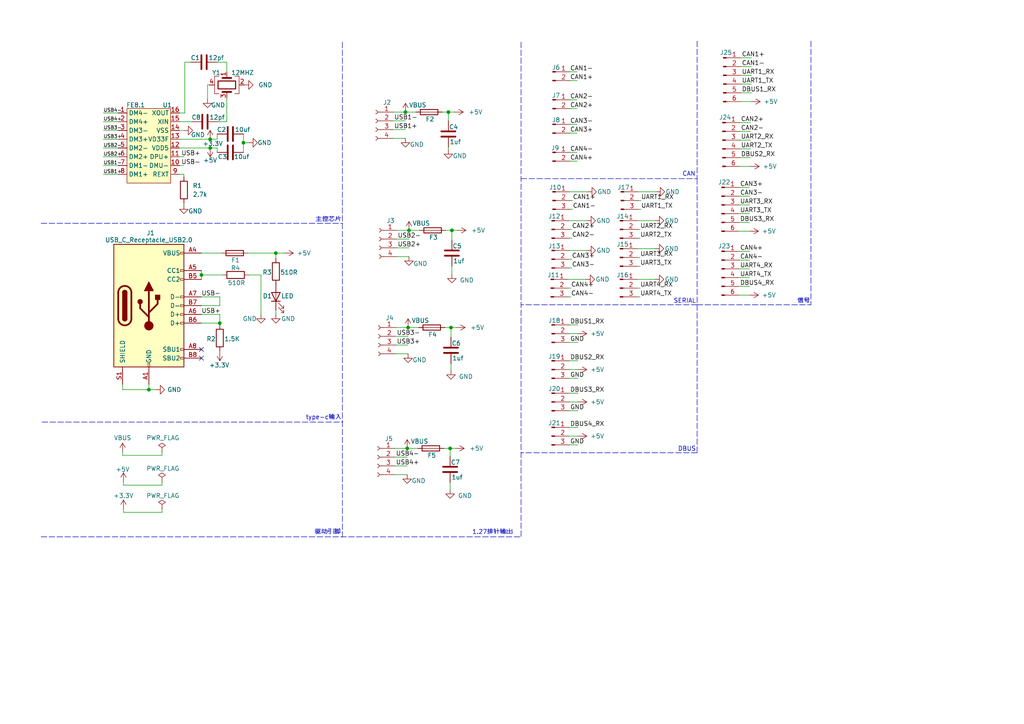
<source format=kicad_sch>
(kicad_sch (version 20211123) (generator eeschema)

  (uuid f60ea8e7-c8f0-44dd-9500-7ef098a19d8a)

  (paper "A4")

  (lib_symbols
    (symbol "Connector:Conn_01x02_Male" (pin_names (offset 1.016) hide) (in_bom yes) (on_board yes)
      (property "Reference" "J" (id 0) (at 0 2.54 0)
        (effects (font (size 1.27 1.27)))
      )
      (property "Value" "Conn_01x02_Male" (id 1) (at 0 -5.08 0)
        (effects (font (size 1.27 1.27)))
      )
      (property "Footprint" "" (id 2) (at 0 0 0)
        (effects (font (size 1.27 1.27)) hide)
      )
      (property "Datasheet" "~" (id 3) (at 0 0 0)
        (effects (font (size 1.27 1.27)) hide)
      )
      (property "ki_keywords" "connector" (id 4) (at 0 0 0)
        (effects (font (size 1.27 1.27)) hide)
      )
      (property "ki_description" "Generic connector, single row, 01x02, script generated (kicad-library-utils/schlib/autogen/connector/)" (id 5) (at 0 0 0)
        (effects (font (size 1.27 1.27)) hide)
      )
      (property "ki_fp_filters" "Connector*:*_1x??_*" (id 6) (at 0 0 0)
        (effects (font (size 1.27 1.27)) hide)
      )
      (symbol "Conn_01x02_Male_1_1"
        (polyline
          (pts
            (xy 1.27 -2.54)
            (xy 0.8636 -2.54)
          )
          (stroke (width 0.1524) (type default) (color 0 0 0 0))
          (fill (type none))
        )
        (polyline
          (pts
            (xy 1.27 0)
            (xy 0.8636 0)
          )
          (stroke (width 0.1524) (type default) (color 0 0 0 0))
          (fill (type none))
        )
        (rectangle (start 0.8636 -2.413) (end 0 -2.667)
          (stroke (width 0.1524) (type default) (color 0 0 0 0))
          (fill (type outline))
        )
        (rectangle (start 0.8636 0.127) (end 0 -0.127)
          (stroke (width 0.1524) (type default) (color 0 0 0 0))
          (fill (type outline))
        )
        (pin passive line (at 5.08 0 180) (length 3.81)
          (name "Pin_1" (effects (font (size 1.27 1.27))))
          (number "1" (effects (font (size 1.27 1.27))))
        )
        (pin passive line (at 5.08 -2.54 180) (length 3.81)
          (name "Pin_2" (effects (font (size 1.27 1.27))))
          (number "2" (effects (font (size 1.27 1.27))))
        )
      )
    )
    (symbol "Connector:Conn_01x03_Male" (pin_names (offset 1.016) hide) (in_bom yes) (on_board yes)
      (property "Reference" "J" (id 0) (at 0 5.08 0)
        (effects (font (size 1.27 1.27)))
      )
      (property "Value" "Conn_01x03_Male" (id 1) (at 0 -5.08 0)
        (effects (font (size 1.27 1.27)))
      )
      (property "Footprint" "" (id 2) (at 0 0 0)
        (effects (font (size 1.27 1.27)) hide)
      )
      (property "Datasheet" "~" (id 3) (at 0 0 0)
        (effects (font (size 1.27 1.27)) hide)
      )
      (property "ki_keywords" "connector" (id 4) (at 0 0 0)
        (effects (font (size 1.27 1.27)) hide)
      )
      (property "ki_description" "Generic connector, single row, 01x03, script generated (kicad-library-utils/schlib/autogen/connector/)" (id 5) (at 0 0 0)
        (effects (font (size 1.27 1.27)) hide)
      )
      (property "ki_fp_filters" "Connector*:*_1x??_*" (id 6) (at 0 0 0)
        (effects (font (size 1.27 1.27)) hide)
      )
      (symbol "Conn_01x03_Male_1_1"
        (polyline
          (pts
            (xy 1.27 -2.54)
            (xy 0.8636 -2.54)
          )
          (stroke (width 0.1524) (type default) (color 0 0 0 0))
          (fill (type none))
        )
        (polyline
          (pts
            (xy 1.27 0)
            (xy 0.8636 0)
          )
          (stroke (width 0.1524) (type default) (color 0 0 0 0))
          (fill (type none))
        )
        (polyline
          (pts
            (xy 1.27 2.54)
            (xy 0.8636 2.54)
          )
          (stroke (width 0.1524) (type default) (color 0 0 0 0))
          (fill (type none))
        )
        (rectangle (start 0.8636 -2.413) (end 0 -2.667)
          (stroke (width 0.1524) (type default) (color 0 0 0 0))
          (fill (type outline))
        )
        (rectangle (start 0.8636 0.127) (end 0 -0.127)
          (stroke (width 0.1524) (type default) (color 0 0 0 0))
          (fill (type outline))
        )
        (rectangle (start 0.8636 2.667) (end 0 2.413)
          (stroke (width 0.1524) (type default) (color 0 0 0 0))
          (fill (type outline))
        )
        (pin passive line (at 5.08 2.54 180) (length 3.81)
          (name "Pin_1" (effects (font (size 1.27 1.27))))
          (number "1" (effects (font (size 1.27 1.27))))
        )
        (pin passive line (at 5.08 0 180) (length 3.81)
          (name "Pin_2" (effects (font (size 1.27 1.27))))
          (number "2" (effects (font (size 1.27 1.27))))
        )
        (pin passive line (at 5.08 -2.54 180) (length 3.81)
          (name "Pin_3" (effects (font (size 1.27 1.27))))
          (number "3" (effects (font (size 1.27 1.27))))
        )
      )
    )
    (symbol "Connector:Conn_01x04_Female" (pin_names (offset 1.016) hide) (in_bom yes) (on_board yes)
      (property "Reference" "J" (id 0) (at 0 5.08 0)
        (effects (font (size 1.27 1.27)))
      )
      (property "Value" "Conn_01x04_Female" (id 1) (at 0 -7.62 0)
        (effects (font (size 1.27 1.27)))
      )
      (property "Footprint" "" (id 2) (at 0 0 0)
        (effects (font (size 1.27 1.27)) hide)
      )
      (property "Datasheet" "~" (id 3) (at 0 0 0)
        (effects (font (size 1.27 1.27)) hide)
      )
      (property "ki_keywords" "connector" (id 4) (at 0 0 0)
        (effects (font (size 1.27 1.27)) hide)
      )
      (property "ki_description" "Generic connector, single row, 01x04, script generated (kicad-library-utils/schlib/autogen/connector/)" (id 5) (at 0 0 0)
        (effects (font (size 1.27 1.27)) hide)
      )
      (property "ki_fp_filters" "Connector*:*_1x??_*" (id 6) (at 0 0 0)
        (effects (font (size 1.27 1.27)) hide)
      )
      (symbol "Conn_01x04_Female_1_1"
        (arc (start 0 -4.572) (mid -0.508 -5.08) (end 0 -5.588)
          (stroke (width 0.1524) (type default) (color 0 0 0 0))
          (fill (type none))
        )
        (arc (start 0 -2.032) (mid -0.508 -2.54) (end 0 -3.048)
          (stroke (width 0.1524) (type default) (color 0 0 0 0))
          (fill (type none))
        )
        (polyline
          (pts
            (xy -1.27 -5.08)
            (xy -0.508 -5.08)
          )
          (stroke (width 0.1524) (type default) (color 0 0 0 0))
          (fill (type none))
        )
        (polyline
          (pts
            (xy -1.27 -2.54)
            (xy -0.508 -2.54)
          )
          (stroke (width 0.1524) (type default) (color 0 0 0 0))
          (fill (type none))
        )
        (polyline
          (pts
            (xy -1.27 0)
            (xy -0.508 0)
          )
          (stroke (width 0.1524) (type default) (color 0 0 0 0))
          (fill (type none))
        )
        (polyline
          (pts
            (xy -1.27 2.54)
            (xy -0.508 2.54)
          )
          (stroke (width 0.1524) (type default) (color 0 0 0 0))
          (fill (type none))
        )
        (arc (start 0 0.508) (mid -0.508 0) (end 0 -0.508)
          (stroke (width 0.1524) (type default) (color 0 0 0 0))
          (fill (type none))
        )
        (arc (start 0 3.048) (mid -0.508 2.54) (end 0 2.032)
          (stroke (width 0.1524) (type default) (color 0 0 0 0))
          (fill (type none))
        )
        (pin passive line (at -5.08 2.54 0) (length 3.81)
          (name "Pin_1" (effects (font (size 1.27 1.27))))
          (number "1" (effects (font (size 1.27 1.27))))
        )
        (pin passive line (at -5.08 0 0) (length 3.81)
          (name "Pin_2" (effects (font (size 1.27 1.27))))
          (number "2" (effects (font (size 1.27 1.27))))
        )
        (pin passive line (at -5.08 -2.54 0) (length 3.81)
          (name "Pin_3" (effects (font (size 1.27 1.27))))
          (number "3" (effects (font (size 1.27 1.27))))
        )
        (pin passive line (at -5.08 -5.08 0) (length 3.81)
          (name "Pin_4" (effects (font (size 1.27 1.27))))
          (number "4" (effects (font (size 1.27 1.27))))
        )
      )
    )
    (symbol "Connector:Conn_01x06_Male" (pin_names (offset 1.016) hide) (in_bom yes) (on_board yes)
      (property "Reference" "J" (id 0) (at 0 7.62 0)
        (effects (font (size 1.27 1.27)))
      )
      (property "Value" "Conn_01x06_Male" (id 1) (at 0 -10.16 0)
        (effects (font (size 1.27 1.27)))
      )
      (property "Footprint" "" (id 2) (at 0 0 0)
        (effects (font (size 1.27 1.27)) hide)
      )
      (property "Datasheet" "~" (id 3) (at 0 0 0)
        (effects (font (size 1.27 1.27)) hide)
      )
      (property "ki_keywords" "connector" (id 4) (at 0 0 0)
        (effects (font (size 1.27 1.27)) hide)
      )
      (property "ki_description" "Generic connector, single row, 01x06, script generated (kicad-library-utils/schlib/autogen/connector/)" (id 5) (at 0 0 0)
        (effects (font (size 1.27 1.27)) hide)
      )
      (property "ki_fp_filters" "Connector*:*_1x??_*" (id 6) (at 0 0 0)
        (effects (font (size 1.27 1.27)) hide)
      )
      (symbol "Conn_01x06_Male_1_1"
        (polyline
          (pts
            (xy 1.27 -7.62)
            (xy 0.8636 -7.62)
          )
          (stroke (width 0.1524) (type default) (color 0 0 0 0))
          (fill (type none))
        )
        (polyline
          (pts
            (xy 1.27 -5.08)
            (xy 0.8636 -5.08)
          )
          (stroke (width 0.1524) (type default) (color 0 0 0 0))
          (fill (type none))
        )
        (polyline
          (pts
            (xy 1.27 -2.54)
            (xy 0.8636 -2.54)
          )
          (stroke (width 0.1524) (type default) (color 0 0 0 0))
          (fill (type none))
        )
        (polyline
          (pts
            (xy 1.27 0)
            (xy 0.8636 0)
          )
          (stroke (width 0.1524) (type default) (color 0 0 0 0))
          (fill (type none))
        )
        (polyline
          (pts
            (xy 1.27 2.54)
            (xy 0.8636 2.54)
          )
          (stroke (width 0.1524) (type default) (color 0 0 0 0))
          (fill (type none))
        )
        (polyline
          (pts
            (xy 1.27 5.08)
            (xy 0.8636 5.08)
          )
          (stroke (width 0.1524) (type default) (color 0 0 0 0))
          (fill (type none))
        )
        (rectangle (start 0.8636 -7.493) (end 0 -7.747)
          (stroke (width 0.1524) (type default) (color 0 0 0 0))
          (fill (type outline))
        )
        (rectangle (start 0.8636 -4.953) (end 0 -5.207)
          (stroke (width 0.1524) (type default) (color 0 0 0 0))
          (fill (type outline))
        )
        (rectangle (start 0.8636 -2.413) (end 0 -2.667)
          (stroke (width 0.1524) (type default) (color 0 0 0 0))
          (fill (type outline))
        )
        (rectangle (start 0.8636 0.127) (end 0 -0.127)
          (stroke (width 0.1524) (type default) (color 0 0 0 0))
          (fill (type outline))
        )
        (rectangle (start 0.8636 2.667) (end 0 2.413)
          (stroke (width 0.1524) (type default) (color 0 0 0 0))
          (fill (type outline))
        )
        (rectangle (start 0.8636 5.207) (end 0 4.953)
          (stroke (width 0.1524) (type default) (color 0 0 0 0))
          (fill (type outline))
        )
        (pin passive line (at 5.08 5.08 180) (length 3.81)
          (name "Pin_1" (effects (font (size 1.27 1.27))))
          (number "1" (effects (font (size 1.27 1.27))))
        )
        (pin passive line (at 5.08 2.54 180) (length 3.81)
          (name "Pin_2" (effects (font (size 1.27 1.27))))
          (number "2" (effects (font (size 1.27 1.27))))
        )
        (pin passive line (at 5.08 0 180) (length 3.81)
          (name "Pin_3" (effects (font (size 1.27 1.27))))
          (number "3" (effects (font (size 1.27 1.27))))
        )
        (pin passive line (at 5.08 -2.54 180) (length 3.81)
          (name "Pin_4" (effects (font (size 1.27 1.27))))
          (number "4" (effects (font (size 1.27 1.27))))
        )
        (pin passive line (at 5.08 -5.08 180) (length 3.81)
          (name "Pin_5" (effects (font (size 1.27 1.27))))
          (number "5" (effects (font (size 1.27 1.27))))
        )
        (pin passive line (at 5.08 -7.62 180) (length 3.81)
          (name "Pin_6" (effects (font (size 1.27 1.27))))
          (number "6" (effects (font (size 1.27 1.27))))
        )
      )
    )
    (symbol "Connector:USB_C_Receptacle_USB2.0" (pin_names (offset 1.016)) (in_bom yes) (on_board yes)
      (property "Reference" "J" (id 0) (at -10.16 19.05 0)
        (effects (font (size 1.27 1.27)) (justify left))
      )
      (property "Value" "USB_C_Receptacle_USB2.0" (id 1) (at 19.05 19.05 0)
        (effects (font (size 1.27 1.27)) (justify right))
      )
      (property "Footprint" "" (id 2) (at 3.81 0 0)
        (effects (font (size 1.27 1.27)) hide)
      )
      (property "Datasheet" "https://www.usb.org/sites/default/files/documents/usb_type-c.zip" (id 3) (at 3.81 0 0)
        (effects (font (size 1.27 1.27)) hide)
      )
      (property "ki_keywords" "usb universal serial bus type-C USB2.0" (id 4) (at 0 0 0)
        (effects (font (size 1.27 1.27)) hide)
      )
      (property "ki_description" "USB 2.0-only Type-C Receptacle connector" (id 5) (at 0 0 0)
        (effects (font (size 1.27 1.27)) hide)
      )
      (property "ki_fp_filters" "USB*C*Receptacle*" (id 6) (at 0 0 0)
        (effects (font (size 1.27 1.27)) hide)
      )
      (symbol "USB_C_Receptacle_USB2.0_0_0"
        (rectangle (start -0.254 -17.78) (end 0.254 -16.764)
          (stroke (width 0) (type default) (color 0 0 0 0))
          (fill (type none))
        )
        (rectangle (start 10.16 -14.986) (end 9.144 -15.494)
          (stroke (width 0) (type default) (color 0 0 0 0))
          (fill (type none))
        )
        (rectangle (start 10.16 -12.446) (end 9.144 -12.954)
          (stroke (width 0) (type default) (color 0 0 0 0))
          (fill (type none))
        )
        (rectangle (start 10.16 -4.826) (end 9.144 -5.334)
          (stroke (width 0) (type default) (color 0 0 0 0))
          (fill (type none))
        )
        (rectangle (start 10.16 -2.286) (end 9.144 -2.794)
          (stroke (width 0) (type default) (color 0 0 0 0))
          (fill (type none))
        )
        (rectangle (start 10.16 0.254) (end 9.144 -0.254)
          (stroke (width 0) (type default) (color 0 0 0 0))
          (fill (type none))
        )
        (rectangle (start 10.16 2.794) (end 9.144 2.286)
          (stroke (width 0) (type default) (color 0 0 0 0))
          (fill (type none))
        )
        (rectangle (start 10.16 7.874) (end 9.144 7.366)
          (stroke (width 0) (type default) (color 0 0 0 0))
          (fill (type none))
        )
        (rectangle (start 10.16 10.414) (end 9.144 9.906)
          (stroke (width 0) (type default) (color 0 0 0 0))
          (fill (type none))
        )
        (rectangle (start 10.16 15.494) (end 9.144 14.986)
          (stroke (width 0) (type default) (color 0 0 0 0))
          (fill (type none))
        )
      )
      (symbol "USB_C_Receptacle_USB2.0_0_1"
        (rectangle (start -10.16 17.78) (end 10.16 -17.78)
          (stroke (width 0.254) (type default) (color 0 0 0 0))
          (fill (type background))
        )
        (arc (start -8.89 -3.81) (mid -6.985 -5.715) (end -5.08 -3.81)
          (stroke (width 0.508) (type default) (color 0 0 0 0))
          (fill (type none))
        )
        (arc (start -7.62 -3.81) (mid -6.985 -4.445) (end -6.35 -3.81)
          (stroke (width 0.254) (type default) (color 0 0 0 0))
          (fill (type none))
        )
        (arc (start -7.62 -3.81) (mid -6.985 -4.445) (end -6.35 -3.81)
          (stroke (width 0.254) (type default) (color 0 0 0 0))
          (fill (type outline))
        )
        (rectangle (start -7.62 -3.81) (end -6.35 3.81)
          (stroke (width 0.254) (type default) (color 0 0 0 0))
          (fill (type outline))
        )
        (arc (start -6.35 3.81) (mid -6.985 4.445) (end -7.62 3.81)
          (stroke (width 0.254) (type default) (color 0 0 0 0))
          (fill (type none))
        )
        (arc (start -6.35 3.81) (mid -6.985 4.445) (end -7.62 3.81)
          (stroke (width 0.254) (type default) (color 0 0 0 0))
          (fill (type outline))
        )
        (arc (start -5.08 3.81) (mid -6.985 5.715) (end -8.89 3.81)
          (stroke (width 0.508) (type default) (color 0 0 0 0))
          (fill (type none))
        )
        (circle (center -2.54 1.143) (radius 0.635)
          (stroke (width 0.254) (type default) (color 0 0 0 0))
          (fill (type outline))
        )
        (circle (center 0 -5.842) (radius 1.27)
          (stroke (width 0) (type default) (color 0 0 0 0))
          (fill (type outline))
        )
        (polyline
          (pts
            (xy -8.89 -3.81)
            (xy -8.89 3.81)
          )
          (stroke (width 0.508) (type default) (color 0 0 0 0))
          (fill (type none))
        )
        (polyline
          (pts
            (xy -5.08 3.81)
            (xy -5.08 -3.81)
          )
          (stroke (width 0.508) (type default) (color 0 0 0 0))
          (fill (type none))
        )
        (polyline
          (pts
            (xy 0 -5.842)
            (xy 0 4.318)
          )
          (stroke (width 0.508) (type default) (color 0 0 0 0))
          (fill (type none))
        )
        (polyline
          (pts
            (xy 0 -3.302)
            (xy -2.54 -0.762)
            (xy -2.54 0.508)
          )
          (stroke (width 0.508) (type default) (color 0 0 0 0))
          (fill (type none))
        )
        (polyline
          (pts
            (xy 0 -2.032)
            (xy 2.54 0.508)
            (xy 2.54 1.778)
          )
          (stroke (width 0.508) (type default) (color 0 0 0 0))
          (fill (type none))
        )
        (polyline
          (pts
            (xy -1.27 4.318)
            (xy 0 6.858)
            (xy 1.27 4.318)
            (xy -1.27 4.318)
          )
          (stroke (width 0.254) (type default) (color 0 0 0 0))
          (fill (type outline))
        )
        (rectangle (start 1.905 1.778) (end 3.175 3.048)
          (stroke (width 0.254) (type default) (color 0 0 0 0))
          (fill (type outline))
        )
      )
      (symbol "USB_C_Receptacle_USB2.0_1_1"
        (pin passive line (at 0 -22.86 90) (length 5.08)
          (name "GND" (effects (font (size 1.27 1.27))))
          (number "A1" (effects (font (size 1.27 1.27))))
        )
        (pin passive line (at 0 -22.86 90) (length 5.08) hide
          (name "GND" (effects (font (size 1.27 1.27))))
          (number "A12" (effects (font (size 1.27 1.27))))
        )
        (pin passive line (at 15.24 15.24 180) (length 5.08)
          (name "VBUS" (effects (font (size 1.27 1.27))))
          (number "A4" (effects (font (size 1.27 1.27))))
        )
        (pin bidirectional line (at 15.24 10.16 180) (length 5.08)
          (name "CC1" (effects (font (size 1.27 1.27))))
          (number "A5" (effects (font (size 1.27 1.27))))
        )
        (pin bidirectional line (at 15.24 -2.54 180) (length 5.08)
          (name "D+" (effects (font (size 1.27 1.27))))
          (number "A6" (effects (font (size 1.27 1.27))))
        )
        (pin bidirectional line (at 15.24 2.54 180) (length 5.08)
          (name "D-" (effects (font (size 1.27 1.27))))
          (number "A7" (effects (font (size 1.27 1.27))))
        )
        (pin bidirectional line (at 15.24 -12.7 180) (length 5.08)
          (name "SBU1" (effects (font (size 1.27 1.27))))
          (number "A8" (effects (font (size 1.27 1.27))))
        )
        (pin passive line (at 15.24 15.24 180) (length 5.08) hide
          (name "VBUS" (effects (font (size 1.27 1.27))))
          (number "A9" (effects (font (size 1.27 1.27))))
        )
        (pin passive line (at 0 -22.86 90) (length 5.08) hide
          (name "GND" (effects (font (size 1.27 1.27))))
          (number "B1" (effects (font (size 1.27 1.27))))
        )
        (pin passive line (at 0 -22.86 90) (length 5.08) hide
          (name "GND" (effects (font (size 1.27 1.27))))
          (number "B12" (effects (font (size 1.27 1.27))))
        )
        (pin passive line (at 15.24 15.24 180) (length 5.08) hide
          (name "VBUS" (effects (font (size 1.27 1.27))))
          (number "B4" (effects (font (size 1.27 1.27))))
        )
        (pin bidirectional line (at 15.24 7.62 180) (length 5.08)
          (name "CC2" (effects (font (size 1.27 1.27))))
          (number "B5" (effects (font (size 1.27 1.27))))
        )
        (pin bidirectional line (at 15.24 -5.08 180) (length 5.08)
          (name "D+" (effects (font (size 1.27 1.27))))
          (number "B6" (effects (font (size 1.27 1.27))))
        )
        (pin bidirectional line (at 15.24 0 180) (length 5.08)
          (name "D-" (effects (font (size 1.27 1.27))))
          (number "B7" (effects (font (size 1.27 1.27))))
        )
        (pin bidirectional line (at 15.24 -15.24 180) (length 5.08)
          (name "SBU2" (effects (font (size 1.27 1.27))))
          (number "B8" (effects (font (size 1.27 1.27))))
        )
        (pin passive line (at 15.24 15.24 180) (length 5.08) hide
          (name "VBUS" (effects (font (size 1.27 1.27))))
          (number "B9" (effects (font (size 1.27 1.27))))
        )
        (pin passive line (at -7.62 -22.86 90) (length 5.08)
          (name "SHIELD" (effects (font (size 1.27 1.27))))
          (number "S1" (effects (font (size 1.27 1.27))))
        )
      )
    )
    (symbol "Device:C" (pin_numbers hide) (pin_names (offset 0.254)) (in_bom yes) (on_board yes)
      (property "Reference" "C" (id 0) (at 0.635 2.54 0)
        (effects (font (size 1.27 1.27)) (justify left))
      )
      (property "Value" "C" (id 1) (at 0.635 -2.54 0)
        (effects (font (size 1.27 1.27)) (justify left))
      )
      (property "Footprint" "" (id 2) (at 0.9652 -3.81 0)
        (effects (font (size 1.27 1.27)) hide)
      )
      (property "Datasheet" "~" (id 3) (at 0 0 0)
        (effects (font (size 1.27 1.27)) hide)
      )
      (property "ki_keywords" "cap capacitor" (id 4) (at 0 0 0)
        (effects (font (size 1.27 1.27)) hide)
      )
      (property "ki_description" "Unpolarized capacitor" (id 5) (at 0 0 0)
        (effects (font (size 1.27 1.27)) hide)
      )
      (property "ki_fp_filters" "C_*" (id 6) (at 0 0 0)
        (effects (font (size 1.27 1.27)) hide)
      )
      (symbol "C_0_1"
        (polyline
          (pts
            (xy -2.032 -0.762)
            (xy 2.032 -0.762)
          )
          (stroke (width 0.508) (type default) (color 0 0 0 0))
          (fill (type none))
        )
        (polyline
          (pts
            (xy -2.032 0.762)
            (xy 2.032 0.762)
          )
          (stroke (width 0.508) (type default) (color 0 0 0 0))
          (fill (type none))
        )
      )
      (symbol "C_1_1"
        (pin passive line (at 0 3.81 270) (length 2.794)
          (name "~" (effects (font (size 1.27 1.27))))
          (number "1" (effects (font (size 1.27 1.27))))
        )
        (pin passive line (at 0 -3.81 90) (length 2.794)
          (name "~" (effects (font (size 1.27 1.27))))
          (number "2" (effects (font (size 1.27 1.27))))
        )
      )
    )
    (symbol "Device:Crystal_GND24" (pin_names (offset 1.016) hide) (in_bom yes) (on_board yes)
      (property "Reference" "Y" (id 0) (at 3.175 5.08 0)
        (effects (font (size 1.27 1.27)) (justify left))
      )
      (property "Value" "Crystal_GND24" (id 1) (at 3.175 3.175 0)
        (effects (font (size 1.27 1.27)) (justify left))
      )
      (property "Footprint" "" (id 2) (at 0 0 0)
        (effects (font (size 1.27 1.27)) hide)
      )
      (property "Datasheet" "~" (id 3) (at 0 0 0)
        (effects (font (size 1.27 1.27)) hide)
      )
      (property "ki_keywords" "quartz ceramic resonator oscillator" (id 4) (at 0 0 0)
        (effects (font (size 1.27 1.27)) hide)
      )
      (property "ki_description" "Four pin crystal, GND on pins 2 and 4" (id 5) (at 0 0 0)
        (effects (font (size 1.27 1.27)) hide)
      )
      (property "ki_fp_filters" "Crystal*" (id 6) (at 0 0 0)
        (effects (font (size 1.27 1.27)) hide)
      )
      (symbol "Crystal_GND24_0_1"
        (rectangle (start -1.143 2.54) (end 1.143 -2.54)
          (stroke (width 0.3048) (type default) (color 0 0 0 0))
          (fill (type none))
        )
        (polyline
          (pts
            (xy -2.54 0)
            (xy -2.032 0)
          )
          (stroke (width 0) (type default) (color 0 0 0 0))
          (fill (type none))
        )
        (polyline
          (pts
            (xy -2.032 -1.27)
            (xy -2.032 1.27)
          )
          (stroke (width 0.508) (type default) (color 0 0 0 0))
          (fill (type none))
        )
        (polyline
          (pts
            (xy 0 -3.81)
            (xy 0 -3.556)
          )
          (stroke (width 0) (type default) (color 0 0 0 0))
          (fill (type none))
        )
        (polyline
          (pts
            (xy 0 3.556)
            (xy 0 3.81)
          )
          (stroke (width 0) (type default) (color 0 0 0 0))
          (fill (type none))
        )
        (polyline
          (pts
            (xy 2.032 -1.27)
            (xy 2.032 1.27)
          )
          (stroke (width 0.508) (type default) (color 0 0 0 0))
          (fill (type none))
        )
        (polyline
          (pts
            (xy 2.032 0)
            (xy 2.54 0)
          )
          (stroke (width 0) (type default) (color 0 0 0 0))
          (fill (type none))
        )
        (polyline
          (pts
            (xy -2.54 -2.286)
            (xy -2.54 -3.556)
            (xy 2.54 -3.556)
            (xy 2.54 -2.286)
          )
          (stroke (width 0) (type default) (color 0 0 0 0))
          (fill (type none))
        )
        (polyline
          (pts
            (xy -2.54 2.286)
            (xy -2.54 3.556)
            (xy 2.54 3.556)
            (xy 2.54 2.286)
          )
          (stroke (width 0) (type default) (color 0 0 0 0))
          (fill (type none))
        )
      )
      (symbol "Crystal_GND24_1_1"
        (pin passive line (at -3.81 0 0) (length 1.27)
          (name "1" (effects (font (size 1.27 1.27))))
          (number "1" (effects (font (size 1.27 1.27))))
        )
        (pin passive line (at 0 5.08 270) (length 1.27)
          (name "2" (effects (font (size 1.27 1.27))))
          (number "2" (effects (font (size 1.27 1.27))))
        )
        (pin passive line (at 3.81 0 180) (length 1.27)
          (name "3" (effects (font (size 1.27 1.27))))
          (number "3" (effects (font (size 1.27 1.27))))
        )
        (pin passive line (at 0 -5.08 90) (length 1.27)
          (name "4" (effects (font (size 1.27 1.27))))
          (number "4" (effects (font (size 1.27 1.27))))
        )
      )
    )
    (symbol "Device:Fuse" (pin_numbers hide) (pin_names (offset 0)) (in_bom yes) (on_board yes)
      (property "Reference" "F" (id 0) (at 2.032 0 90)
        (effects (font (size 1.27 1.27)))
      )
      (property "Value" "Fuse" (id 1) (at -1.905 0 90)
        (effects (font (size 1.27 1.27)))
      )
      (property "Footprint" "" (id 2) (at -1.778 0 90)
        (effects (font (size 1.27 1.27)) hide)
      )
      (property "Datasheet" "~" (id 3) (at 0 0 0)
        (effects (font (size 1.27 1.27)) hide)
      )
      (property "ki_keywords" "fuse" (id 4) (at 0 0 0)
        (effects (font (size 1.27 1.27)) hide)
      )
      (property "ki_description" "Fuse" (id 5) (at 0 0 0)
        (effects (font (size 1.27 1.27)) hide)
      )
      (property "ki_fp_filters" "*Fuse*" (id 6) (at 0 0 0)
        (effects (font (size 1.27 1.27)) hide)
      )
      (symbol "Fuse_0_1"
        (rectangle (start -0.762 -2.54) (end 0.762 2.54)
          (stroke (width 0.254) (type default) (color 0 0 0 0))
          (fill (type none))
        )
        (polyline
          (pts
            (xy 0 2.54)
            (xy 0 -2.54)
          )
          (stroke (width 0) (type default) (color 0 0 0 0))
          (fill (type none))
        )
      )
      (symbol "Fuse_1_1"
        (pin passive line (at 0 3.81 270) (length 1.27)
          (name "~" (effects (font (size 1.27 1.27))))
          (number "1" (effects (font (size 1.27 1.27))))
        )
        (pin passive line (at 0 -3.81 90) (length 1.27)
          (name "~" (effects (font (size 1.27 1.27))))
          (number "2" (effects (font (size 1.27 1.27))))
        )
      )
    )
    (symbol "Device:LED" (pin_numbers hide) (pin_names (offset 1.016) hide) (in_bom yes) (on_board yes)
      (property "Reference" "D" (id 0) (at 0 2.54 0)
        (effects (font (size 1.27 1.27)))
      )
      (property "Value" "LED" (id 1) (at 0 -2.54 0)
        (effects (font (size 1.27 1.27)))
      )
      (property "Footprint" "" (id 2) (at 0 0 0)
        (effects (font (size 1.27 1.27)) hide)
      )
      (property "Datasheet" "~" (id 3) (at 0 0 0)
        (effects (font (size 1.27 1.27)) hide)
      )
      (property "ki_keywords" "LED diode" (id 4) (at 0 0 0)
        (effects (font (size 1.27 1.27)) hide)
      )
      (property "ki_description" "Light emitting diode" (id 5) (at 0 0 0)
        (effects (font (size 1.27 1.27)) hide)
      )
      (property "ki_fp_filters" "LED* LED_SMD:* LED_THT:*" (id 6) (at 0 0 0)
        (effects (font (size 1.27 1.27)) hide)
      )
      (symbol "LED_0_1"
        (polyline
          (pts
            (xy -1.27 -1.27)
            (xy -1.27 1.27)
          )
          (stroke (width 0.254) (type default) (color 0 0 0 0))
          (fill (type none))
        )
        (polyline
          (pts
            (xy -1.27 0)
            (xy 1.27 0)
          )
          (stroke (width 0) (type default) (color 0 0 0 0))
          (fill (type none))
        )
        (polyline
          (pts
            (xy 1.27 -1.27)
            (xy 1.27 1.27)
            (xy -1.27 0)
            (xy 1.27 -1.27)
          )
          (stroke (width 0.254) (type default) (color 0 0 0 0))
          (fill (type none))
        )
        (polyline
          (pts
            (xy -3.048 -0.762)
            (xy -4.572 -2.286)
            (xy -3.81 -2.286)
            (xy -4.572 -2.286)
            (xy -4.572 -1.524)
          )
          (stroke (width 0) (type default) (color 0 0 0 0))
          (fill (type none))
        )
        (polyline
          (pts
            (xy -1.778 -0.762)
            (xy -3.302 -2.286)
            (xy -2.54 -2.286)
            (xy -3.302 -2.286)
            (xy -3.302 -1.524)
          )
          (stroke (width 0) (type default) (color 0 0 0 0))
          (fill (type none))
        )
      )
      (symbol "LED_1_1"
        (pin passive line (at -3.81 0 0) (length 2.54)
          (name "K" (effects (font (size 1.27 1.27))))
          (number "1" (effects (font (size 1.27 1.27))))
        )
        (pin passive line (at 3.81 0 180) (length 2.54)
          (name "A" (effects (font (size 1.27 1.27))))
          (number "2" (effects (font (size 1.27 1.27))))
        )
      )
    )
    (symbol "Device:R" (pin_numbers hide) (pin_names (offset 0)) (in_bom yes) (on_board yes)
      (property "Reference" "R" (id 0) (at 2.032 0 90)
        (effects (font (size 1.27 1.27)))
      )
      (property "Value" "R" (id 1) (at 0 0 90)
        (effects (font (size 1.27 1.27)))
      )
      (property "Footprint" "" (id 2) (at -1.778 0 90)
        (effects (font (size 1.27 1.27)) hide)
      )
      (property "Datasheet" "~" (id 3) (at 0 0 0)
        (effects (font (size 1.27 1.27)) hide)
      )
      (property "ki_keywords" "R res resistor" (id 4) (at 0 0 0)
        (effects (font (size 1.27 1.27)) hide)
      )
      (property "ki_description" "Resistor" (id 5) (at 0 0 0)
        (effects (font (size 1.27 1.27)) hide)
      )
      (property "ki_fp_filters" "R_*" (id 6) (at 0 0 0)
        (effects (font (size 1.27 1.27)) hide)
      )
      (symbol "R_0_1"
        (rectangle (start -1.016 -2.54) (end 1.016 2.54)
          (stroke (width 0.254) (type default) (color 0 0 0 0))
          (fill (type none))
        )
      )
      (symbol "R_1_1"
        (pin passive line (at 0 3.81 270) (length 1.27)
          (name "~" (effects (font (size 1.27 1.27))))
          (number "1" (effects (font (size 1.27 1.27))))
        )
        (pin passive line (at 0 -3.81 90) (length 1.27)
          (name "~" (effects (font (size 1.27 1.27))))
          (number "2" (effects (font (size 1.27 1.27))))
        )
      )
    )
    (symbol "FE8.1:FE8.1" (in_bom yes) (on_board yes)
      (property "Reference" "U" (id 0) (at 7.62 3.81 0)
        (effects (font (size 1.27 1.27)))
      )
      (property "Value" "FE8.1" (id 1) (at -1.27 3.81 0)
        (effects (font (size 1.27 1.27)))
      )
      (property "Footprint" "" (id 2) (at 0 0 0)
        (effects (font (size 1.27 1.27)) hide)
      )
      (property "Datasheet" "" (id 3) (at 0 0 0)
        (effects (font (size 1.27 1.27)) hide)
      )
      (symbol "FE8.1_0_1"
        (rectangle (start -3.81 2.54) (end 8.89 -19.05)
          (stroke (width 0) (type default) (color 0 0 0 0))
          (fill (type background))
        )
      )
      (symbol "FE8.1_1_1"
        (pin output line (at -6.35 1.27 0) (length 2.54)
          (name "DM4-" (effects (font (size 1.27 1.27))))
          (number "1" (effects (font (size 1.27 1.27))))
        )
        (pin input line (at 11.43 -13.97 180) (length 2.54)
          (name "DMU-" (effects (font (size 1.27 1.27))))
          (number "10" (effects (font (size 1.27 1.27))))
        )
        (pin input line (at 11.43 -11.43 180) (length 2.54)
          (name "DPU+" (effects (font (size 1.27 1.27))))
          (number "11" (effects (font (size 1.27 1.27))))
        )
        (pin power_in line (at 11.43 -8.89 180) (length 2.54)
          (name "VDD5" (effects (font (size 1.27 1.27))))
          (number "12" (effects (font (size 1.27 1.27))))
        )
        (pin power_in line (at 11.43 -6.35 180) (length 2.54)
          (name "VD33F" (effects (font (size 1.27 1.27))))
          (number "13" (effects (font (size 1.27 1.27))))
        )
        (pin power_out line (at 11.43 -3.81 180) (length 2.54)
          (name "VSS" (effects (font (size 1.27 1.27))))
          (number "14" (effects (font (size 1.27 1.27))))
        )
        (pin input line (at 11.43 -1.27 180) (length 2.54)
          (name "XIN" (effects (font (size 1.27 1.27))))
          (number "15" (effects (font (size 1.27 1.27))))
        )
        (pin output line (at 11.43 1.27 180) (length 2.54)
          (name "XOUT" (effects (font (size 1.27 1.27))))
          (number "16" (effects (font (size 1.27 1.27))))
        )
        (pin output line (at -6.35 -1.27 0) (length 2.54)
          (name "DM4+" (effects (font (size 1.27 1.27))))
          (number "2" (effects (font (size 1.27 1.27))))
        )
        (pin output line (at -6.35 -3.81 0) (length 2.54)
          (name "DM3-" (effects (font (size 1.27 1.27))))
          (number "3" (effects (font (size 1.27 1.27))))
        )
        (pin output line (at -6.35 -6.35 0) (length 2.54)
          (name "DM3+" (effects (font (size 1.27 1.27))))
          (number "4" (effects (font (size 1.27 1.27))))
        )
        (pin output line (at -6.35 -8.89 0) (length 2.54)
          (name "DM2-" (effects (font (size 1.27 1.27))))
          (number "5" (effects (font (size 1.27 1.27))))
        )
        (pin output line (at -6.35 -11.43 0) (length 2.54)
          (name "DM2+" (effects (font (size 1.27 1.27))))
          (number "6" (effects (font (size 1.27 1.27))))
        )
        (pin output line (at -6.35 -13.97 0) (length 2.54)
          (name "DM1-" (effects (font (size 1.27 1.27))))
          (number "7" (effects (font (size 1.27 1.27))))
        )
        (pin output line (at -6.35 -16.51 0) (length 2.54)
          (name "DM1+" (effects (font (size 1.27 1.27))))
          (number "8" (effects (font (size 1.27 1.27))))
        )
        (pin output line (at 11.43 -16.51 180) (length 2.54)
          (name "REXT" (effects (font (size 1.27 1.27))))
          (number "9" (effects (font (size 1.27 1.27))))
        )
      )
    )
    (symbol "power:+3.3V" (power) (pin_names (offset 0)) (in_bom yes) (on_board yes)
      (property "Reference" "#PWR" (id 0) (at 0 -3.81 0)
        (effects (font (size 1.27 1.27)) hide)
      )
      (property "Value" "+3.3V" (id 1) (at 0 3.556 0)
        (effects (font (size 1.27 1.27)))
      )
      (property "Footprint" "" (id 2) (at 0 0 0)
        (effects (font (size 1.27 1.27)) hide)
      )
      (property "Datasheet" "" (id 3) (at 0 0 0)
        (effects (font (size 1.27 1.27)) hide)
      )
      (property "ki_keywords" "power-flag" (id 4) (at 0 0 0)
        (effects (font (size 1.27 1.27)) hide)
      )
      (property "ki_description" "Power symbol creates a global label with name \"+3.3V\"" (id 5) (at 0 0 0)
        (effects (font (size 1.27 1.27)) hide)
      )
      (symbol "+3.3V_0_1"
        (polyline
          (pts
            (xy -0.762 1.27)
            (xy 0 2.54)
          )
          (stroke (width 0) (type default) (color 0 0 0 0))
          (fill (type none))
        )
        (polyline
          (pts
            (xy 0 0)
            (xy 0 2.54)
          )
          (stroke (width 0) (type default) (color 0 0 0 0))
          (fill (type none))
        )
        (polyline
          (pts
            (xy 0 2.54)
            (xy 0.762 1.27)
          )
          (stroke (width 0) (type default) (color 0 0 0 0))
          (fill (type none))
        )
      )
      (symbol "+3.3V_1_1"
        (pin power_in line (at 0 0 90) (length 0) hide
          (name "+3.3V" (effects (font (size 1.27 1.27))))
          (number "1" (effects (font (size 1.27 1.27))))
        )
      )
    )
    (symbol "power:+5V" (power) (pin_names (offset 0)) (in_bom yes) (on_board yes)
      (property "Reference" "#PWR" (id 0) (at 0 -3.81 0)
        (effects (font (size 1.27 1.27)) hide)
      )
      (property "Value" "+5V" (id 1) (at 0 3.556 0)
        (effects (font (size 1.27 1.27)))
      )
      (property "Footprint" "" (id 2) (at 0 0 0)
        (effects (font (size 1.27 1.27)) hide)
      )
      (property "Datasheet" "" (id 3) (at 0 0 0)
        (effects (font (size 1.27 1.27)) hide)
      )
      (property "ki_keywords" "power-flag" (id 4) (at 0 0 0)
        (effects (font (size 1.27 1.27)) hide)
      )
      (property "ki_description" "Power symbol creates a global label with name \"+5V\"" (id 5) (at 0 0 0)
        (effects (font (size 1.27 1.27)) hide)
      )
      (symbol "+5V_0_1"
        (polyline
          (pts
            (xy -0.762 1.27)
            (xy 0 2.54)
          )
          (stroke (width 0) (type default) (color 0 0 0 0))
          (fill (type none))
        )
        (polyline
          (pts
            (xy 0 0)
            (xy 0 2.54)
          )
          (stroke (width 0) (type default) (color 0 0 0 0))
          (fill (type none))
        )
        (polyline
          (pts
            (xy 0 2.54)
            (xy 0.762 1.27)
          )
          (stroke (width 0) (type default) (color 0 0 0 0))
          (fill (type none))
        )
      )
      (symbol "+5V_1_1"
        (pin power_in line (at 0 0 90) (length 0) hide
          (name "+5V" (effects (font (size 1.27 1.27))))
          (number "1" (effects (font (size 1.27 1.27))))
        )
      )
    )
    (symbol "power:GND" (power) (pin_names (offset 0)) (in_bom yes) (on_board yes)
      (property "Reference" "#PWR" (id 0) (at 0 -6.35 0)
        (effects (font (size 1.27 1.27)) hide)
      )
      (property "Value" "GND" (id 1) (at 0 -3.81 0)
        (effects (font (size 1.27 1.27)))
      )
      (property "Footprint" "" (id 2) (at 0 0 0)
        (effects (font (size 1.27 1.27)) hide)
      )
      (property "Datasheet" "" (id 3) (at 0 0 0)
        (effects (font (size 1.27 1.27)) hide)
      )
      (property "ki_keywords" "power-flag" (id 4) (at 0 0 0)
        (effects (font (size 1.27 1.27)) hide)
      )
      (property "ki_description" "Power symbol creates a global label with name \"GND\" , ground" (id 5) (at 0 0 0)
        (effects (font (size 1.27 1.27)) hide)
      )
      (symbol "GND_0_1"
        (polyline
          (pts
            (xy 0 0)
            (xy 0 -1.27)
            (xy 1.27 -1.27)
            (xy 0 -2.54)
            (xy -1.27 -1.27)
            (xy 0 -1.27)
          )
          (stroke (width 0) (type default) (color 0 0 0 0))
          (fill (type none))
        )
      )
      (symbol "GND_1_1"
        (pin power_in line (at 0 0 270) (length 0) hide
          (name "GND" (effects (font (size 1.27 1.27))))
          (number "1" (effects (font (size 1.27 1.27))))
        )
      )
    )
    (symbol "power:PWR_FLAG" (power) (pin_numbers hide) (pin_names (offset 0) hide) (in_bom yes) (on_board yes)
      (property "Reference" "#FLG" (id 0) (at 0 1.905 0)
        (effects (font (size 1.27 1.27)) hide)
      )
      (property "Value" "PWR_FLAG" (id 1) (at 0 3.81 0)
        (effects (font (size 1.27 1.27)))
      )
      (property "Footprint" "" (id 2) (at 0 0 0)
        (effects (font (size 1.27 1.27)) hide)
      )
      (property "Datasheet" "~" (id 3) (at 0 0 0)
        (effects (font (size 1.27 1.27)) hide)
      )
      (property "ki_keywords" "power-flag" (id 4) (at 0 0 0)
        (effects (font (size 1.27 1.27)) hide)
      )
      (property "ki_description" "Special symbol for telling ERC where power comes from" (id 5) (at 0 0 0)
        (effects (font (size 1.27 1.27)) hide)
      )
      (symbol "PWR_FLAG_0_0"
        (pin power_out line (at 0 0 90) (length 0)
          (name "pwr" (effects (font (size 1.27 1.27))))
          (number "1" (effects (font (size 1.27 1.27))))
        )
      )
      (symbol "PWR_FLAG_0_1"
        (polyline
          (pts
            (xy 0 0)
            (xy 0 1.27)
            (xy -1.016 1.905)
            (xy 0 2.54)
            (xy 1.016 1.905)
            (xy 0 1.27)
          )
          (stroke (width 0) (type default) (color 0 0 0 0))
          (fill (type none))
        )
      )
    )
    (symbol "power:VBUS" (power) (pin_names (offset 0)) (in_bom yes) (on_board yes)
      (property "Reference" "#PWR" (id 0) (at 0 -3.81 0)
        (effects (font (size 1.27 1.27)) hide)
      )
      (property "Value" "VBUS" (id 1) (at 0 3.81 0)
        (effects (font (size 1.27 1.27)))
      )
      (property "Footprint" "" (id 2) (at 0 0 0)
        (effects (font (size 1.27 1.27)) hide)
      )
      (property "Datasheet" "" (id 3) (at 0 0 0)
        (effects (font (size 1.27 1.27)) hide)
      )
      (property "ki_keywords" "power-flag" (id 4) (at 0 0 0)
        (effects (font (size 1.27 1.27)) hide)
      )
      (property "ki_description" "Power symbol creates a global label with name \"VBUS\"" (id 5) (at 0 0 0)
        (effects (font (size 1.27 1.27)) hide)
      )
      (symbol "VBUS_0_1"
        (polyline
          (pts
            (xy -0.762 1.27)
            (xy 0 2.54)
          )
          (stroke (width 0) (type default) (color 0 0 0 0))
          (fill (type none))
        )
        (polyline
          (pts
            (xy 0 0)
            (xy 0 2.54)
          )
          (stroke (width 0) (type default) (color 0 0 0 0))
          (fill (type none))
        )
        (polyline
          (pts
            (xy 0 2.54)
            (xy 0.762 1.27)
          )
          (stroke (width 0) (type default) (color 0 0 0 0))
          (fill (type none))
        )
      )
      (symbol "VBUS_1_1"
        (pin power_in line (at 0 0 90) (length 0) hide
          (name "VBUS" (effects (font (size 1.27 1.27))))
          (number "1" (effects (font (size 1.27 1.27))))
        )
      )
    )
  )

  (junction (at 118.364 94.996) (diameter 0) (color 0 0 0 0)
    (uuid 2dd9fbf8-860c-4c6a-97a3-ec21a42f69bb)
  )
  (junction (at 60.96 42.926) (diameter 0) (color 0 0 0 0)
    (uuid 51ec2af2-ce9d-4f4d-9147-9360907bb931)
  )
  (junction (at 117.602 32.512) (diameter 0) (color 0 0 0 0)
    (uuid 5a76196d-cae5-456e-9fe7-6a221b73c6da)
  )
  (junction (at 70.612 41.402) (diameter 0) (color 0 0 0 0)
    (uuid 5bd83cb4-47ae-4bd9-add3-d0da00ee698f)
  )
  (junction (at 130.048 32.512) (diameter 0) (color 0 0 0 0)
    (uuid 5ed230cc-9f6b-460a-8c06-f4b09952c541)
  )
  (junction (at 130.556 130.048) (diameter 0) (color 0 0 0 0)
    (uuid 61dc8b1a-9fc3-4074-bd80-595b0c747a3f)
  )
  (junction (at 130.81 94.996) (diameter 0) (color 0 0 0 0)
    (uuid 77fe04c7-0e3e-4274-924b-8223a6b468d9)
  )
  (junction (at 58.42 79.756) (diameter 0) (color 0 0 0 0)
    (uuid 84370607-54cb-4b72-9ce2-052f8f00cfe7)
  )
  (junction (at 80.01 73.406) (diameter 0) (color 0 0 0 0)
    (uuid 92411ed3-e4b3-4e35-b5f4-24533ff1263e)
  )
  (junction (at 118.11 130.048) (diameter 0) (color 0 0 0 0)
    (uuid af6e8b1f-136e-445d-b7a5-0533cd61fa94)
  )
  (junction (at 63.754 93.726) (diameter 0) (color 0 0 0 0)
    (uuid bae70355-4ca8-47d1-80da-82a71055b736)
  )
  (junction (at 60.96 40.386) (diameter 0) (color 0 0 0 0)
    (uuid bf13e4fb-314f-45b4-9e6d-ec97a241b50d)
  )
  (junction (at 118.618 66.802) (diameter 0) (color 0 0 0 0)
    (uuid c5f433cd-b9f8-4dd5-bde2-d55dda2d0030)
  )
  (junction (at 131.064 66.802) (diameter 0) (color 0 0 0 0)
    (uuid c74e4145-7b16-46c6-9ba5-024f8fc9076a)
  )
  (junction (at 43.18 113.03) (diameter 0) (color 0 0 0 0)
    (uuid eea412b5-1d4d-4d4a-8582-e75eb81d1c89)
  )

  (no_connect (at 58.42 101.346) (uuid c8bd75df-7b49-4a59-a347-8d41271000c7))
  (no_connect (at 58.42 103.886) (uuid f83c8f15-f984-4531-96bc-66d7bb256f43))

  (wire (pts (xy 214.376 72.898) (xy 217.424 72.898))
    (stroke (width 0) (type default) (color 0 0 0 0))
    (uuid 027d239f-062d-4be0-96f4-df61e4107ab4)
  )
  (wire (pts (xy 214.63 38.1) (xy 217.678 38.1))
    (stroke (width 0) (type default) (color 0 0 0 0))
    (uuid 0424e839-6a35-45f5-815b-7999a30309c7)
  )
  (wire (pts (xy 131.064 77.216) (xy 131.064 79.502))
    (stroke (width 0) (type default) (color 0 0 0 0))
    (uuid 05d1a057-28d1-43d1-8333-88a5fdcfacbf)
  )
  (wire (pts (xy 43.18 113.03) (xy 43.18 111.506))
    (stroke (width 0) (type default) (color 0 0 0 0))
    (uuid 07104510-f6cd-4239-bcb1-eff2e193fbae)
  )
  (wire (pts (xy 130.048 32.512) (xy 130.048 35.052))
    (stroke (width 0) (type default) (color 0 0 0 0))
    (uuid 097e8c68-23cd-4683-abf8-6257f5c98b9d)
  )
  (wire (pts (xy 35.56 113.03) (xy 35.56 111.506))
    (stroke (width 0) (type default) (color 0 0 0 0))
    (uuid 099b4513-fc61-4a2c-b66a-1db96fbc6ace)
  )
  (wire (pts (xy 63.754 86.106) (xy 63.754 88.646))
    (stroke (width 0) (type default) (color 0 0 0 0))
    (uuid 09f170d0-c78a-4d32-8e45-a0d8fbf0fede)
  )
  (wire (pts (xy 165.1 99.314) (xy 167.64 99.314))
    (stroke (width 0) (type default) (color 0 0 0 0))
    (uuid 0c252df4-1ab3-440b-8fa9-5cdba7ae2b1c)
  )
  (wire (pts (xy 214.884 24.384) (xy 217.932 24.384))
    (stroke (width 0) (type default) (color 0 0 0 0))
    (uuid 0cd4238b-3ffb-4b2b-aec9-eff90c5719a9)
  )
  (wire (pts (xy 128.27 32.512) (xy 130.048 32.512))
    (stroke (width 0) (type default) (color 0 0 0 0))
    (uuid 0e3d236c-c7f3-47c7-af16-7a9f815ffccd)
  )
  (wire (pts (xy 63.754 88.646) (xy 58.42 88.646))
    (stroke (width 0) (type default) (color 0 0 0 0))
    (uuid 0e75b2e5-dec1-44bc-afee-f4dee7449eb9)
  )
  (polyline (pts (xy 99.314 155.702) (xy 99.06 155.702))
    (stroke (width 0) (type default) (color 0 0 0 0))
    (uuid 0fe603b1-2e14-486d-b3a3-6e99afd98646)
  )

  (wire (pts (xy 164.846 83.566) (xy 165.608 83.566))
    (stroke (width 0) (type default) (color 0 0 0 0))
    (uuid 15de60aa-bd4e-424d-964b-bc10e3fbbb30)
  )
  (wire (pts (xy 165.354 36.068) (xy 167.386 36.068))
    (stroke (width 0) (type default) (color 0 0 0 0))
    (uuid 160521ac-c435-47fd-96d5-b263fb5ac89a)
  )
  (wire (pts (xy 52.07 35.306) (xy 55.626 35.306))
    (stroke (width 0) (type default) (color 0 0 0 0))
    (uuid 16ce95de-cc37-4460-a5c4-c3c4ae7509c5)
  )
  (wire (pts (xy 214.376 56.896) (xy 217.424 56.896))
    (stroke (width 0) (type default) (color 0 0 0 0))
    (uuid 16db2b47-dfe6-403b-97dc-d9f001213804)
  )
  (wire (pts (xy 46.99 140.716) (xy 46.99 139.7))
    (stroke (width 0) (type default) (color 0 0 0 0))
    (uuid 16ecb5e8-9635-4fd1-a299-aecaefb63ea9)
  )
  (wire (pts (xy 63.246 35.306) (xy 65.786 35.306))
    (stroke (width 0) (type default) (color 0 0 0 0))
    (uuid 1905fc24-dcce-472c-895f-96acd2a7f713)
  )
  (wire (pts (xy 184.912 64.008) (xy 189.992 64.008))
    (stroke (width 0) (type default) (color 0 0 0 0))
    (uuid 190d2fb6-c159-4ebc-9c36-d465539a3b42)
  )
  (wire (pts (xy 80.01 89.916) (xy 80.01 91.186))
    (stroke (width 0) (type default) (color 0 0 0 0))
    (uuid 1bf07dcd-289d-438d-9813-d36af72acae3)
  )
  (wire (pts (xy 117.602 32.512) (xy 120.65 32.512))
    (stroke (width 0) (type default) (color 0 0 0 0))
    (uuid 1c616c5f-781d-490f-8e0e-2805b059a9f2)
  )
  (polyline (pts (xy 202.184 88.392) (xy 235.204 88.392))
    (stroke (width 0) (type default) (color 0 0 0 0))
    (uuid 1d0817fa-8225-4540-a910-7f9650d1c6bb)
  )

  (wire (pts (xy 165.1 72.644) (xy 170.18 72.644))
    (stroke (width 0) (type default) (color 0 0 0 0))
    (uuid 1d33285e-3f17-4d4e-bcc9-0e9d4dc86623)
  )
  (polyline (pts (xy 99.314 64.77) (xy 99.314 122.428))
    (stroke (width 0) (type default) (color 0 0 0 0))
    (uuid 204d3ea9-59ac-4a66-ba68-4c9c9b19aa59)
  )

  (wire (pts (xy 214.63 45.72) (xy 217.678 45.72))
    (stroke (width 0) (type default) (color 0 0 0 0))
    (uuid 28869911-d52b-40bd-a880-f6cfcde6f7ee)
  )
  (wire (pts (xy 164.846 81.026) (xy 169.926 81.026))
    (stroke (width 0) (type default) (color 0 0 0 0))
    (uuid 2a303080-63ba-4cec-bc9e-969abef721c4)
  )
  (wire (pts (xy 35.814 148.59) (xy 46.99 148.59))
    (stroke (width 0) (type default) (color 0 0 0 0))
    (uuid 2ae0dbf9-a3ca-4d7a-935c-705dcc42ea86)
  )
  (wire (pts (xy 46.99 132.08) (xy 46.99 131.064))
    (stroke (width 0) (type default) (color 0 0 0 0))
    (uuid 2b248c5d-96bd-4215-adba-751eacac0ea9)
  )
  (wire (pts (xy 53.594 18.034) (xy 53.594 32.766))
    (stroke (width 0) (type default) (color 0 0 0 0))
    (uuid 2e5f4e37-0b47-4dfc-a582-3e0043951ea0)
  )
  (wire (pts (xy 114.808 102.616) (xy 118.364 102.616))
    (stroke (width 0) (type default) (color 0 0 0 0))
    (uuid 2e6059e4-da30-452f-922b-9c011876c5c9)
  )
  (wire (pts (xy 129.032 94.996) (xy 130.81 94.996))
    (stroke (width 0) (type default) (color 0 0 0 0))
    (uuid 2e7df6c1-c921-4cfb-ba95-f2a20567b705)
  )
  (wire (pts (xy 35.56 113.03) (xy 43.18 113.03))
    (stroke (width 0) (type default) (color 0 0 0 0))
    (uuid 2fcc9ed5-3cc3-4bbb-a322-91ab9bae73ba)
  )
  (wire (pts (xy 52.07 40.386) (xy 60.96 40.386))
    (stroke (width 0) (type default) (color 0 0 0 0))
    (uuid 320d3219-9a1a-4cb1-b9bb-84075b6b9613)
  )
  (wire (pts (xy 115.062 69.342) (xy 118.618 69.342))
    (stroke (width 0) (type default) (color 0 0 0 0))
    (uuid 3275b5a1-941c-4a16-83b7-88d5ad1d5a95)
  )
  (wire (pts (xy 35.814 140.716) (xy 46.99 140.716))
    (stroke (width 0) (type default) (color 0 0 0 0))
    (uuid 3326da5d-b10d-43fb-8514-32523550a1eb)
  )
  (wire (pts (xy 65.786 20.828) (xy 65.786 18.034))
    (stroke (width 0) (type default) (color 0 0 0 0))
    (uuid 37010ac6-75da-4c7a-ba31-d93eb9c73ed8)
  )
  (wire (pts (xy 214.376 77.978) (xy 217.424 77.978))
    (stroke (width 0) (type default) (color 0 0 0 0))
    (uuid 383443d1-327c-4dcc-a59e-bf93a0493523)
  )
  (wire (pts (xy 214.884 19.304) (xy 217.932 19.304))
    (stroke (width 0) (type default) (color 0 0 0 0))
    (uuid 38f6d17d-c149-4a9d-9f92-5165d106913a)
  )
  (polyline (pts (xy 12.192 122.428) (xy 99.314 122.428))
    (stroke (width 0) (type default) (color 0 0 0 0))
    (uuid 3997833e-7b0a-4ef7-99d6-02ae6512192c)
  )

  (wire (pts (xy 29.972 40.386) (xy 34.29 40.386))
    (stroke (width 0) (type default) (color 0 0 0 0))
    (uuid 399dfcc9-45a4-4593-8baf-e090b9d1f731)
  )
  (wire (pts (xy 165.1 116.586) (xy 167.64 116.586))
    (stroke (width 0) (type default) (color 0 0 0 0))
    (uuid 3ad37749-2ff4-4ae7-82aa-f40acf3fbcf3)
  )
  (wire (pts (xy 29.972 35.306) (xy 34.29 35.306))
    (stroke (width 0) (type default) (color 0 0 0 0))
    (uuid 3b5b572c-6147-4490-a0a1-bd05af3db15a)
  )
  (wire (pts (xy 70.612 41.402) (xy 72.136 41.402))
    (stroke (width 0) (type default) (color 0 0 0 0))
    (uuid 3c62098f-dcce-4a08-a3fc-b4913a505cc3)
  )
  (wire (pts (xy 214.884 21.844) (xy 217.932 21.844))
    (stroke (width 0) (type default) (color 0 0 0 0))
    (uuid 3fbbd0a5-f87b-44cc-adbd-34767e3edac0)
  )
  (wire (pts (xy 58.42 91.186) (xy 63.754 91.186))
    (stroke (width 0) (type default) (color 0 0 0 0))
    (uuid 4223ae92-0c13-4d78-b490-40217050decd)
  )
  (wire (pts (xy 80.01 82.55) (xy 80.01 82.296))
    (stroke (width 0) (type default) (color 0 0 0 0))
    (uuid 426dab91-c6fc-4200-b747-df7dde09f51e)
  )
  (wire (pts (xy 60.96 40.386) (xy 62.992 40.386))
    (stroke (width 0) (type default) (color 0 0 0 0))
    (uuid 4285a4c2-1fb8-4c01-bd21-88d0b3a0c9aa)
  )
  (polyline (pts (xy 202.184 51.816) (xy 202.184 88.392))
    (stroke (width 0) (type default) (color 0 0 0 0))
    (uuid 458cb767-1cd1-469b-a34a-932b64688fef)
  )

  (wire (pts (xy 165.354 55.626) (xy 170.434 55.626))
    (stroke (width 0) (type default) (color 0 0 0 0))
    (uuid 490fc0e4-b861-488e-b466-749891d77c8e)
  )
  (wire (pts (xy 184.912 74.676) (xy 185.674 74.676))
    (stroke (width 0) (type default) (color 0 0 0 0))
    (uuid 4a6c307c-bedf-4c80-a63c-1e0cca3fb4f5)
  )
  (wire (pts (xy 114.808 94.996) (xy 118.364 94.996))
    (stroke (width 0) (type default) (color 0 0 0 0))
    (uuid 4c27a66f-2b3c-4b87-a775-538698dacf26)
  )
  (wire (pts (xy 63.754 102.108) (xy 63.754 101.854))
    (stroke (width 0) (type default) (color 0 0 0 0))
    (uuid 4d066174-e386-4608-983f-75b96270e36a)
  )
  (wire (pts (xy 115.062 66.802) (xy 118.618 66.802))
    (stroke (width 0) (type default) (color 0 0 0 0))
    (uuid 4d1c848c-9ea5-4b5e-9ad0-459749f25460)
  )
  (polyline (pts (xy 202.184 88.392) (xy 202.184 131.318))
    (stroke (width 0) (type default) (color 0 0 0 0))
    (uuid 4e851d60-0667-4f48-b152-918fcdccdc9a)
  )

  (wire (pts (xy 165.1 129.032) (xy 167.64 129.032))
    (stroke (width 0) (type default) (color 0 0 0 0))
    (uuid 4eaa6f38-d3b6-47fc-9404-19df5975f956)
  )
  (wire (pts (xy 118.364 94.996) (xy 121.412 94.996))
    (stroke (width 0) (type default) (color 0 0 0 0))
    (uuid 50160276-fe37-4db1-b449-891367338e06)
  )
  (wire (pts (xy 165.1 64.008) (xy 170.18 64.008))
    (stroke (width 0) (type default) (color 0 0 0 0))
    (uuid 5243184d-9beb-4dc8-97e4-540b44828514)
  )
  (wire (pts (xy 165.1 94.234) (xy 167.64 94.234))
    (stroke (width 0) (type default) (color 0 0 0 0))
    (uuid 524379b1-3fa9-4722-861b-0b9d8f1fcb34)
  )
  (wire (pts (xy 63.754 91.186) (xy 63.754 93.726))
    (stroke (width 0) (type default) (color 0 0 0 0))
    (uuid 5487d75c-f1d9-4d4f-8381-dc02481ed21f)
  )
  (wire (pts (xy 62.992 40.386) (xy 62.992 38.862))
    (stroke (width 0) (type default) (color 0 0 0 0))
    (uuid 57ae886f-4258-4655-be26-143e4c143981)
  )
  (wire (pts (xy 214.376 85.598) (xy 217.424 85.598))
    (stroke (width 0) (type default) (color 0 0 0 0))
    (uuid 5890e48d-fd4e-4819-9ae0-af406ad26952)
  )
  (wire (pts (xy 165.1 126.492) (xy 167.64 126.492))
    (stroke (width 0) (type default) (color 0 0 0 0))
    (uuid 5942c1ba-7861-4547-9beb-725a9933b9fd)
  )
  (wire (pts (xy 58.42 78.486) (xy 58.42 79.756))
    (stroke (width 0) (type default) (color 0 0 0 0))
    (uuid 5ea900a6-22d1-4cb5-9565-c8ae71ca5751)
  )
  (wire (pts (xy 58.42 93.726) (xy 63.754 93.726))
    (stroke (width 0) (type default) (color 0 0 0 0))
    (uuid 5eb41ff1-8d6a-4931-a0de-b5c1c92915eb)
  )
  (wire (pts (xy 214.884 16.764) (xy 217.932 16.764))
    (stroke (width 0) (type default) (color 0 0 0 0))
    (uuid 6200f4c2-d573-4abc-9566-0be32113b60b)
  )
  (wire (pts (xy 46.99 148.59) (xy 46.99 147.574))
    (stroke (width 0) (type default) (color 0 0 0 0))
    (uuid 6260fc7e-dbb3-4df3-b52b-6f6f4da40700)
  )
  (wire (pts (xy 165.1 96.774) (xy 167.64 96.774))
    (stroke (width 0) (type default) (color 0 0 0 0))
    (uuid 635f6431-1643-47e2-9775-a54aad14ecaf)
  )
  (polyline (pts (xy 11.938 155.702) (xy 151.13 155.702))
    (stroke (width 0) (type default) (color 0 0 0 0))
    (uuid 65340dd2-bc4a-4f6d-84f9-e490e6177607)
  )

  (wire (pts (xy 53.594 32.766) (xy 52.07 32.766))
    (stroke (width 0) (type default) (color 0 0 0 0))
    (uuid 65492be4-f462-46c8-a70a-4d7e0291f1c7)
  )
  (wire (pts (xy 130.556 130.048) (xy 130.556 132.334))
    (stroke (width 0) (type default) (color 0 0 0 0))
    (uuid 67968854-32cd-4f13-b1ce-a4a0838c9bea)
  )
  (wire (pts (xy 130.81 94.996) (xy 130.81 97.79))
    (stroke (width 0) (type default) (color 0 0 0 0))
    (uuid 68630a89-8b85-4acd-b15c-650b1f3f1d58)
  )
  (wire (pts (xy 29.972 32.766) (xy 34.29 32.766))
    (stroke (width 0) (type default) (color 0 0 0 0))
    (uuid 69e39ddb-593b-4269-84c5-7009474232c4)
  )
  (wire (pts (xy 214.376 75.438) (xy 217.424 75.438))
    (stroke (width 0) (type default) (color 0 0 0 0))
    (uuid 6ac2a624-33b3-4bc5-bac4-834bf07ea8dd)
  )
  (wire (pts (xy 165.1 114.046) (xy 167.64 114.046))
    (stroke (width 0) (type default) (color 0 0 0 0))
    (uuid 6bdb5c38-b885-4548-81f2-122dd7dfbe87)
  )
  (wire (pts (xy 214.376 54.356) (xy 217.424 54.356))
    (stroke (width 0) (type default) (color 0 0 0 0))
    (uuid 6cfb78d9-9d8d-4de1-b19b-4ce4ac939f51)
  )
  (wire (pts (xy 52.07 50.546) (xy 53.34 50.546))
    (stroke (width 0) (type default) (color 0 0 0 0))
    (uuid 6f04b5c5-7472-48da-9dc1-864de355dab9)
  )
  (wire (pts (xy 29.972 37.846) (xy 34.29 37.846))
    (stroke (width 0) (type default) (color 0 0 0 0))
    (uuid 7178874c-3eca-4ed1-be6b-1498c0207ae3)
  )
  (polyline (pts (xy 151.13 51.816) (xy 202.184 51.816))
    (stroke (width 0) (type default) (color 0 0 0 0))
    (uuid 729f2da6-8921-4566-a5d6-a1a66f857502)
  )

  (wire (pts (xy 60.96 42.926) (xy 62.992 42.926))
    (stroke (width 0) (type default) (color 0 0 0 0))
    (uuid 72fb3670-f270-431c-b0aa-b85c0e7a2a85)
  )
  (wire (pts (xy 165.1 69.088) (xy 165.862 69.088))
    (stroke (width 0) (type default) (color 0 0 0 0))
    (uuid 747206fd-edf7-4506-87fa-e5e0992c7b34)
  )
  (wire (pts (xy 165.1 104.648) (xy 167.64 104.648))
    (stroke (width 0) (type default) (color 0 0 0 0))
    (uuid 74da9d46-f0f4-4e73-a20a-45f81f550bda)
  )
  (wire (pts (xy 114.808 100.076) (xy 118.364 100.076))
    (stroke (width 0) (type default) (color 0 0 0 0))
    (uuid 770ec41f-b597-423e-b6b3-e61fb856cc97)
  )
  (wire (pts (xy 184.912 81.026) (xy 189.992 81.026))
    (stroke (width 0) (type default) (color 0 0 0 0))
    (uuid 779293e8-d393-4818-90ee-9dbc57bc2eda)
  )
  (wire (pts (xy 114.554 137.668) (xy 118.11 137.668))
    (stroke (width 0) (type default) (color 0 0 0 0))
    (uuid 7bb7caa7-e57e-4ea2-95a8-c0c9aadd6fa0)
  )
  (wire (pts (xy 214.63 40.64) (xy 217.678 40.64))
    (stroke (width 0) (type default) (color 0 0 0 0))
    (uuid 7bbdf4c7-6d5e-4726-97f5-c474b486a538)
  )
  (wire (pts (xy 184.912 83.566) (xy 185.674 83.566))
    (stroke (width 0) (type default) (color 0 0 0 0))
    (uuid 7efbe3bd-614c-40fb-8f72-d7a36a928608)
  )
  (polyline (pts (xy 151.13 12.192) (xy 151.13 155.702))
    (stroke (width 0) (type default) (color 0 0 0 0))
    (uuid 7f604acb-f766-4f15-b919-9e56bb2b510d)
  )

  (wire (pts (xy 114.554 130.048) (xy 118.11 130.048))
    (stroke (width 0) (type default) (color 0 0 0 0))
    (uuid 8023bf21-eaf8-4358-8b98-7ca887f64864)
  )
  (wire (pts (xy 58.42 79.756) (xy 64.516 79.756))
    (stroke (width 0) (type default) (color 0 0 0 0))
    (uuid 81b441ee-1c93-4040-9d72-cc4df8a811c1)
  )
  (wire (pts (xy 184.912 86.106) (xy 185.674 86.106))
    (stroke (width 0) (type default) (color 0 0 0 0))
    (uuid 82d8d573-6075-476d-92ca-00d6a22fc540)
  )
  (wire (pts (xy 115.062 74.422) (xy 118.618 74.422))
    (stroke (width 0) (type default) (color 0 0 0 0))
    (uuid 841588ed-d462-4e64-a058-7fefa1f2a2a3)
  )
  (polyline (pts (xy 11.938 64.77) (xy 99.314 64.77))
    (stroke (width 0) (type default) (color 0 0 0 0))
    (uuid 84d0c2c8-c037-40e3-b37e-cab1d7a37c5c)
  )

  (wire (pts (xy 60.198 24.638) (xy 60.706 24.638))
    (stroke (width 0) (type default) (color 0 0 0 0))
    (uuid 86884a3d-2ad7-4a27-87eb-9f33e5c057c3)
  )
  (wire (pts (xy 129.286 66.802) (xy 131.064 66.802))
    (stroke (width 0) (type default) (color 0 0 0 0))
    (uuid 88c0f0c6-2a50-48b8-8518-15d3f6a2eb05)
  )
  (polyline (pts (xy 202.184 88.392) (xy 151.13 88.392))
    (stroke (width 0) (type default) (color 0 0 0 0))
    (uuid 8b753156-044b-4a70-991b-6b8361ad4464)
  )
  (polyline (pts (xy 99.314 122.174) (xy 99.314 155.702))
    (stroke (width 0) (type default) (color 0 0 0 0))
    (uuid 8fb450fb-de86-422a-9dc3-385445235f9a)
  )

  (wire (pts (xy 35.56 132.08) (xy 35.56 131.064))
    (stroke (width 0) (type default) (color 0 0 0 0))
    (uuid 9043e9ac-a005-44eb-8f60-0319b8c85b6e)
  )
  (wire (pts (xy 114.046 32.512) (xy 117.602 32.512))
    (stroke (width 0) (type default) (color 0 0 0 0))
    (uuid 922f2f1c-203f-4fab-9e5c-6bf9bd125a71)
  )
  (wire (pts (xy 118.618 66.802) (xy 121.666 66.802))
    (stroke (width 0) (type default) (color 0 0 0 0))
    (uuid 943f99c3-6927-43a7-8c87-2036b24dc969)
  )
  (wire (pts (xy 58.42 79.756) (xy 58.42 81.026))
    (stroke (width 0) (type default) (color 0 0 0 0))
    (uuid 94dc382e-5bda-47b1-9500-be4365e58a2e)
  )
  (wire (pts (xy 80.01 73.406) (xy 82.55 73.406))
    (stroke (width 0) (type default) (color 0 0 0 0))
    (uuid 9643abf8-b2eb-4443-829e-0c4857b1107d)
  )
  (wire (pts (xy 164.846 86.106) (xy 165.608 86.106))
    (stroke (width 0) (type default) (color 0 0 0 0))
    (uuid 976a65dc-75fb-4811-b1c2-33bbbacc81c7)
  )
  (wire (pts (xy 29.972 50.546) (xy 34.29 50.546))
    (stroke (width 0) (type default) (color 0 0 0 0))
    (uuid 993017c6-2dbe-472c-9f78-6cb6721d9cb2)
  )
  (wire (pts (xy 165.354 44.196) (xy 167.386 44.196))
    (stroke (width 0) (type default) (color 0 0 0 0))
    (uuid 9a1a0ef3-463b-40d7-94d3-062dc6147f90)
  )
  (wire (pts (xy 165.1 123.952) (xy 167.64 123.952))
    (stroke (width 0) (type default) (color 0 0 0 0))
    (uuid 9b53dc7c-cdbb-44d7-844b-09073d235f80)
  )
  (wire (pts (xy 214.376 80.518) (xy 217.424 80.518))
    (stroke (width 0) (type default) (color 0 0 0 0))
    (uuid 9b896439-b4ab-4d46-beef-4cdc33a3ac33)
  )
  (wire (pts (xy 52.07 45.466) (xy 53.34 45.466))
    (stroke (width 0) (type default) (color 0 0 0 0))
    (uuid 9c7253c5-7236-4bda-9d4a-89592b44eed3)
  )
  (wire (pts (xy 130.048 43.434) (xy 130.048 42.672))
    (stroke (width 0) (type default) (color 0 0 0 0))
    (uuid 9fc62f79-0190-466b-9765-b80932e0f24b)
  )
  (wire (pts (xy 214.376 67.056) (xy 217.424 67.056))
    (stroke (width 0) (type default) (color 0 0 0 0))
    (uuid a014b697-3c0e-44ea-b2d5-225aaf90b0d9)
  )
  (wire (pts (xy 165.354 23.368) (xy 167.386 23.368))
    (stroke (width 0) (type default) (color 0 0 0 0))
    (uuid a02ed955-76f6-41ae-882a-7587244c0d27)
  )
  (wire (pts (xy 35.814 140.716) (xy 35.814 139.7))
    (stroke (width 0) (type default) (color 0 0 0 0))
    (uuid a07879bd-ea2f-4d76-81c2-6b954075b543)
  )
  (wire (pts (xy 35.814 148.59) (xy 35.814 147.574))
    (stroke (width 0) (type default) (color 0 0 0 0))
    (uuid a1fc8f96-c15e-4b2b-92bf-c6fa1a294b14)
  )
  (wire (pts (xy 214.63 48.26) (xy 217.678 48.26))
    (stroke (width 0) (type default) (color 0 0 0 0))
    (uuid a260b33d-f01b-4a2a-a260-a240e1115a2f)
  )
  (wire (pts (xy 165.1 75.184) (xy 165.862 75.184))
    (stroke (width 0) (type default) (color 0 0 0 0))
    (uuid a322177d-c8c7-423c-bed6-eea267b35727)
  )
  (wire (pts (xy 53.34 58.928) (xy 53.34 59.436))
    (stroke (width 0) (type default) (color 0 0 0 0))
    (uuid a623f6da-e0c5-4608-8881-537688393321)
  )
  (wire (pts (xy 75.692 79.756) (xy 75.692 91.186))
    (stroke (width 0) (type default) (color 0 0 0 0))
    (uuid a6c11a63-e140-4a85-867f-c41c2496b826)
  )
  (wire (pts (xy 214.63 35.56) (xy 217.678 35.56))
    (stroke (width 0) (type default) (color 0 0 0 0))
    (uuid a8f9aa6d-3ee0-45e7-9967-dfbb3fe0304a)
  )
  (wire (pts (xy 114.554 135.128) (xy 118.11 135.128))
    (stroke (width 0) (type default) (color 0 0 0 0))
    (uuid ab8fac1c-1a97-4870-a54b-724eb064510b)
  )
  (wire (pts (xy 214.63 43.18) (xy 217.678 43.18))
    (stroke (width 0) (type default) (color 0 0 0 0))
    (uuid ac338e88-1c2f-471e-84b9-30c669b2c1e4)
  )
  (wire (pts (xy 62.992 42.926) (xy 62.992 44.196))
    (stroke (width 0) (type default) (color 0 0 0 0))
    (uuid b2543fe9-8800-414d-9475-c9e305f62041)
  )
  (wire (pts (xy 130.556 130.048) (xy 132.08 130.048))
    (stroke (width 0) (type default) (color 0 0 0 0))
    (uuid b255e4cd-9bc0-44bd-9c46-bc9683e8262d)
  )
  (wire (pts (xy 63.754 86.106) (xy 58.42 86.106))
    (stroke (width 0) (type default) (color 0 0 0 0))
    (uuid b2aa110c-cd14-4215-85bb-8a6ac81c105c)
  )
  (wire (pts (xy 80.01 74.93) (xy 80.01 73.406))
    (stroke (width 0) (type default) (color 0 0 0 0))
    (uuid b3d51341-06a5-4909-a7b6-f876dc384b21)
  )
  (wire (pts (xy 165.1 109.728) (xy 167.64 109.728))
    (stroke (width 0) (type default) (color 0 0 0 0))
    (uuid b3e4ae80-0e20-470b-8f08-b7e324174cf2)
  )
  (wire (pts (xy 29.972 45.466) (xy 34.29 45.466))
    (stroke (width 0) (type default) (color 0 0 0 0))
    (uuid b4607ea6-3333-439d-8042-227d8072b296)
  )
  (wire (pts (xy 185.166 58.166) (xy 185.928 58.166))
    (stroke (width 0) (type default) (color 0 0 0 0))
    (uuid b65c8371-0a4a-4c57-98d0-1576f0fa6719)
  )
  (wire (pts (xy 72.136 79.756) (xy 75.692 79.756))
    (stroke (width 0) (type default) (color 0 0 0 0))
    (uuid b794b34c-6037-4244-a35f-9054a31dab24)
  )
  (wire (pts (xy 165.354 38.608) (xy 167.386 38.608))
    (stroke (width 0) (type default) (color 0 0 0 0))
    (uuid ba76e4f2-a748-49cc-a402-ec096d9832a4)
  )
  (wire (pts (xy 214.884 29.464) (xy 217.932 29.464))
    (stroke (width 0) (type default) (color 0 0 0 0))
    (uuid baf00483-6146-402c-8839-219586178592)
  )
  (wire (pts (xy 131.064 66.802) (xy 131.064 69.596))
    (stroke (width 0) (type default) (color 0 0 0 0))
    (uuid bc9d7b31-18b3-46dd-afff-3cec1c0ba0c8)
  )
  (wire (pts (xy 115.062 71.882) (xy 118.618 71.882))
    (stroke (width 0) (type default) (color 0 0 0 0))
    (uuid bd842762-2efa-424a-9df4-710d87618d22)
  )
  (wire (pts (xy 70.612 41.402) (xy 70.612 44.196))
    (stroke (width 0) (type default) (color 0 0 0 0))
    (uuid bdeec1bb-a540-419a-b097-469532e90f80)
  )
  (wire (pts (xy 214.376 59.436) (xy 217.424 59.436))
    (stroke (width 0) (type default) (color 0 0 0 0))
    (uuid be3d4d3a-1467-434b-9074-7c5b845867e9)
  )
  (wire (pts (xy 185.166 60.706) (xy 185.928 60.706))
    (stroke (width 0) (type default) (color 0 0 0 0))
    (uuid c07078bc-b847-467a-9956-cdcbdf22323b)
  )
  (polyline (pts (xy 99.314 12.192) (xy 99.314 64.77))
    (stroke (width 0) (type default) (color 0 0 0 0))
    (uuid c159d3b3-832c-4d46-911b-74d61d3b4599)
  )

  (wire (pts (xy 128.778 130.048) (xy 130.556 130.048))
    (stroke (width 0) (type default) (color 0 0 0 0))
    (uuid c384af3a-b9ce-4bdf-834c-019f84667244)
  )
  (wire (pts (xy 184.912 69.088) (xy 185.674 69.088))
    (stroke (width 0) (type default) (color 0 0 0 0))
    (uuid c4df3295-ec40-4a31-a540-029ac16dc816)
  )
  (wire (pts (xy 53.34 50.546) (xy 53.34 51.308))
    (stroke (width 0) (type default) (color 0 0 0 0))
    (uuid c52762ca-7e32-4306-a809-471b86e98b20)
  )
  (wire (pts (xy 71.882 73.406) (xy 80.01 73.406))
    (stroke (width 0) (type default) (color 0 0 0 0))
    (uuid c56fce8f-42ce-4b43-9b8f-a5812685a501)
  )
  (wire (pts (xy 52.07 42.926) (xy 60.96 42.926))
    (stroke (width 0) (type default) (color 0 0 0 0))
    (uuid c5e5475a-b24f-4a0d-8f11-dea7ec8b6785)
  )
  (wire (pts (xy 130.81 105.41) (xy 130.81 107.442))
    (stroke (width 0) (type default) (color 0 0 0 0))
    (uuid c6740bf9-9483-4472-b48d-836626805d2d)
  )
  (wire (pts (xy 165.354 60.706) (xy 166.116 60.706))
    (stroke (width 0) (type default) (color 0 0 0 0))
    (uuid c84fddc3-ad48-46aa-930f-673261443245)
  )
  (wire (pts (xy 29.972 42.926) (xy 34.29 42.926))
    (stroke (width 0) (type default) (color 0 0 0 0))
    (uuid c949c57c-a378-4d3b-bb3d-f42f9cabe601)
  )
  (wire (pts (xy 45.212 113.03) (xy 43.18 113.03))
    (stroke (width 0) (type default) (color 0 0 0 0))
    (uuid c95eedb1-f135-4ae7-a875-5caaa01d5528)
  )
  (wire (pts (xy 52.07 37.846) (xy 53.34 37.846))
    (stroke (width 0) (type default) (color 0 0 0 0))
    (uuid c9d26e6a-1693-4f69-957f-8b784ab644e3)
  )
  (wire (pts (xy 165.354 31.496) (xy 167.386 31.496))
    (stroke (width 0) (type default) (color 0 0 0 0))
    (uuid cb7fac64-7e84-4093-962e-8df36b4bb5b1)
  )
  (wire (pts (xy 58.42 73.406) (xy 64.262 73.406))
    (stroke (width 0) (type default) (color 0 0 0 0))
    (uuid d1cb3dfc-c37f-475b-b1f3-b8e5be41e330)
  )
  (wire (pts (xy 165.1 77.724) (xy 165.862 77.724))
    (stroke (width 0) (type default) (color 0 0 0 0))
    (uuid d21c3138-749f-449f-8d57-efed489ec640)
  )
  (wire (pts (xy 214.376 61.976) (xy 217.424 61.976))
    (stroke (width 0) (type default) (color 0 0 0 0))
    (uuid d2423410-18c7-4f9e-a536-af171c663ecb)
  )
  (wire (pts (xy 29.972 48.006) (xy 34.29 48.006))
    (stroke (width 0) (type default) (color 0 0 0 0))
    (uuid d326ba5b-b959-4c2b-a799-06da34d32eb2)
  )
  (wire (pts (xy 214.884 26.924) (xy 217.932 26.924))
    (stroke (width 0) (type default) (color 0 0 0 0))
    (uuid d363b8cf-25fc-4d9d-98b0-845b7989c88d)
  )
  (wire (pts (xy 114.046 37.592) (xy 117.602 37.592))
    (stroke (width 0) (type default) (color 0 0 0 0))
    (uuid d4057825-721e-40b0-8061-fc8907376a8b)
  )
  (wire (pts (xy 130.81 94.996) (xy 132.334 94.996))
    (stroke (width 0) (type default) (color 0 0 0 0))
    (uuid d4b22c6d-f97c-4d2e-8694-86a6b1bab417)
  )
  (wire (pts (xy 165.1 107.188) (xy 167.64 107.188))
    (stroke (width 0) (type default) (color 0 0 0 0))
    (uuid d5fc754e-cc06-4788-b73a-8a1d5c854f81)
  )
  (polyline (pts (xy 202.184 11.938) (xy 202.184 51.816))
    (stroke (width 0) (type default) (color 0 0 0 0))
    (uuid d87051ed-a04e-451a-8395-a4b3a1d71db2)
  )

  (wire (pts (xy 131.064 66.802) (xy 132.588 66.802))
    (stroke (width 0) (type default) (color 0 0 0 0))
    (uuid d8cb81e8-b03e-41f8-9bb0-2f021e22d03c)
  )
  (polyline (pts (xy 235.204 11.938) (xy 235.204 88.392))
    (stroke (width 0) (type default) (color 0 0 0 0))
    (uuid da07daa1-7c04-4211-a3c4-3bd3c8f39d87)
  )

  (wire (pts (xy 184.912 77.216) (xy 185.674 77.216))
    (stroke (width 0) (type default) (color 0 0 0 0))
    (uuid dbc0ff9d-8ae5-45eb-9139-6ae9692812d4)
  )
  (wire (pts (xy 62.992 18.034) (xy 65.786 18.034))
    (stroke (width 0) (type default) (color 0 0 0 0))
    (uuid dbcdc87c-c3b8-4e13-9a3b-54dca70a9289)
  )
  (wire (pts (xy 130.048 32.512) (xy 131.826 32.512))
    (stroke (width 0) (type default) (color 0 0 0 0))
    (uuid dd48f91e-dabd-48f1-854b-cdeb58a3df84)
  )
  (wire (pts (xy 184.912 72.136) (xy 189.992 72.136))
    (stroke (width 0) (type default) (color 0 0 0 0))
    (uuid de54eb81-8373-43d7-8526-b5f3584d8472)
  )
  (wire (pts (xy 214.376 64.516) (xy 217.424 64.516))
    (stroke (width 0) (type default) (color 0 0 0 0))
    (uuid de65db7c-8efd-4f89-8089-ab0f73e4d268)
  )
  (wire (pts (xy 114.046 40.132) (xy 117.602 40.132))
    (stroke (width 0) (type default) (color 0 0 0 0))
    (uuid df84292d-25f8-435b-862b-2fea5eacd318)
  )
  (wire (pts (xy 65.786 35.306) (xy 65.786 28.448))
    (stroke (width 0) (type default) (color 0 0 0 0))
    (uuid e048d7d9-df39-48dc-ba0b-5bfd4ec959b3)
  )
  (polyline (pts (xy 202.184 131.318) (xy 151.13 131.318))
    (stroke (width 0) (type default) (color 0 0 0 0))
    (uuid e0d5a4e2-3a3c-4700-b653-a4cc3aefaa70)
  )

  (wire (pts (xy 114.554 132.588) (xy 118.11 132.588))
    (stroke (width 0) (type default) (color 0 0 0 0))
    (uuid e162b255-d943-4a0b-b3ec-6628e752fe1d)
  )
  (wire (pts (xy 114.046 35.052) (xy 117.602 35.052))
    (stroke (width 0) (type default) (color 0 0 0 0))
    (uuid e2445182-9d60-4e14-b21d-81af08208b28)
  )
  (wire (pts (xy 165.354 58.166) (xy 166.116 58.166))
    (stroke (width 0) (type default) (color 0 0 0 0))
    (uuid e274e81b-c596-41d2-84e3-c7488cdd50a8)
  )
  (wire (pts (xy 118.11 130.048) (xy 121.158 130.048))
    (stroke (width 0) (type default) (color 0 0 0 0))
    (uuid e43fb20e-5b8b-492e-b579-db9f30fdf66f)
  )
  (wire (pts (xy 165.1 119.126) (xy 167.64 119.126))
    (stroke (width 0) (type default) (color 0 0 0 0))
    (uuid e62f1bf8-6650-4fed-865f-00ed090eac61)
  )
  (wire (pts (xy 165.354 28.956) (xy 167.386 28.956))
    (stroke (width 0) (type default) (color 0 0 0 0))
    (uuid e6d02d01-a92c-4fca-8075-29f046b4e9fc)
  )
  (wire (pts (xy 35.56 132.08) (xy 46.99 132.08))
    (stroke (width 0) (type default) (color 0 0 0 0))
    (uuid e8a20ffe-6112-443e-9cfa-9f008193c999)
  )
  (wire (pts (xy 214.376 83.058) (xy 217.424 83.058))
    (stroke (width 0) (type default) (color 0 0 0 0))
    (uuid eb764f89-e8d0-4eb9-bb55-a6a1901b3d49)
  )
  (wire (pts (xy 52.07 48.006) (xy 53.34 48.006))
    (stroke (width 0) (type default) (color 0 0 0 0))
    (uuid ebd57973-f1d0-49a4-86ac-fb10f573c723)
  )
  (wire (pts (xy 165.354 20.828) (xy 167.386 20.828))
    (stroke (width 0) (type default) (color 0 0 0 0))
    (uuid ecc87627-c2ef-4fb3-b275-a921e8367e5d)
  )
  (wire (pts (xy 165.1 66.548) (xy 165.862 66.548))
    (stroke (width 0) (type default) (color 0 0 0 0))
    (uuid eeca2515-d835-4b6c-adf8-5a4374b70e5f)
  )
  (wire (pts (xy 184.912 66.548) (xy 185.674 66.548))
    (stroke (width 0) (type default) (color 0 0 0 0))
    (uuid f0485abc-bd6b-4a15-abd3-26e3e438820b)
  )
  (wire (pts (xy 185.166 55.626) (xy 190.246 55.626))
    (stroke (width 0) (type default) (color 0 0 0 0))
    (uuid f0d7b932-4c1a-49d2-aa61-6a1e5157a0d2)
  )
  (wire (pts (xy 63.754 93.726) (xy 63.754 94.234))
    (stroke (width 0) (type default) (color 0 0 0 0))
    (uuid f209877a-163f-40ac-903e-fafc02dce746)
  )
  (wire (pts (xy 53.594 18.034) (xy 55.372 18.034))
    (stroke (width 0) (type default) (color 0 0 0 0))
    (uuid f24297af-a86b-442a-9354-dc791e87ae53)
  )
  (wire (pts (xy 60.198 24.638) (xy 60.198 28.702))
    (stroke (width 0) (type default) (color 0 0 0 0))
    (uuid f3b0d6fb-6925-4638-8e38-d8af3592d5a6)
  )
  (wire (pts (xy 70.612 38.862) (xy 70.612 41.402))
    (stroke (width 0) (type default) (color 0 0 0 0))
    (uuid f77340df-3e4a-456b-92b9-4af7da07a2d1)
  )
  (wire (pts (xy 130.556 139.954) (xy 130.556 141.986))
    (stroke (width 0) (type default) (color 0 0 0 0))
    (uuid fbfb4925-a987-4125-85ef-cf142ec250ea)
  )
  (wire (pts (xy 165.354 46.736) (xy 167.386 46.736))
    (stroke (width 0) (type default) (color 0 0 0 0))
    (uuid fdddf6e2-3d6b-4e97-a4e9-de1e054143fa)
  )
  (wire (pts (xy 114.808 97.536) (xy 118.364 97.536))
    (stroke (width 0) (type default) (color 0 0 0 0))
    (uuid ff1a4b02-ac67-4156-a9d8-28ed744fcfc5)
  )

  (text "主控芯片\n" (at 91.44 64.516 0)
    (effects (font (size 1.27 1.27)) (justify left bottom))
    (uuid 40b03ab6-cdb0-476f-9d15-f2efd23a3b5a)
  )
  (text "信号" (at 231.14 88.138 0)
    (effects (font (size 1.27 1.27)) (justify left bottom))
    (uuid 989a2e7f-3a1f-4520-9314-233733d84324)
  )
  (text "DBUS\n" (at 196.596 131.064 0)
    (effects (font (size 1.27 1.27)) (justify left bottom))
    (uuid 9a37b9e8-970c-4c78-bea7-58ef033cb0eb)
  )
  (text "驱动引脚\n" (at 91.186 155.194 0)
    (effects (font (size 1.27 1.27)) (justify left bottom))
    (uuid aea04647-9e96-4c07-b71c-c748d2e79240)
  )
  (text "type-c输入\n" (at 88.646 121.92 0)
    (effects (font (size 1.27 1.27)) (justify left bottom))
    (uuid c6a15a7a-4948-4ea6-878f-1ecf784c751c)
  )
  (text "CAN\n" (at 197.866 51.308 0)
    (effects (font (size 1.27 1.27)) (justify left bottom))
    (uuid d50c02ee-f974-4797-89d3-83ed56f82770)
  )
  (text "1.27排针输出\n" (at 136.906 155.194 0)
    (effects (font (size 1.27 1.27)) (justify left bottom))
    (uuid ee1869c2-0f40-4260-896c-bed73adfc2d4)
  )
  (text "SERIAL\n" (at 195.326 88.138 0)
    (effects (font (size 1.27 1.27)) (justify left bottom))
    (uuid f6d1e56d-1e76-481f-b567-87e0d1c71599)
  )

  (label "USB4-" (at 114.808 132.588 0)
    (effects (font (size 1.27 1.27)) (justify left bottom))
    (uuid 03a45354-766d-4a61-8670-70f4893ac14d)
  )
  (label "UART3_TX" (at 214.63 61.976 0)
    (effects (font (size 1.27 1.27)) (justify left bottom))
    (uuid 0c698861-7ac6-404f-a930-dc5f15c01a81)
  )
  (label "UART1_RX" (at 185.928 58.166 0)
    (effects (font (size 1.27 1.27)) (justify left bottom))
    (uuid 114b4f6a-c566-458b-a536-4b620f7283c3)
  )
  (label "CAN2-" (at 214.884 38.1 0)
    (effects (font (size 1.27 1.27)) (justify left bottom))
    (uuid 11fbb7b3-5e51-4862-add0-bd01121c7c53)
  )
  (label "CAN4+" (at 165.354 46.736 0)
    (effects (font (size 1.27 1.27)) (justify left bottom))
    (uuid 1852e8b5-cb69-4622-b502-29e7efc69fe3)
  )
  (label "GND" (at 165.354 99.314 0)
    (effects (font (size 1.27 1.27)) (justify left bottom))
    (uuid 1b8ff7f7-6879-4853-b65d-781280d02b30)
  )
  (label "DBUS4_RX" (at 165.354 123.952 0)
    (effects (font (size 1.27 1.27)) (justify left bottom))
    (uuid 2109b095-75d1-4ae5-adea-85ac4531d0b7)
  )
  (label "CAN4-" (at 214.63 75.438 0)
    (effects (font (size 1.27 1.27)) (justify left bottom))
    (uuid 21730e7e-a903-436c-85ea-9a748896ea54)
  )
  (label "CAN2-" (at 165.354 28.956 0)
    (effects (font (size 1.27 1.27)) (justify left bottom))
    (uuid 23439f42-4df8-4f40-af54-497e7be7c227)
  )
  (label "CAN3-" (at 214.63 56.896 0)
    (effects (font (size 1.27 1.27)) (justify left bottom))
    (uuid 23fb1a1e-8143-47e9-81b7-c63312dfa784)
  )
  (label "CAN1+" (at 166.116 58.166 0)
    (effects (font (size 1.27 1.27)) (justify left bottom))
    (uuid 2409e572-8254-4c8c-bb14-ede0936cadb2)
  )
  (label "UART4_RX" (at 214.63 77.978 0)
    (effects (font (size 1.27 1.27)) (justify left bottom))
    (uuid 2465018a-ceac-447e-83c5-86749ebe27e7)
  )
  (label "USB2-" (at 29.972 42.926 0)
    (effects (font (size 1 1)) (justify left bottom))
    (uuid 273a6a36-f00e-400d-9709-664542d02205)
  )
  (label "GND" (at 165.354 119.126 0)
    (effects (font (size 1.27 1.27)) (justify left bottom))
    (uuid 2a43aae5-801b-4de7-a9e4-2633c52052bd)
  )
  (label "CAN2-" (at 165.862 69.088 0)
    (effects (font (size 1.27 1.27)) (justify left bottom))
    (uuid 363f150d-9f7b-4368-845c-fd01335cf98b)
  )
  (label "CAN3-" (at 165.862 77.724 0)
    (effects (font (size 1.27 1.27)) (justify left bottom))
    (uuid 3c57256a-8ccf-4303-8df5-f6e99ac5c7fb)
  )
  (label "USB+" (at 52.578 45.466 0)
    (effects (font (size 1.27 1.27)) (justify left bottom))
    (uuid 3d31f1c8-4d65-415e-a838-46aca43801da)
  )
  (label "CAN2+" (at 165.862 66.548 0)
    (effects (font (size 1.27 1.27)) (justify left bottom))
    (uuid 3daf591c-a261-4dd4-8505-a7cc17dc8c0a)
  )
  (label "CAN4-" (at 165.354 44.196 0)
    (effects (font (size 1.27 1.27)) (justify left bottom))
    (uuid 50631bc2-5749-45d1-8b7a-ba44f321ba54)
  )
  (label "USB1-" (at 29.972 48.006 0)
    (effects (font (size 1 1)) (justify left bottom))
    (uuid 5be39792-7f74-49eb-9bbd-9fff704e3fd3)
  )
  (label "UART4_TX" (at 185.674 86.106 0)
    (effects (font (size 1.27 1.27)) (justify left bottom))
    (uuid 614e0e12-7c76-489d-ad3e-a14e70afdd22)
  )
  (label "UART1_TX" (at 185.928 60.706 0)
    (effects (font (size 1.27 1.27)) (justify left bottom))
    (uuid 62117c5c-0d87-493a-9a8c-5fe80756119b)
  )
  (label "CAN4+" (at 165.608 83.566 0)
    (effects (font (size 1.27 1.27)) (justify left bottom))
    (uuid 636faf0b-599d-4be3-96a6-dc50dfd7d309)
  )
  (label "CAN4+" (at 214.63 72.898 0)
    (effects (font (size 1.27 1.27)) (justify left bottom))
    (uuid 6628368c-2a36-42c0-92d2-e85e48b59d64)
  )
  (label "USB1+" (at 29.972 50.546 0)
    (effects (font (size 1 1)) (justify left bottom))
    (uuid 70f370c1-13d7-4771-ae72-811c0f095c29)
  )
  (label "UART1_RX" (at 215.138 21.844 0)
    (effects (font (size 1.27 1.27)) (justify left bottom))
    (uuid 728a6b76-22f0-4420-9dc1-d777a8d5b1fc)
  )
  (label "CAN1-" (at 166.116 60.706 0)
    (effects (font (size 1.27 1.27)) (justify left bottom))
    (uuid 784526d6-faaa-4a97-8b23-45a7632ae721)
  )
  (label "CAN2+" (at 214.884 35.56 0)
    (effects (font (size 1.27 1.27)) (justify left bottom))
    (uuid 785fdf04-ff84-46c3-b69a-5ae0591da912)
  )
  (label "CAN3+" (at 165.354 38.608 0)
    (effects (font (size 1.27 1.27)) (justify left bottom))
    (uuid 78b01b83-b929-4ed9-92cb-220186d3b1ee)
  )
  (label "USB-" (at 58.42 86.106 0)
    (effects (font (size 1.27 1.27)) (justify left bottom))
    (uuid 7adfdbdd-6357-433f-83a9-305e4b5bdbfb)
  )
  (label "UART3_TX" (at 185.674 77.216 0)
    (effects (font (size 1.27 1.27)) (justify left bottom))
    (uuid 7f3f9e68-7a66-408b-bfe2-8ca5d117afd8)
  )
  (label "DBUS2_RX" (at 165.354 104.648 0)
    (effects (font (size 1.27 1.27)) (justify left bottom))
    (uuid 85b0136b-a1c3-47f8-a5af-7f96a51e984b)
  )
  (label "CAN1+" (at 215.138 16.764 0)
    (effects (font (size 1.27 1.27)) (justify left bottom))
    (uuid 87b85f6e-6ae4-4ec8-a502-6bd76c46507f)
  )
  (label "CAN2+" (at 165.354 31.496 0)
    (effects (font (size 1.27 1.27)) (justify left bottom))
    (uuid 87e700d0-ce3e-4722-8ac1-2a27483cfc05)
  )
  (label "CAN1-" (at 215.138 19.304 0)
    (effects (font (size 1.27 1.27)) (justify left bottom))
    (uuid 88a4bd29-f481-4cb4-9eb3-f015431040d5)
  )
  (label "DBUS3_RX" (at 165.354 114.046 0)
    (effects (font (size 1.27 1.27)) (justify left bottom))
    (uuid 8c53c598-995f-4aa5-b9ef-76e286c1ff05)
  )
  (label "CAN3+" (at 165.862 75.184 0)
    (effects (font (size 1.27 1.27)) (justify left bottom))
    (uuid 8c941a72-affd-4423-b1a6-5a9f5b7c2a76)
  )
  (label "UART2_TX" (at 185.674 69.088 0)
    (effects (font (size 1.27 1.27)) (justify left bottom))
    (uuid 9291f8c0-03e5-4dcb-9628-5eb7854daab4)
  )
  (label "USB2+" (at 115.316 71.882 0)
    (effects (font (size 1.27 1.27)) (justify left bottom))
    (uuid 98ee09ca-8808-43b8-b19f-c652058a7bfb)
  )
  (label "CAN1-" (at 165.354 20.828 0)
    (effects (font (size 1.27 1.27)) (justify left bottom))
    (uuid 9d7e4016-6d31-4cf5-b8f0-f94eda1fdcc7)
  )
  (label "USB2+" (at 29.972 45.466 0)
    (effects (font (size 1 1)) (justify left bottom))
    (uuid 9fb5614a-e743-40e2-bbbd-d7d0e179125b)
  )
  (label "USB3+" (at 29.972 40.386 0)
    (effects (font (size 1 1)) (justify left bottom))
    (uuid a3f74a65-571e-494d-a8aa-983993a352bf)
  )
  (label "GND" (at 165.354 109.728 0)
    (effects (font (size 1.27 1.27)) (justify left bottom))
    (uuid a452cfe7-bd5d-4106-8c2f-92faf4a39845)
  )
  (label "UART2_RX" (at 185.674 66.548 0)
    (effects (font (size 1.27 1.27)) (justify left bottom))
    (uuid a59daf80-8d07-47d8-9837-b866970efde4)
  )
  (label "UART4_RX" (at 185.674 83.566 0)
    (effects (font (size 1.27 1.27)) (justify left bottom))
    (uuid a8c24e0b-d494-4bfe-ab94-b1d2dedbb2b6)
  )
  (label "CAN1+" (at 165.354 23.368 0)
    (effects (font (size 1.27 1.27)) (justify left bottom))
    (uuid ac803292-2de9-4357-8055-0497e6969310)
  )
  (label "UART2_TX" (at 214.884 43.18 0)
    (effects (font (size 1.27 1.27)) (justify left bottom))
    (uuid afd3e1a1-593f-47e5-a388-2afac316bfdf)
  )
  (label "UART3_RX" (at 214.63 59.436 0)
    (effects (font (size 1.27 1.27)) (justify left bottom))
    (uuid b57d12c3-df85-491b-a922-cb8f707bcbdf)
  )
  (label "DBUS2_RX" (at 214.884 45.72 0)
    (effects (font (size 1.27 1.27)) (justify left bottom))
    (uuid b97c4244-8e39-4bef-a792-5292c5cf4585)
  )
  (label "USB3-" (at 115.062 97.536 0)
    (effects (font (size 1.27 1.27)) (justify left bottom))
    (uuid bbee6807-a110-4d00-a22f-9be8dd73120d)
  )
  (label "CAN3-" (at 165.354 36.068 0)
    (effects (font (size 1.27 1.27)) (justify left bottom))
    (uuid bc06e8df-ae46-494c-bd9a-a94ace781dee)
  )
  (label "UART1_TX" (at 215.138 24.384 0)
    (effects (font (size 1.27 1.27)) (justify left bottom))
    (uuid bd0906b7-f13f-4b70-a768-465130936247)
  )
  (label "USB2-" (at 115.316 69.342 0)
    (effects (font (size 1.27 1.27)) (justify left bottom))
    (uuid c2015866-f7f8-415c-9c6d-ba03a784e769)
  )
  (label "USB4+" (at 29.972 35.306 0)
    (effects (font (size 1 1)) (justify left bottom))
    (uuid c64aba28-54ac-4a3e-a827-27d11c3df540)
  )
  (label "UART3_RX" (at 185.674 74.676 0)
    (effects (font (size 1.27 1.27)) (justify left bottom))
    (uuid ca9882a8-dbd0-46b4-93ee-1d1d1bcd9afb)
  )
  (label "UART4_TX" (at 214.63 80.518 0)
    (effects (font (size 1.27 1.27)) (justify left bottom))
    (uuid ccc47487-128c-4983-9d85-8a13d23f3733)
  )
  (label "USB1+" (at 114.3 37.592 0)
    (effects (font (size 1.27 1.27)) (justify left bottom))
    (uuid d292fb4e-a5a7-4037-bfe5-96e287e09dfe)
  )
  (label "USB-" (at 52.578 48.006 0)
    (effects (font (size 1.27 1.27)) (justify left bottom))
    (uuid d78e4dc3-0254-49e9-993c-46a28c9360b8)
  )
  (label "CAN3+" (at 214.63 54.356 0)
    (effects (font (size 1.27 1.27)) (justify left bottom))
    (uuid da3b8f32-870f-469d-ae4e-a355daf337b0)
  )
  (label "DBUS1_RX" (at 215.138 26.924 0)
    (effects (font (size 1.27 1.27)) (justify left bottom))
    (uuid dec838e5-49d9-4715-8510-ae8db8915223)
  )
  (label "USB+" (at 58.42 91.186 0)
    (effects (font (size 1.27 1.27)) (justify left bottom))
    (uuid e3d9692b-bee9-4096-ac75-5bbce8460d0e)
  )
  (label "USB3-" (at 29.972 37.846 0)
    (effects (font (size 1 1)) (justify left bottom))
    (uuid e4c538b5-56a3-4796-9007-314be503b540)
  )
  (label "GND" (at 165.354 129.032 0)
    (effects (font (size 1.27 1.27)) (justify left bottom))
    (uuid e6004af5-fbf5-45a7-aeab-6e5972559f54)
  )
  (label "USB4+" (at 114.808 135.128 0)
    (effects (font (size 1.27 1.27)) (justify left bottom))
    (uuid ea3b0074-8007-45f2-b55f-b0a90562bf28)
  )
  (label "UART2_RX" (at 214.884 40.64 0)
    (effects (font (size 1.27 1.27)) (justify left bottom))
    (uuid ec327def-b72b-45a4-ad84-fe98f40f5bd6)
  )
  (label "DBUS4_RX" (at 214.63 83.058 0)
    (effects (font (size 1.27 1.27)) (justify left bottom))
    (uuid edf687e7-54f7-4f82-a94a-3a851181137e)
  )
  (label "DBUS3_RX" (at 214.63 64.516 0)
    (effects (font (size 1.27 1.27)) (justify left bottom))
    (uuid ee59d1e3-8b04-433d-a641-f2762185f640)
  )
  (label "CAN4-" (at 165.608 86.106 0)
    (effects (font (size 1.27 1.27)) (justify left bottom))
    (uuid f0fcb828-e14e-46a1-9897-3538852bdb6a)
  )
  (label "USB1-" (at 114.3 35.052 0)
    (effects (font (size 1.27 1.27)) (justify left bottom))
    (uuid f371da19-5f02-4636-8b0d-221e043e1e6b)
  )
  (label "USB3+" (at 115.062 100.076 0)
    (effects (font (size 1.27 1.27)) (justify left bottom))
    (uuid f8dfcfbd-ddfa-4923-95d6-e4c44860c22e)
  )
  (label "DBUS1_RX" (at 165.354 94.234 0)
    (effects (font (size 1.27 1.27)) (justify left bottom))
    (uuid f980f54c-642f-4963-853f-29972235df82)
  )
  (label "USB4-" (at 29.972 32.766 0)
    (effects (font (size 1 1)) (justify left bottom))
    (uuid fd18d9b4-37ae-4760-9e2b-894f25589af4)
  )

  (symbol (lib_id "Device:C") (at 59.436 35.306 90) (unit 1)
    (in_bom yes) (on_board yes)
    (uuid 04bd2cf7-bd5f-4f58-9336-de7842ef0865)
    (property "Reference" "C8" (id 0) (at 56.896 34.036 90))
    (property "Value" "12pf" (id 1) (at 62.992 34.036 90))
    (property "Footprint" "Capacitor_SMD:C_0402_1005Metric" (id 2) (at 63.246 34.3408 0)
      (effects (font (size 1.27 1.27)) hide)
    )
    (property "Datasheet" "~" (id 3) (at 59.436 35.306 0)
      (effects (font (size 1.27 1.27)) hide)
    )
    (pin "1" (uuid c08c765a-76af-46bb-8c14-daa3c0b776f4))
    (pin "2" (uuid 66a3ad4c-7f68-4f66-be8e-730e72c03c33))
  )

  (symbol (lib_id "power:GND") (at 53.34 59.436 0) (unit 1)
    (in_bom yes) (on_board yes) (fields_autoplaced)
    (uuid 0896d89c-4ae7-4752-b3e5-af828a668516)
    (property "Reference" "#PWR04" (id 0) (at 53.34 65.786 0)
      (effects (font (size 1.27 1.27)) hide)
    )
    (property "Value" "GND" (id 1) (at 56.642 61.214 0))
    (property "Footprint" "" (id 2) (at 53.34 59.436 0)
      (effects (font (size 1.27 1.27)) hide)
    )
    (property "Datasheet" "" (id 3) (at 53.34 59.436 0)
      (effects (font (size 1.27 1.27)) hide)
    )
    (pin "1" (uuid 8deb3419-1387-48f7-8ba1-92801530b463))
  )

  (symbol (lib_id "Device:Crystal_GND24") (at 65.786 24.638 270) (unit 1)
    (in_bom yes) (on_board yes)
    (uuid 0b13135e-7239-48da-a26e-fa490f9abbbf)
    (property "Reference" "Y1" (id 0) (at 62.738 21.082 90))
    (property "Value" "12MHZ" (id 1) (at 70.358 21.082 90))
    (property "Footprint" "Oscillator:Oscillator_SMD_Abracon_ASE-4Pin_3.2x2.5mm" (id 2) (at 65.786 24.638 0)
      (effects (font (size 1.27 1.27)) hide)
    )
    (property "Datasheet" "~" (id 3) (at 65.786 24.638 0)
      (effects (font (size 1.27 1.27)) hide)
    )
    (pin "1" (uuid c6c2fb70-acf5-413b-a39b-f9dd7dcff840))
    (pin "2" (uuid 5fbd1c2c-226a-4c0e-81b9-a054f2f6d538))
    (pin "3" (uuid 091e690e-3f13-435a-b455-15e823450d84))
    (pin "4" (uuid 23158cc6-d053-4e13-aaaf-72ddaaa67707))
  )

  (symbol (lib_id "Connector:Conn_01x04_Female") (at 109.728 97.536 0) (mirror y) (unit 1)
    (in_bom yes) (on_board yes)
    (uuid 0cbd9586-7f96-4ea1-8d26-9f7467fab6bd)
    (property "Reference" "J4" (id 0) (at 113.03 92.202 0))
    (property "Value" "Conn_01x04_Female" (id 1) (at 110.363 91.694 0)
      (effects (font (size 1.27 1.27)) hide)
    )
    (property "Footprint" "Connector_PinHeader_1.27mm:PinHeader_1x04_P1.27mm_Vertical" (id 2) (at 109.728 97.536 0)
      (effects (font (size 1.27 1.27)) hide)
    )
    (property "Datasheet" "~" (id 3) (at 109.728 97.536 0)
      (effects (font (size 1.27 1.27)) hide)
    )
    (pin "1" (uuid bab4f01b-befb-4d45-9270-d685e41fd638))
    (pin "2" (uuid cce244af-4ea2-414e-b96a-db316362cb2d))
    (pin "3" (uuid 0f8d17be-7386-4698-a7e6-760f13b175c8))
    (pin "4" (uuid a6b9b803-268a-4336-a83b-408f9e7ba5f0))
  )

  (symbol (lib_id "Connector:USB_C_Receptacle_USB2.0") (at 43.18 88.646 0) (unit 1)
    (in_bom yes) (on_board yes)
    (uuid 0e4cd174-da11-4545-a8ce-d0aac024f72a)
    (property "Reference" "J1" (id 0) (at 43.688 67.564 0))
    (property "Value" "USB_C_Receptacle_USB2.0" (id 1) (at 43.18 69.596 0))
    (property "Footprint" "Connector_USB:USB_C_Receptacle_Palconn_UTC16-G" (id 2) (at 46.99 88.646 0)
      (effects (font (size 1.27 1.27)) hide)
    )
    (property "Datasheet" "https://www.usb.org/sites/default/files/documents/usb_type-c.zip" (id 3) (at 46.99 88.646 0)
      (effects (font (size 1.27 1.27)) hide)
    )
    (pin "A1" (uuid 6e0ca9f2-0d3a-41ec-a65d-6da632d18f47))
    (pin "A12" (uuid ebf1c902-2617-4050-af3e-ab3509ddfb40))
    (pin "A4" (uuid 98d20408-5898-41e5-bab3-d72ba8c713e0))
    (pin "A5" (uuid a121af9e-da39-475a-9698-e2f8809e9d18))
    (pin "A6" (uuid c6504226-02d5-432c-82dd-2edc106463dd))
    (pin "A7" (uuid d6c02e0a-b13b-40bc-bcf0-20cca6754515))
    (pin "A8" (uuid a04a5824-24cb-433b-9f0b-b9b9e5fe2bf3))
    (pin "A9" (uuid 1d791e3f-bba7-4292-a2c9-1cc1d037a780))
    (pin "B1" (uuid 85e753a1-3c51-4bb3-ba2c-7acaa5d43650))
    (pin "B12" (uuid 6eb6ec85-c6f3-4718-919d-0da6d4f535e3))
    (pin "B4" (uuid 79330c6a-10fb-46db-a156-f1e605024600))
    (pin "B5" (uuid 8c07b896-35db-45db-a18e-e610f4e67749))
    (pin "B6" (uuid b9b903c8-f17c-4977-aa6e-18a33a8da70c))
    (pin "B7" (uuid 4ec2f815-0475-4103-8039-43720480595d))
    (pin "B8" (uuid 200d3059-0e9d-466f-b754-bb0199fa888a))
    (pin "B9" (uuid 728f93be-8a47-4de9-bdfa-0cd43a2744c0))
    (pin "S1" (uuid 678d2a4a-8401-42d4-ad05-1612e860fe47))
  )

  (symbol (lib_id "power:+5V") (at 132.334 94.996 270) (unit 1)
    (in_bom yes) (on_board yes) (fields_autoplaced)
    (uuid 1390c444-0574-4b19-b29c-6a97104688a6)
    (property "Reference" "#PWR025" (id 0) (at 128.524 94.996 0)
      (effects (font (size 1.27 1.27)) hide)
    )
    (property "Value" "+5V" (id 1) (at 136.398 94.9959 90)
      (effects (font (size 1.27 1.27)) (justify left))
    )
    (property "Footprint" "" (id 2) (at 132.334 94.996 0)
      (effects (font (size 1.27 1.27)) hide)
    )
    (property "Datasheet" "" (id 3) (at 132.334 94.996 0)
      (effects (font (size 1.27 1.27)) hide)
    )
    (pin "1" (uuid a8a198cf-a443-4383-b90f-7bcefa879117))
  )

  (symbol (lib_id "power:GND") (at 60.198 28.702 0) (unit 1)
    (in_bom yes) (on_board yes)
    (uuid 14fc9503-2106-40d6-8152-748a8d250512)
    (property "Reference" "#PWR06" (id 0) (at 60.198 35.052 0)
      (effects (font (size 1.27 1.27)) hide)
    )
    (property "Value" "GND" (id 1) (at 63.246 30.48 0))
    (property "Footprint" "" (id 2) (at 60.198 28.702 0)
      (effects (font (size 1.27 1.27)) hide)
    )
    (property "Datasheet" "" (id 3) (at 60.198 28.702 0)
      (effects (font (size 1.27 1.27)) hide)
    )
    (pin "1" (uuid 30666e02-b292-4615-9fb6-391a1d446b78))
  )

  (symbol (lib_id "power:VBUS") (at 35.56 131.064 0) (unit 1)
    (in_bom yes) (on_board yes)
    (uuid 15856a06-be4a-4d74-90be-ef6eaf827e52)
    (property "Reference" "#PWR0101" (id 0) (at 35.56 134.874 0)
      (effects (font (size 1.27 1.27)) hide)
    )
    (property "Value" "VBUS" (id 1) (at 35.56 127 0))
    (property "Footprint" "" (id 2) (at 35.56 131.064 0)
      (effects (font (size 1.27 1.27)) hide)
    )
    (property "Datasheet" "" (id 3) (at 35.56 131.064 0)
      (effects (font (size 1.27 1.27)) hide)
    )
    (pin "1" (uuid f9e7f258-ed0e-4fd8-80ba-35c164c9153b))
  )

  (symbol (lib_id "power:+5V") (at 132.588 66.802 270) (unit 1)
    (in_bom yes) (on_board yes) (fields_autoplaced)
    (uuid 15fb0d60-ca4c-43bc-9267-1295ecf2d7ad)
    (property "Reference" "#PWR023" (id 0) (at 128.778 66.802 0)
      (effects (font (size 1.27 1.27)) hide)
    )
    (property "Value" "+5V" (id 1) (at 136.652 66.8019 90)
      (effects (font (size 1.27 1.27)) (justify left))
    )
    (property "Footprint" "" (id 2) (at 132.588 66.802 0)
      (effects (font (size 1.27 1.27)) hide)
    )
    (property "Datasheet" "" (id 3) (at 132.588 66.802 0)
      (effects (font (size 1.27 1.27)) hide)
    )
    (pin "1" (uuid 7a7c66ad-f862-4722-8f85-c93d75550d05))
  )

  (symbol (lib_id "power:+5V") (at 35.814 139.7 0) (unit 1)
    (in_bom yes) (on_board yes)
    (uuid 1bbfc275-6566-4d58-a647-e318824d1d1c)
    (property "Reference" "#PWR0102" (id 0) (at 35.814 143.51 0)
      (effects (font (size 1.27 1.27)) hide)
    )
    (property "Value" "+5V" (id 1) (at 33.528 136.144 0)
      (effects (font (size 1.27 1.27)) (justify left))
    )
    (property "Footprint" "" (id 2) (at 35.814 139.7 0)
      (effects (font (size 1.27 1.27)) hide)
    )
    (property "Datasheet" "" (id 3) (at 35.814 139.7 0)
      (effects (font (size 1.27 1.27)) hide)
    )
    (pin "1" (uuid 50b5bf77-2f12-4bde-9a3b-3ca10f59f0f5))
  )

  (symbol (lib_id "Device:C") (at 66.802 38.862 90) (unit 1)
    (in_bom yes) (on_board yes)
    (uuid 214cdcd0-9f4a-48c3-b780-fb1379e02bbc)
    (property "Reference" "C2" (id 0) (at 64.262 37.592 90))
    (property "Value" "10uf" (id 1) (at 70.358 37.592 90))
    (property "Footprint" "Capacitor_SMD:C_0402_1005Metric" (id 2) (at 70.612 37.8968 0)
      (effects (font (size 1.27 1.27)) hide)
    )
    (property "Datasheet" "~" (id 3) (at 66.802 38.862 0)
      (effects (font (size 1.27 1.27)) hide)
    )
    (pin "1" (uuid 49f0d582-a798-4a0f-b947-4937f21b6dc8))
    (pin "2" (uuid b71be46e-11de-4c7c-9dfc-43ddab1d3284))
  )

  (symbol (lib_id "Connector:Conn_01x03_Male") (at 160.02 116.586 0) (unit 1)
    (in_bom yes) (on_board yes)
    (uuid 22116259-db9b-4a87-b9a9-67028e9c8634)
    (property "Reference" "J20" (id 0) (at 160.782 112.776 0))
    (property "Value" "Conn_01x03_Male" (id 1) (at 160.655 111.506 0)
      (effects (font (size 1.27 1.27)) hide)
    )
    (property "Footprint" "Connector_PinHeader_2.54mm:PinHeader_1x03_P2.54mm_Horizontal" (id 2) (at 160.02 116.586 0)
      (effects (font (size 1.27 1.27)) hide)
    )
    (property "Datasheet" "~" (id 3) (at 160.02 116.586 0)
      (effects (font (size 1.27 1.27)) hide)
    )
    (pin "1" (uuid 0c329081-7afe-4013-b0ef-4f0cd713d91d))
    (pin "2" (uuid d3fd14f5-c036-4b2b-acc5-4eb229e0eafd))
    (pin "3" (uuid f9bd9fef-b932-463a-8dea-85dde25781ac))
  )

  (symbol (lib_id "Device:C") (at 131.064 73.406 180) (unit 1)
    (in_bom yes) (on_board yes)
    (uuid 266bcd96-3234-4d9f-ac15-57e842d5a6ab)
    (property "Reference" "C5" (id 0) (at 132.588 71.374 0))
    (property "Value" "1uf" (id 1) (at 133.096 75.692 0))
    (property "Footprint" "Capacitor_SMD:C_0402_1005Metric" (id 2) (at 130.0988 69.596 0)
      (effects (font (size 1.27 1.27)) hide)
    )
    (property "Datasheet" "~" (id 3) (at 131.064 73.406 0)
      (effects (font (size 1.27 1.27)) hide)
    )
    (pin "1" (uuid 60c66339-0b12-4c65-8ea6-1778018e6e1b))
    (pin "2" (uuid 9d14b979-657c-4817-a45e-210c9984c846))
  )

  (symbol (lib_id "power:VBUS") (at 118.11 130.048 0) (unit 1)
    (in_bom yes) (on_board yes)
    (uuid 2851c88a-c84d-49f0-8bd9-874afe6fa8b6)
    (property "Reference" "#PWR017" (id 0) (at 118.11 133.858 0)
      (effects (font (size 1.27 1.27)) hide)
    )
    (property "Value" "VBUS" (id 1) (at 121.666 128.016 0))
    (property "Footprint" "" (id 2) (at 118.11 130.048 0)
      (effects (font (size 1.27 1.27)) hide)
    )
    (property "Datasheet" "" (id 3) (at 118.11 130.048 0)
      (effects (font (size 1.27 1.27)) hide)
    )
    (pin "1" (uuid d1c73735-ebac-4820-9310-034f60465504))
  )

  (symbol (lib_id "power:VBUS") (at 117.602 32.512 0) (unit 1)
    (in_bom yes) (on_board yes)
    (uuid 2cebe223-2137-4cd8-92aa-ebe8476a92da)
    (property "Reference" "#PWR020" (id 0) (at 117.602 36.322 0)
      (effects (font (size 1.27 1.27)) hide)
    )
    (property "Value" "VBUS" (id 1) (at 121.158 30.48 0))
    (property "Footprint" "" (id 2) (at 117.602 32.512 0)
      (effects (font (size 1.27 1.27)) hide)
    )
    (property "Datasheet" "" (id 3) (at 117.602 32.512 0)
      (effects (font (size 1.27 1.27)) hide)
    )
    (pin "1" (uuid a60b22cf-e50b-4187-885d-c61cea412162))
  )

  (symbol (lib_id "Connector:Conn_01x03_Male") (at 160.02 66.548 0) (unit 1)
    (in_bom yes) (on_board yes)
    (uuid 2e4010d7-0f8b-4fc7-9a53-6d0d632587e3)
    (property "Reference" "J12" (id 0) (at 160.782 62.738 0))
    (property "Value" "Conn_01x03_Male" (id 1) (at 160.655 61.468 0)
      (effects (font (size 1.27 1.27)) hide)
    )
    (property "Footprint" "Connector_JST:JST_GH_SM03B-GHS-TB_1x03-1MP_P1.25mm_Horizontal" (id 2) (at 160.02 66.548 0)
      (effects (font (size 1.27 1.27)) hide)
    )
    (property "Datasheet" "~" (id 3) (at 160.02 66.548 0)
      (effects (font (size 1.27 1.27)) hide)
    )
    (pin "1" (uuid 9e23d43d-dd07-42d5-b34c-6a17eeed3ad3))
    (pin "2" (uuid 1f2e5e09-2e7d-428b-a63f-fb723c0f7eb4))
    (pin "3" (uuid 999ced62-68a1-4645-a2f7-913f1ae5dee7))
  )

  (symbol (lib_id "power:GND") (at 117.602 40.132 0) (unit 1)
    (in_bom yes) (on_board yes)
    (uuid 2ec4c786-233d-4db3-85e2-a3a57afbb654)
    (property "Reference" "#PWR012" (id 0) (at 117.602 46.482 0)
      (effects (font (size 1.27 1.27)) hide)
    )
    (property "Value" "GND" (id 1) (at 120.904 41.91 0))
    (property "Footprint" "" (id 2) (at 117.602 40.132 0)
      (effects (font (size 1.27 1.27)) hide)
    )
    (property "Datasheet" "" (id 3) (at 117.602 40.132 0)
      (effects (font (size 1.27 1.27)) hide)
    )
    (pin "1" (uuid 316e29b3-1588-4b7e-9e5e-d1a1afc3d9bc))
  )

  (symbol (lib_id "power:PWR_FLAG") (at 46.99 139.7 0) (unit 1)
    (in_bom yes) (on_board yes)
    (uuid 30d251ee-4a76-4cd7-b6e6-2ea26f0e6c9d)
    (property "Reference" "#FLG0102" (id 0) (at 46.99 137.795 0)
      (effects (font (size 1.27 1.27)) hide)
    )
    (property "Value" "PWR_FLAG" (id 1) (at 47.244 135.89 0))
    (property "Footprint" "" (id 2) (at 46.99 139.7 0)
      (effects (font (size 1.27 1.27)) hide)
    )
    (property "Datasheet" "~" (id 3) (at 46.99 139.7 0)
      (effects (font (size 1.27 1.27)) hide)
    )
    (pin "1" (uuid 579b82a2-a5cc-4b10-8408-17ab72a847fa))
  )

  (symbol (lib_id "power:+5V") (at 132.08 130.048 270) (unit 1)
    (in_bom yes) (on_board yes) (fields_autoplaced)
    (uuid 3104578b-bd57-49a3-9baa-d329d0fbcfba)
    (property "Reference" "#PWR026" (id 0) (at 128.27 130.048 0)
      (effects (font (size 1.27 1.27)) hide)
    )
    (property "Value" "+5V" (id 1) (at 136.144 130.0479 90)
      (effects (font (size 1.27 1.27)) (justify left))
    )
    (property "Footprint" "" (id 2) (at 132.08 130.048 0)
      (effects (font (size 1.27 1.27)) hide)
    )
    (property "Datasheet" "" (id 3) (at 132.08 130.048 0)
      (effects (font (size 1.27 1.27)) hide)
    )
    (pin "1" (uuid d0b784b6-5310-4d1d-b6aa-a19ae2370bd0))
  )

  (symbol (lib_id "Device:Fuse") (at 68.072 73.406 90) (unit 1)
    (in_bom yes) (on_board yes)
    (uuid 31065707-425a-4c71-9fe9-6ec6d7eee24f)
    (property "Reference" "F1" (id 0) (at 68.326 75.438 90))
    (property "Value" "Fuse" (id 1) (at 68.072 69.596 90)
      (effects (font (size 1.27 1.27)) hide)
    )
    (property "Footprint" "Fuse:Fuse_0603_1608Metric" (id 2) (at 68.072 75.184 90)
      (effects (font (size 1.27 1.27)) hide)
    )
    (property "Datasheet" "~" (id 3) (at 68.072 73.406 0)
      (effects (font (size 1.27 1.27)) hide)
    )
    (pin "1" (uuid a191dca4-75d7-495b-97c2-d5d2028cb3dc))
    (pin "2" (uuid 84057540-ffe7-4397-938b-7eb271063dfa))
  )

  (symbol (lib_id "power:GND") (at 170.434 55.626 90) (unit 1)
    (in_bom yes) (on_board yes)
    (uuid 315bb69a-93a4-4d0e-8fda-7e8779f01677)
    (property "Reference" "#PWR027" (id 0) (at 176.784 55.626 0)
      (effects (font (size 1.27 1.27)) hide)
    )
    (property "Value" "GND" (id 1) (at 175.26 55.626 90))
    (property "Footprint" "" (id 2) (at 170.434 55.626 0)
      (effects (font (size 1.27 1.27)) hide)
    )
    (property "Datasheet" "" (id 3) (at 170.434 55.626 0)
      (effects (font (size 1.27 1.27)) hide)
    )
    (pin "1" (uuid bab6d5fb-83cb-4735-9f44-1ef987705f00))
  )

  (symbol (lib_id "power:+5V") (at 217.424 85.598 270) (unit 1)
    (in_bom yes) (on_board yes) (fields_autoplaced)
    (uuid 34ff0d43-78ab-49c8-b13c-16ccf9c75375)
    (property "Reference" "#PWR034" (id 0) (at 213.614 85.598 0)
      (effects (font (size 1.27 1.27)) hide)
    )
    (property "Value" "+5V" (id 1) (at 220.98 85.5979 90)
      (effects (font (size 1.27 1.27)) (justify left))
    )
    (property "Footprint" "" (id 2) (at 217.424 85.598 0)
      (effects (font (size 1.27 1.27)) hide)
    )
    (property "Datasheet" "" (id 3) (at 217.424 85.598 0)
      (effects (font (size 1.27 1.27)) hide)
    )
    (pin "1" (uuid 356848d6-ecda-4a0f-a728-932bc3bba6a5))
  )

  (symbol (lib_id "power:+5V") (at 82.55 73.406 270) (unit 1)
    (in_bom yes) (on_board yes)
    (uuid 367660fa-5b72-45d3-a4b1-a79f552fa564)
    (property "Reference" "#PWR0107" (id 0) (at 78.74 73.406 0)
      (effects (font (size 1.27 1.27)) hide)
    )
    (property "Value" "+5V" (id 1) (at 86.106 73.406 90)
      (effects (font (size 1.27 1.27)) (justify left))
    )
    (property "Footprint" "" (id 2) (at 82.55 73.406 0)
      (effects (font (size 1.27 1.27)) hide)
    )
    (property "Datasheet" "" (id 3) (at 82.55 73.406 0)
      (effects (font (size 1.27 1.27)) hide)
    )
    (pin "1" (uuid 4c9b612d-9917-4516-9fdb-9b10954a2746))
  )

  (symbol (lib_id "Connector:Conn_01x03_Male") (at 180.086 58.166 0) (unit 1)
    (in_bom yes) (on_board yes)
    (uuid 3a31138f-18a6-4b41-a85a-de80c0265032)
    (property "Reference" "J17" (id 0) (at 180.848 54.356 0))
    (property "Value" "Conn_01x03_Male" (id 1) (at 180.721 53.086 0)
      (effects (font (size 1.27 1.27)) hide)
    )
    (property "Footprint" "Connector_JST:JST_GH_SM03B-GHS-TB_1x03-1MP_P1.25mm_Horizontal" (id 2) (at 180.086 58.166 0)
      (effects (font (size 1.27 1.27)) hide)
    )
    (property "Datasheet" "~" (id 3) (at 180.086 58.166 0)
      (effects (font (size 1.27 1.27)) hide)
    )
    (pin "1" (uuid daa17442-44ec-4e63-aa91-396c906aba50))
    (pin "2" (uuid 1d4569b9-6d9f-47d0-a2b4-100bddea89d4))
    (pin "3" (uuid 94b93ca4-3e69-4850-b244-75978f3a7ef7))
  )

  (symbol (lib_id "power:GND") (at 169.926 81.026 90) (unit 1)
    (in_bom yes) (on_board yes)
    (uuid 3b8abbbb-a1ec-40e7-8868-1fd841463d6d)
    (property "Reference" "#PWR05" (id 0) (at 176.276 81.026 0)
      (effects (font (size 1.27 1.27)) hide)
    )
    (property "Value" "GND" (id 1) (at 174.752 81.026 90))
    (property "Footprint" "" (id 2) (at 169.926 81.026 0)
      (effects (font (size 1.27 1.27)) hide)
    )
    (property "Datasheet" "" (id 3) (at 169.926 81.026 0)
      (effects (font (size 1.27 1.27)) hide)
    )
    (pin "1" (uuid 1ed4ae03-37ff-42e6-bacc-34809f06e80f))
  )

  (symbol (lib_id "power:GND") (at 75.692 91.186 0) (unit 1)
    (in_bom yes) (on_board yes)
    (uuid 3ea3a6fa-5327-42f5-8d49-8dab505f256a)
    (property "Reference" "#PWR02" (id 0) (at 75.692 97.536 0)
      (effects (font (size 1.27 1.27)) hide)
    )
    (property "Value" "GND" (id 1) (at 70.358 92.456 0)
      (effects (font (size 1.27 1.27)) (justify left))
    )
    (property "Footprint" "" (id 2) (at 75.692 91.186 0)
      (effects (font (size 1.27 1.27)) hide)
    )
    (property "Datasheet" "" (id 3) (at 75.692 91.186 0)
      (effects (font (size 1.27 1.27)) hide)
    )
    (pin "1" (uuid 3d2e2186-6907-4ec9-84cb-e48a7c02b1bd))
  )

  (symbol (lib_id "Connector:Conn_01x04_Female") (at 109.982 69.342 0) (mirror y) (unit 1)
    (in_bom yes) (on_board yes)
    (uuid 3f463cff-e944-4553-9d31-1f3740c1a168)
    (property "Reference" "J3" (id 0) (at 113.284 64.008 0))
    (property "Value" "Conn_01x04_Female" (id 1) (at 110.617 63.5 0)
      (effects (font (size 1.27 1.27)) hide)
    )
    (property "Footprint" "Connector_PinHeader_1.27mm:PinHeader_1x04_P1.27mm_Vertical" (id 2) (at 109.982 69.342 0)
      (effects (font (size 1.27 1.27)) hide)
    )
    (property "Datasheet" "~" (id 3) (at 109.982 69.342 0)
      (effects (font (size 1.27 1.27)) hide)
    )
    (pin "1" (uuid e30410be-fac8-4e2c-a052-c8bc6cae398d))
    (pin "2" (uuid 4aa94a94-8649-47ef-8365-ea3d046b43ed))
    (pin "3" (uuid 42ca6ffa-9475-4d3e-bd56-052a95dd4620))
    (pin "4" (uuid 1e998bc1-3685-4a53-b1d6-b480df4e4e3e))
  )

  (symbol (lib_id "power:GND") (at 189.992 64.008 90) (unit 1)
    (in_bom yes) (on_board yes)
    (uuid 426a3e3e-4525-4ef9-a56c-7b9e4de34acc)
    (property "Reference" "#PWR029" (id 0) (at 196.342 64.008 0)
      (effects (font (size 1.27 1.27)) hide)
    )
    (property "Value" "GND" (id 1) (at 194.818 64.008 90))
    (property "Footprint" "" (id 2) (at 189.992 64.008 0)
      (effects (font (size 1.27 1.27)) hide)
    )
    (property "Datasheet" "" (id 3) (at 189.992 64.008 0)
      (effects (font (size 1.27 1.27)) hide)
    )
    (pin "1" (uuid 1c8035e3-d66f-46fa-9138-03f8db02fbad))
  )

  (symbol (lib_id "Device:C") (at 130.048 38.862 180) (unit 1)
    (in_bom yes) (on_board yes)
    (uuid 4630e2d9-7c6e-4af3-8196-e01d8012118e)
    (property "Reference" "C4" (id 0) (at 131.572 36.83 0))
    (property "Value" "1uf" (id 1) (at 132.08 41.148 0))
    (property "Footprint" "Capacitor_SMD:C_0402_1005Metric" (id 2) (at 129.0828 35.052 0)
      (effects (font (size 1.27 1.27)) hide)
    )
    (property "Datasheet" "~" (id 3) (at 130.048 38.862 0)
      (effects (font (size 1.27 1.27)) hide)
    )
    (pin "1" (uuid 6e42ec77-f95a-4d1d-a7f0-281d4ec93cdb))
    (pin "2" (uuid f9660c45-3bd8-43e5-a36d-d9f52b935a3c))
  )

  (symbol (lib_id "Connector:Conn_01x03_Male") (at 160.274 58.166 0) (unit 1)
    (in_bom yes) (on_board yes)
    (uuid 46b0a267-e1d1-46b4-981a-26f0f2c7804b)
    (property "Reference" "J10" (id 0) (at 161.036 54.356 0))
    (property "Value" "Conn_01x03_Male" (id 1) (at 160.909 53.086 0)
      (effects (font (size 1.27 1.27)) hide)
    )
    (property "Footprint" "Connector_JST:JST_GH_SM03B-GHS-TB_1x03-1MP_P1.25mm_Horizontal" (id 2) (at 160.274 58.166 0)
      (effects (font (size 1.27 1.27)) hide)
    )
    (property "Datasheet" "~" (id 3) (at 160.274 58.166 0)
      (effects (font (size 1.27 1.27)) hide)
    )
    (pin "1" (uuid 8001ddec-65a7-401f-83ff-aa1e4fdf5f2d))
    (pin "2" (uuid c6f653e7-60b2-4a90-846c-85e7ee54a808))
    (pin "3" (uuid 617c3674-5389-461f-ae7a-d10ba4ca818a))
  )

  (symbol (lib_id "power:GND") (at 131.064 79.502 0) (unit 1)
    (in_bom yes) (on_board yes)
    (uuid 46e2da76-5f21-445a-9254-db928df1311b)
    (property "Reference" "#PWR019" (id 0) (at 131.064 85.852 0)
      (effects (font (size 1.27 1.27)) hide)
    )
    (property "Value" "GND" (id 1) (at 135.382 81.28 0))
    (property "Footprint" "" (id 2) (at 131.064 79.502 0)
      (effects (font (size 1.27 1.27)) hide)
    )
    (property "Datasheet" "" (id 3) (at 131.064 79.502 0)
      (effects (font (size 1.27 1.27)) hide)
    )
    (pin "1" (uuid 3b2940fd-ed44-4da1-83f0-6720e93fe4e3))
  )

  (symbol (lib_id "power:PWR_FLAG") (at 46.99 131.064 0) (unit 1)
    (in_bom yes) (on_board yes)
    (uuid 47ac49e8-21d7-4efb-aa54-c826cc53359c)
    (property "Reference" "#FLG0101" (id 0) (at 46.99 129.159 0)
      (effects (font (size 1.27 1.27)) hide)
    )
    (property "Value" "PWR_FLAG" (id 1) (at 47.244 127 0))
    (property "Footprint" "" (id 2) (at 46.99 131.064 0)
      (effects (font (size 1.27 1.27)) hide)
    )
    (property "Datasheet" "~" (id 3) (at 46.99 131.064 0)
      (effects (font (size 1.27 1.27)) hide)
    )
    (pin "1" (uuid fc54d05e-bc1c-467c-872c-311e24905936))
  )

  (symbol (lib_id "Device:Fuse") (at 125.222 94.996 90) (unit 1)
    (in_bom yes) (on_board yes)
    (uuid 499cdba3-4436-4d83-8a33-245bbe13a81e)
    (property "Reference" "F4" (id 0) (at 125.476 97.028 90))
    (property "Value" "Fuse" (id 1) (at 125.222 91.186 90)
      (effects (font (size 1.27 1.27)) hide)
    )
    (property "Footprint" "Fuse:Fuse_0603_1608Metric" (id 2) (at 125.222 96.774 90)
      (effects (font (size 1.27 1.27)) hide)
    )
    (property "Datasheet" "~" (id 3) (at 125.222 94.996 0)
      (effects (font (size 1.27 1.27)) hide)
    )
    (pin "1" (uuid 75f156f6-a8b8-4373-80b4-2e8cfafa6488))
    (pin "2" (uuid 4e9e847d-5121-40af-b239-0e7d59b7068c))
  )

  (symbol (lib_id "Connector:Conn_01x02_Male") (at 160.274 20.828 0) (unit 1)
    (in_bom yes) (on_board yes)
    (uuid 4d45bb16-59f7-4f17-9342-ebcc99e62768)
    (property "Reference" "J6" (id 0) (at 161.29 19.558 0))
    (property "Value" "CAN" (id 1) (at 165.862 19.558 0)
      (effects (font (size 1.27 1.27)) hide)
    )
    (property "Footprint" "Connector_JST:JST_GH_SM02B-GHS-TB_1x02-1MP_P1.25mm_Horizontal" (id 2) (at 160.274 20.828 0)
      (effects (font (size 1.27 1.27)) hide)
    )
    (property "Datasheet" "~" (id 3) (at 160.274 20.828 0)
      (effects (font (size 1.27 1.27)) hide)
    )
    (pin "1" (uuid e8ca117e-8512-4fe9-985d-7ad99c694089))
    (pin "2" (uuid 4fb4a768-7155-4bed-a8ac-5ef61b41c212))
  )

  (symbol (lib_id "Device:R") (at 53.34 55.118 0) (unit 1)
    (in_bom yes) (on_board yes) (fields_autoplaced)
    (uuid 4f64d953-e925-4c26-a647-246f6443f9dc)
    (property "Reference" "R1" (id 0) (at 55.88 53.8479 0)
      (effects (font (size 1.27 1.27)) (justify left))
    )
    (property "Value" "2.7k" (id 1) (at 55.88 56.3879 0)
      (effects (font (size 1.27 1.27)) (justify left))
    )
    (property "Footprint" "Resistor_SMD:R_0402_1005Metric" (id 2) (at 51.562 55.118 90)
      (effects (font (size 1.27 1.27)) hide)
    )
    (property "Datasheet" "~" (id 3) (at 53.34 55.118 0)
      (effects (font (size 1.27 1.27)) hide)
    )
    (pin "1" (uuid 82f6dacf-dc6f-4826-bacd-47aa106a5ade))
    (pin "2" (uuid 5c96a38a-2955-4701-b565-cb37048cc52c))
  )

  (symbol (lib_id "power:+5V") (at 217.932 29.464 270) (unit 1)
    (in_bom yes) (on_board yes) (fields_autoplaced)
    (uuid 5269b8b6-9563-4b47-840f-80a537bcb3ef)
    (property "Reference" "#PWR036" (id 0) (at 214.122 29.464 0)
      (effects (font (size 1.27 1.27)) hide)
    )
    (property "Value" "+5V" (id 1) (at 221.488 29.4639 90)
      (effects (font (size 1.27 1.27)) (justify left))
    )
    (property "Footprint" "" (id 2) (at 217.932 29.464 0)
      (effects (font (size 1.27 1.27)) hide)
    )
    (property "Datasheet" "" (id 3) (at 217.932 29.464 0)
      (effects (font (size 1.27 1.27)) hide)
    )
    (pin "1" (uuid 688d36a5-3e4c-4e4f-902d-e922435d4d5a))
  )

  (symbol (lib_id "power:GND") (at 190.246 55.626 90) (unit 1)
    (in_bom yes) (on_board yes)
    (uuid 54fa679a-1420-45fd-a3ef-49761045376b)
    (property "Reference" "#PWR032" (id 0) (at 196.596 55.626 0)
      (effects (font (size 1.27 1.27)) hide)
    )
    (property "Value" "GND" (id 1) (at 195.072 55.626 90))
    (property "Footprint" "" (id 2) (at 190.246 55.626 0)
      (effects (font (size 1.27 1.27)) hide)
    )
    (property "Datasheet" "" (id 3) (at 190.246 55.626 0)
      (effects (font (size 1.27 1.27)) hide)
    )
    (pin "1" (uuid e74d1138-c5a9-4b44-885f-27004ee7e421))
  )

  (symbol (lib_id "power:GND") (at 189.992 72.136 90) (unit 1)
    (in_bom yes) (on_board yes)
    (uuid 5a2e5303-a93d-4f40-a4d8-a5539fd4d05b)
    (property "Reference" "#PWR030" (id 0) (at 196.342 72.136 0)
      (effects (font (size 1.27 1.27)) hide)
    )
    (property "Value" "GND" (id 1) (at 194.818 72.136 90))
    (property "Footprint" "" (id 2) (at 189.992 72.136 0)
      (effects (font (size 1.27 1.27)) hide)
    )
    (property "Datasheet" "" (id 3) (at 189.992 72.136 0)
      (effects (font (size 1.27 1.27)) hide)
    )
    (pin "1" (uuid 8aac990b-3ba1-44ce-a142-196222de7f95))
  )

  (symbol (lib_id "power:+5V") (at 167.64 126.492 270) (unit 1)
    (in_bom yes) (on_board yes) (fields_autoplaced)
    (uuid 5a559409-b9b0-4ef8-8d2e-1bffd22fd7c8)
    (property "Reference" "#PWR0108" (id 0) (at 163.83 126.492 0)
      (effects (font (size 1.27 1.27)) hide)
    )
    (property "Value" "+5V" (id 1) (at 171.196 126.4919 90)
      (effects (font (size 1.27 1.27)) (justify left))
    )
    (property "Footprint" "" (id 2) (at 167.64 126.492 0)
      (effects (font (size 1.27 1.27)) hide)
    )
    (property "Datasheet" "" (id 3) (at 167.64 126.492 0)
      (effects (font (size 1.27 1.27)) hide)
    )
    (pin "1" (uuid 7b808379-962e-4346-b63c-1f89cc0ad619))
  )

  (symbol (lib_id "power:GND") (at 130.048 43.434 0) (unit 1)
    (in_bom yes) (on_board yes)
    (uuid 5ff7353e-bd10-4df2-8760-83e83ad442a9)
    (property "Reference" "#PWR024" (id 0) (at 130.048 49.784 0)
      (effects (font (size 1.27 1.27)) hide)
    )
    (property "Value" "GND" (id 1) (at 133.35 45.212 0))
    (property "Footprint" "" (id 2) (at 130.048 43.434 0)
      (effects (font (size 1.27 1.27)) hide)
    )
    (property "Datasheet" "" (id 3) (at 130.048 43.434 0)
      (effects (font (size 1.27 1.27)) hide)
    )
    (pin "1" (uuid 3435f697-2e9b-43fa-a309-8764834ee3a7))
  )

  (symbol (lib_id "Device:LED") (at 80.01 86.106 90) (unit 1)
    (in_bom yes) (on_board yes)
    (uuid 607f87b2-d95a-4911-8d57-12508c3a7e93)
    (property "Reference" "D1" (id 0) (at 76.2 85.852 90)
      (effects (font (size 1.27 1.27)) (justify right))
    )
    (property "Value" "LED" (id 1) (at 81.534 85.852 90)
      (effects (font (size 1.27 1.27)) (justify right))
    )
    (property "Footprint" "LED_SMD:LED_0402_1005Metric" (id 2) (at 80.01 86.106 0)
      (effects (font (size 1.27 1.27)) hide)
    )
    (property "Datasheet" "~" (id 3) (at 80.01 86.106 0)
      (effects (font (size 1.27 1.27)) hide)
    )
    (pin "1" (uuid 5a43b6ea-0b53-4988-958f-76e8dcc61854))
    (pin "2" (uuid 4cef375d-977f-4ba5-844f-e288b1b10bf0))
  )

  (symbol (lib_id "power:+5V") (at 167.64 116.586 270) (unit 1)
    (in_bom yes) (on_board yes) (fields_autoplaced)
    (uuid 6418e3cb-ddca-4abb-b70e-ecf911ae308a)
    (property "Reference" "#PWR0109" (id 0) (at 163.83 116.586 0)
      (effects (font (size 1.27 1.27)) hide)
    )
    (property "Value" "+5V" (id 1) (at 171.196 116.5859 90)
      (effects (font (size 1.27 1.27)) (justify left))
    )
    (property "Footprint" "" (id 2) (at 167.64 116.586 0)
      (effects (font (size 1.27 1.27)) hide)
    )
    (property "Datasheet" "" (id 3) (at 167.64 116.586 0)
      (effects (font (size 1.27 1.27)) hide)
    )
    (pin "1" (uuid 4b946219-cd3c-4a1d-9162-7079b5e6ac8c))
  )

  (symbol (lib_id "power:+5V") (at 217.424 67.056 270) (unit 1)
    (in_bom yes) (on_board yes) (fields_autoplaced)
    (uuid 66eee2eb-1a3e-4642-b6d7-6e3f641d81d2)
    (property "Reference" "#PWR033" (id 0) (at 213.614 67.056 0)
      (effects (font (size 1.27 1.27)) hide)
    )
    (property "Value" "+5V" (id 1) (at 220.98 67.0559 90)
      (effects (font (size 1.27 1.27)) (justify left))
    )
    (property "Footprint" "" (id 2) (at 217.424 67.056 0)
      (effects (font (size 1.27 1.27)) hide)
    )
    (property "Datasheet" "" (id 3) (at 217.424 67.056 0)
      (effects (font (size 1.27 1.27)) hide)
    )
    (pin "1" (uuid 8f9c93ff-6cfd-478f-a727-76ec937557fb))
  )

  (symbol (lib_id "power:+3.3V") (at 35.814 147.574 0) (unit 1)
    (in_bom yes) (on_board yes)
    (uuid 71323cad-f78e-48f3-8eb1-11ef2f39e1ae)
    (property "Reference" "#PWR0103" (id 0) (at 35.814 151.384 0)
      (effects (font (size 1.27 1.27)) hide)
    )
    (property "Value" "+3.3V" (id 1) (at 35.814 143.764 0))
    (property "Footprint" "" (id 2) (at 35.814 147.574 0)
      (effects (font (size 1.27 1.27)) hide)
    )
    (property "Datasheet" "" (id 3) (at 35.814 147.574 0)
      (effects (font (size 1.27 1.27)) hide)
    )
    (pin "1" (uuid 2f92e7ef-e66d-4de2-8892-5bb6fc489551))
  )

  (symbol (lib_id "power:GND") (at 189.992 81.026 90) (unit 1)
    (in_bom yes) (on_board yes)
    (uuid 74fb8d24-9ec7-4dad-8671-553c1f06b74f)
    (property "Reference" "#PWR031" (id 0) (at 196.342 81.026 0)
      (effects (font (size 1.27 1.27)) hide)
    )
    (property "Value" "GND" (id 1) (at 194.818 81.026 90))
    (property "Footprint" "" (id 2) (at 189.992 81.026 0)
      (effects (font (size 1.27 1.27)) hide)
    )
    (property "Datasheet" "" (id 3) (at 189.992 81.026 0)
      (effects (font (size 1.27 1.27)) hide)
    )
    (pin "1" (uuid 7344fe1a-9e54-45f7-b100-63fbd9706a13))
  )

  (symbol (lib_id "Device:C") (at 130.81 101.6 180) (unit 1)
    (in_bom yes) (on_board yes)
    (uuid 78216ded-6805-4370-9045-966655f72a35)
    (property "Reference" "C6" (id 0) (at 132.334 99.568 0))
    (property "Value" "1uf" (id 1) (at 132.842 103.886 0))
    (property "Footprint" "Capacitor_SMD:C_0402_1005Metric" (id 2) (at 129.8448 97.79 0)
      (effects (font (size 1.27 1.27)) hide)
    )
    (property "Datasheet" "~" (id 3) (at 130.81 101.6 0)
      (effects (font (size 1.27 1.27)) hide)
    )
    (pin "1" (uuid 53acd28e-819e-43a8-b45b-2888157d3a93))
    (pin "2" (uuid d297e8be-e78d-4bd2-bee7-735e31cbcb8c))
  )

  (symbol (lib_id "power:VBUS") (at 118.364 94.996 0) (unit 1)
    (in_bom yes) (on_board yes)
    (uuid 7a7f570e-3fd5-4c45-bc59-01e8763e50a2)
    (property "Reference" "#PWR015" (id 0) (at 118.364 98.806 0)
      (effects (font (size 1.27 1.27)) hide)
    )
    (property "Value" "VBUS" (id 1) (at 121.92 92.964 0))
    (property "Footprint" "" (id 2) (at 118.364 94.996 0)
      (effects (font (size 1.27 1.27)) hide)
    )
    (property "Datasheet" "" (id 3) (at 118.364 94.996 0)
      (effects (font (size 1.27 1.27)) hide)
    )
    (pin "1" (uuid 513297b6-311a-492a-8573-1f22fc6b9329))
  )

  (symbol (lib_id "Connector:Conn_01x03_Male") (at 159.766 83.566 0) (unit 1)
    (in_bom yes) (on_board yes)
    (uuid 7ae4de8a-38a8-4248-ad67-168a550ed8bf)
    (property "Reference" "J11" (id 0) (at 160.528 79.756 0))
    (property "Value" "Conn_01x03_Male" (id 1) (at 160.401 78.486 0)
      (effects (font (size 1.27 1.27)) hide)
    )
    (property "Footprint" "Connector_JST:JST_GH_SM03B-GHS-TB_1x03-1MP_P1.25mm_Horizontal" (id 2) (at 159.766 83.566 0)
      (effects (font (size 1.27 1.27)) hide)
    )
    (property "Datasheet" "~" (id 3) (at 159.766 83.566 0)
      (effects (font (size 1.27 1.27)) hide)
    )
    (pin "1" (uuid a40a6cb2-f6c2-4b08-a9ce-47a5c8a0c102))
    (pin "2" (uuid 93cc0c7c-4c2f-4882-9a2f-be6185f6b50f))
    (pin "3" (uuid a0cfbc2e-a879-4757-babf-c16d254f370e))
  )

  (symbol (lib_id "power:+3.3V") (at 63.754 102.108 180) (unit 1)
    (in_bom yes) (on_board yes)
    (uuid 7ed1c0ab-0708-485f-8a82-1da8e41adb54)
    (property "Reference" "#PWR0106" (id 0) (at 63.754 98.298 0)
      (effects (font (size 1.27 1.27)) hide)
    )
    (property "Value" "+3.3V" (id 1) (at 66.548 105.918 0)
      (effects (font (size 1.27 1.27)) (justify left))
    )
    (property "Footprint" "" (id 2) (at 63.754 102.108 0)
      (effects (font (size 1.27 1.27)) hide)
    )
    (property "Datasheet" "" (id 3) (at 63.754 102.108 0)
      (effects (font (size 1.27 1.27)) hide)
    )
    (pin "1" (uuid 2857f9bf-afa0-4c46-83eb-e807d2399341))
  )

  (symbol (lib_id "Connector:Conn_01x04_Female") (at 108.966 35.052 0) (mirror y) (unit 1)
    (in_bom yes) (on_board yes)
    (uuid 80500779-ae49-49ce-ab7b-6eb74bd471ff)
    (property "Reference" "J2" (id 0) (at 112.268 29.718 0))
    (property "Value" "Conn_01x04_Female" (id 1) (at 109.601 29.21 0)
      (effects (font (size 1.27 1.27)) hide)
    )
    (property "Footprint" "Connector_PinHeader_1.27mm:PinHeader_1x04_P1.27mm_Vertical" (id 2) (at 108.966 35.052 0)
      (effects (font (size 1.27 1.27)) hide)
    )
    (property "Datasheet" "~" (id 3) (at 108.966 35.052 0)
      (effects (font (size 1.27 1.27)) hide)
    )
    (pin "1" (uuid c248e182-2a32-4315-aa08-ff14b62d5fdf))
    (pin "2" (uuid 413f6c24-0bff-49b7-b338-f5ee8338e7b3))
    (pin "3" (uuid b952b478-572f-4462-b2c3-9cc60558e1c5))
    (pin "4" (uuid 1c0469c0-e310-4e64-9133-02ad75caba7d))
  )

  (symbol (lib_id "Connector:Conn_01x06_Male") (at 209.296 59.436 0) (unit 1)
    (in_bom yes) (on_board yes)
    (uuid 81ad09f4-b924-4dbb-8c59-e2c79fbee579)
    (property "Reference" "J22" (id 0) (at 210.058 52.832 0))
    (property "Value" "Conn_01x06_Male" (id 1) (at 209.931 51.562 0)
      (effects (font (size 1.27 1.27)) hide)
    )
    (property "Footprint" "Connector_PinHeader_1.27mm:PinHeader_1x06_P1.27mm_Vertical" (id 2) (at 209.296 59.436 0)
      (effects (font (size 1.27 1.27)) hide)
    )
    (property "Datasheet" "~" (id 3) (at 209.296 59.436 0)
      (effects (font (size 1.27 1.27)) hide)
    )
    (pin "1" (uuid 3b5bf2a6-e81d-4b46-8597-0e177374842b))
    (pin "2" (uuid d8b592d8-dacf-451f-8c8a-a39e2f893572))
    (pin "3" (uuid 8d9a9d70-1edd-4dac-b65d-132887008967))
    (pin "4" (uuid 76c6b1c5-61cb-4393-8d0b-96bd6d4fbc4f))
    (pin "5" (uuid f01ee631-73c5-430e-9bd3-6f08b3cfbfb5))
    (pin "6" (uuid 428c05ce-f7b6-4e08-b548-d07c455e9621))
  )

  (symbol (lib_id "Connector:Conn_01x03_Male") (at 160.02 107.188 0) (unit 1)
    (in_bom yes) (on_board yes)
    (uuid 81e91df2-d8d6-4e2e-9a8e-0868b36ad076)
    (property "Reference" "J19" (id 0) (at 160.782 103.378 0))
    (property "Value" "Conn_01x03_Male" (id 1) (at 160.655 102.108 0)
      (effects (font (size 1.27 1.27)) hide)
    )
    (property "Footprint" "Connector_PinHeader_2.54mm:PinHeader_1x03_P2.54mm_Horizontal" (id 2) (at 160.02 107.188 0)
      (effects (font (size 1.27 1.27)) hide)
    )
    (property "Datasheet" "~" (id 3) (at 160.02 107.188 0)
      (effects (font (size 1.27 1.27)) hide)
    )
    (pin "1" (uuid 0757657a-f899-4136-97b5-fd5f779f2964))
    (pin "2" (uuid 79416ff2-c5e4-4676-96ae-518c2804a1ea))
    (pin "3" (uuid 8cd33f4b-f0bc-42e1-9be8-17bf0543562f))
  )

  (symbol (lib_id "FE8.1:FE8.1") (at 40.64 34.036 0) (unit 1)
    (in_bom yes) (on_board yes) (fields_autoplaced)
    (uuid 8323dd87-ea74-4077-9e39-4fe8336ef4fc)
    (property "Reference" "U1" (id 0) (at 48.514 30.48 0))
    (property "Value" "FE8.1" (id 1) (at 39.37 30.48 0))
    (property "Footprint" "Package_SO:SSOP-16_4.4x5.2mm_P0.65mm" (id 2) (at 40.64 34.036 0)
      (effects (font (size 1.27 1.27)) hide)
    )
    (property "Datasheet" "" (id 3) (at 40.64 34.036 0)
      (effects (font (size 1.27 1.27)) hide)
    )
    (pin "1" (uuid 9ff7a791-c89f-42d5-a874-6de9ecc64f04))
    (pin "10" (uuid 973e16f9-43f6-457e-9750-4ddf45f09fc7))
    (pin "11" (uuid 4dcf0744-0fe1-45ad-ae4a-bc6508abb91b))
    (pin "12" (uuid a18c4cda-d96f-4951-bb84-4fbb25da0f3e))
    (pin "13" (uuid 66c48d8d-7273-4419-9614-c6920e4a9219))
    (pin "14" (uuid 3f10b8c2-cdf6-4076-ad4a-0bd9c6265f86))
    (pin "15" (uuid 1336c45b-44b4-4e8d-86f4-20929b096475))
    (pin "16" (uuid 6a2018e9-9848-4093-a25d-2ffc71ebe7f6))
    (pin "2" (uuid 3e28312c-f25a-4dde-8238-a86ba2c14085))
    (pin "3" (uuid c4daca81-f410-4389-9e90-a8fb4076e547))
    (pin "4" (uuid 5c69fab5-b9b2-40e6-911a-789be7a7de00))
    (pin "5" (uuid 042f2a93-df1c-4334-8b46-772c2904104b))
    (pin "6" (uuid 852365d0-a178-43d7-94d4-75ceff1c8e1e))
    (pin "7" (uuid 7adbb7e0-133c-4448-a1c4-dbddb5f22461))
    (pin "8" (uuid 1be8a911-f7b7-4f9d-9ac1-b255b83eaca6))
    (pin "9" (uuid 106eedac-3666-4663-b3a6-f1102065c214))
  )

  (symbol (lib_id "power:PWR_FLAG") (at 46.99 147.574 0) (unit 1)
    (in_bom yes) (on_board yes)
    (uuid 835b4cae-ce65-48f8-963a-a060fea46c10)
    (property "Reference" "#FLG0103" (id 0) (at 46.99 145.669 0)
      (effects (font (size 1.27 1.27)) hide)
    )
    (property "Value" "PWR_FLAG" (id 1) (at 47.244 143.764 0))
    (property "Footprint" "" (id 2) (at 46.99 147.574 0)
      (effects (font (size 1.27 1.27)) hide)
    )
    (property "Datasheet" "~" (id 3) (at 46.99 147.574 0)
      (effects (font (size 1.27 1.27)) hide)
    )
    (pin "1" (uuid c571fe2b-0ded-4af4-8178-ee121a4b8751))
  )

  (symbol (lib_id "power:GND") (at 118.364 102.616 0) (unit 1)
    (in_bom yes) (on_board yes)
    (uuid 8a92dd6d-a4fb-4ad0-a6d9-8b77f8dcda00)
    (property "Reference" "#PWR016" (id 0) (at 118.364 108.966 0)
      (effects (font (size 1.27 1.27)) hide)
    )
    (property "Value" "GND" (id 1) (at 121.666 104.394 0))
    (property "Footprint" "" (id 2) (at 118.364 102.616 0)
      (effects (font (size 1.27 1.27)) hide)
    )
    (property "Datasheet" "" (id 3) (at 118.364 102.616 0)
      (effects (font (size 1.27 1.27)) hide)
    )
    (pin "1" (uuid 00894537-63b3-409a-8632-eaa7c64b04e9))
  )

  (symbol (lib_id "Connector:Conn_01x06_Male") (at 209.804 21.844 0) (unit 1)
    (in_bom yes) (on_board yes)
    (uuid 8c63edee-f8be-4c57-8326-cb60c77b0b3a)
    (property "Reference" "J25" (id 0) (at 210.566 15.24 0))
    (property "Value" "Conn_01x06_Male" (id 1) (at 210.439 13.97 0)
      (effects (font (size 1.27 1.27)) hide)
    )
    (property "Footprint" "Connector_PinHeader_1.27mm:PinHeader_1x06_P1.27mm_Vertical" (id 2) (at 209.804 21.844 0)
      (effects (font (size 1.27 1.27)) hide)
    )
    (property "Datasheet" "~" (id 3) (at 209.804 21.844 0)
      (effects (font (size 1.27 1.27)) hide)
    )
    (pin "1" (uuid 7cf05617-3f04-42d5-b434-86976e536314))
    (pin "2" (uuid 695f1902-617f-419e-8ee1-79659c4c2c89))
    (pin "3" (uuid e4a19903-fe87-4979-9dcd-e36aabc26d0e))
    (pin "4" (uuid 7ff7b33e-53ae-41b4-b62c-40041f1010fa))
    (pin "5" (uuid ac7c5f2f-7a12-4513-91d3-12d6cd80b3e4))
    (pin "6" (uuid fbd11500-d116-4ffc-bef1-cd42edc10581))
  )

  (symbol (lib_id "Connector:Conn_01x06_Male") (at 209.55 40.64 0) (unit 1)
    (in_bom yes) (on_board yes)
    (uuid 97460133-4359-4695-b126-c57da1b3c6ec)
    (property "Reference" "J24" (id 0) (at 210.312 34.036 0))
    (property "Value" "Conn_01x06_Male" (id 1) (at 210.185 32.766 0)
      (effects (font (size 1.27 1.27)) hide)
    )
    (property "Footprint" "Connector_PinHeader_1.27mm:PinHeader_1x06_P1.27mm_Vertical" (id 2) (at 209.55 40.64 0)
      (effects (font (size 1.27 1.27)) hide)
    )
    (property "Datasheet" "~" (id 3) (at 209.55 40.64 0)
      (effects (font (size 1.27 1.27)) hide)
    )
    (pin "1" (uuid 6b3bbc57-e3bf-40f9-9002-ca829b572527))
    (pin "2" (uuid cec06cdf-c0e6-43e1-8cdc-b63e5afa4ec3))
    (pin "3" (uuid 49070d39-fe2e-400e-8aa5-966d78df96ad))
    (pin "4" (uuid 9592c81c-70c4-4928-a8eb-2ecf85f821b6))
    (pin "5" (uuid bc081d74-0f12-4baf-9e1c-23edaace0e0b))
    (pin "6" (uuid 1a0c3cb1-07f2-49f7-887b-2499f8a8119f))
  )

  (symbol (lib_id "Device:C") (at 130.556 136.144 180) (unit 1)
    (in_bom yes) (on_board yes)
    (uuid 9b659dc0-acc5-4313-a154-7f99895e4455)
    (property "Reference" "C7" (id 0) (at 132.08 134.112 0))
    (property "Value" "1uf" (id 1) (at 132.588 138.43 0))
    (property "Footprint" "Capacitor_SMD:C_0402_1005Metric" (id 2) (at 129.5908 132.334 0)
      (effects (font (size 1.27 1.27)) hide)
    )
    (property "Datasheet" "~" (id 3) (at 130.556 136.144 0)
      (effects (font (size 1.27 1.27)) hide)
    )
    (pin "1" (uuid 3beeeb59-7539-48b9-87a6-6f2b9b85616f))
    (pin "2" (uuid 16b6cf97-9a53-4a76-9101-43b37e32b901))
  )

  (symbol (lib_id "power:GND") (at 72.136 41.402 90) (unit 1)
    (in_bom yes) (on_board yes) (fields_autoplaced)
    (uuid 9bdfea92-f22b-489d-887b-f74bf4d77ac1)
    (property "Reference" "#PWR011" (id 0) (at 78.486 41.402 0)
      (effects (font (size 1.27 1.27)) hide)
    )
    (property "Value" "GND" (id 1) (at 76.708 41.402 90))
    (property "Footprint" "" (id 2) (at 72.136 41.402 0)
      (effects (font (size 1.27 1.27)) hide)
    )
    (property "Datasheet" "" (id 3) (at 72.136 41.402 0)
      (effects (font (size 1.27 1.27)) hide)
    )
    (pin "1" (uuid b61549ef-abc4-4675-b241-0eabd45f728c))
  )

  (symbol (lib_id "Connector:Conn_01x02_Male") (at 160.274 28.956 0) (unit 1)
    (in_bom yes) (on_board yes)
    (uuid a4b53ed0-c823-464b-9b09-9f7355ccbf59)
    (property "Reference" "J7" (id 0) (at 161.29 27.686 0))
    (property "Value" "CAN" (id 1) (at 165.862 27.686 0)
      (effects (font (size 1.27 1.27)) hide)
    )
    (property "Footprint" "Connector_JST:JST_GH_SM02B-GHS-TB_1x02-1MP_P1.25mm_Horizontal" (id 2) (at 160.274 28.956 0)
      (effects (font (size 1.27 1.27)) hide)
    )
    (property "Datasheet" "~" (id 3) (at 160.274 28.956 0)
      (effects (font (size 1.27 1.27)) hide)
    )
    (pin "1" (uuid cfc76bd1-3438-48b0-bfac-beb40aaa3358))
    (pin "2" (uuid c835559d-b01b-4e2a-92fb-27076bb7eb2b))
  )

  (symbol (lib_id "power:+5V") (at 167.64 107.188 270) (unit 1)
    (in_bom yes) (on_board yes) (fields_autoplaced)
    (uuid a57772bf-1cdc-47be-945f-355ad7b0f559)
    (property "Reference" "#PWR0110" (id 0) (at 163.83 107.188 0)
      (effects (font (size 1.27 1.27)) hide)
    )
    (property "Value" "+5V" (id 1) (at 171.196 107.1879 90)
      (effects (font (size 1.27 1.27)) (justify left))
    )
    (property "Footprint" "" (id 2) (at 167.64 107.188 0)
      (effects (font (size 1.27 1.27)) hide)
    )
    (property "Datasheet" "" (id 3) (at 167.64 107.188 0)
      (effects (font (size 1.27 1.27)) hide)
    )
    (pin "1" (uuid b429e337-57fd-4919-92ed-396e1fea3f50))
  )

  (symbol (lib_id "Connector:Conn_01x03_Male") (at 179.832 83.566 0) (unit 1)
    (in_bom yes) (on_board yes)
    (uuid a938dea2-3313-445f-b7b1-8adb1db37dac)
    (property "Reference" "J16" (id 0) (at 180.594 79.756 0))
    (property "Value" "Conn_01x03_Male" (id 1) (at 180.467 78.486 0)
      (effects (font (size 1.27 1.27)) hide)
    )
    (property "Footprint" "Connector_JST:JST_GH_SM03B-GHS-TB_1x03-1MP_P1.25mm_Horizontal" (id 2) (at 179.832 83.566 0)
      (effects (font (size 1.27 1.27)) hide)
    )
    (property "Datasheet" "~" (id 3) (at 179.832 83.566 0)
      (effects (font (size 1.27 1.27)) hide)
    )
    (pin "1" (uuid 5ceb575f-dd47-4ec2-96a8-654640d4e820))
    (pin "2" (uuid a0048ead-7e94-41e5-998a-a60954386dc3))
    (pin "3" (uuid 3763632c-b574-4e21-8d5f-35e7573d997b))
  )

  (symbol (lib_id "Device:R") (at 80.01 78.74 180) (unit 1)
    (in_bom yes) (on_board yes)
    (uuid abaa9f14-2557-4004-9c1b-d8857ef4ad65)
    (property "Reference" "R3" (id 0) (at 77.47 78.994 0))
    (property "Value" "510R" (id 1) (at 83.82 78.994 0))
    (property "Footprint" "Resistor_SMD:R_0402_1005Metric" (id 2) (at 81.788 78.74 90)
      (effects (font (size 1.27 1.27)) hide)
    )
    (property "Datasheet" "~" (id 3) (at 80.01 78.74 0)
      (effects (font (size 1.27 1.27)) hide)
    )
    (pin "1" (uuid eb08c193-df75-4974-bdda-a6f0ac503194))
    (pin "2" (uuid 21626ef4-4e50-44e3-b5e9-2dd0a9d21cbf))
  )

  (symbol (lib_id "power:GND") (at 130.556 141.986 0) (unit 1)
    (in_bom yes) (on_board yes)
    (uuid ad9cab65-4ce9-49c4-8679-ebc989b43e86)
    (property "Reference" "#PWR022" (id 0) (at 130.556 148.336 0)
      (effects (font (size 1.27 1.27)) hide)
    )
    (property "Value" "GND" (id 1) (at 134.874 143.764 0))
    (property "Footprint" "" (id 2) (at 130.556 141.986 0)
      (effects (font (size 1.27 1.27)) hide)
    )
    (property "Datasheet" "" (id 3) (at 130.556 141.986 0)
      (effects (font (size 1.27 1.27)) hide)
    )
    (pin "1" (uuid e6f8e99a-7487-4017-9887-25d3d043a258))
  )

  (symbol (lib_id "Connector:Conn_01x03_Male") (at 179.832 74.676 0) (unit 1)
    (in_bom yes) (on_board yes)
    (uuid af57d52b-2b06-49e0-bc62-6a9e80d5b6c6)
    (property "Reference" "J15" (id 0) (at 180.594 70.866 0))
    (property "Value" "Conn_01x03_Male" (id 1) (at 180.467 69.596 0)
      (effects (font (size 1.27 1.27)) hide)
    )
    (property "Footprint" "Connector_JST:JST_GH_SM03B-GHS-TB_1x03-1MP_P1.25mm_Horizontal" (id 2) (at 179.832 74.676 0)
      (effects (font (size 1.27 1.27)) hide)
    )
    (property "Datasheet" "~" (id 3) (at 179.832 74.676 0)
      (effects (font (size 1.27 1.27)) hide)
    )
    (pin "1" (uuid a0ff3954-ac80-4a9c-8552-b9b9f8bb6708))
    (pin "2" (uuid 2bf288e8-d602-4433-b4ee-56cc33be8376))
    (pin "3" (uuid 0f90b90f-5273-4568-8d09-b0c959775e8c))
  )

  (symbol (lib_id "power:GND") (at 130.81 107.442 0) (unit 1)
    (in_bom yes) (on_board yes)
    (uuid af5b754f-b4a1-4f48-945c-4ca2b605766d)
    (property "Reference" "#PWR021" (id 0) (at 130.81 113.792 0)
      (effects (font (size 1.27 1.27)) hide)
    )
    (property "Value" "GND" (id 1) (at 135.128 109.22 0))
    (property "Footprint" "" (id 2) (at 130.81 107.442 0)
      (effects (font (size 1.27 1.27)) hide)
    )
    (property "Datasheet" "" (id 3) (at 130.81 107.442 0)
      (effects (font (size 1.27 1.27)) hide)
    )
    (pin "1" (uuid ee618df8-fd65-42a2-a135-db3492a6a2c5))
  )

  (symbol (lib_id "power:GND") (at 170.18 72.644 90) (unit 1)
    (in_bom yes) (on_board yes)
    (uuid afd58f6b-473b-441f-b280-35fb0cb77aea)
    (property "Reference" "#PWR010" (id 0) (at 176.53 72.644 0)
      (effects (font (size 1.27 1.27)) hide)
    )
    (property "Value" "GND" (id 1) (at 175.006 72.644 90))
    (property "Footprint" "" (id 2) (at 170.18 72.644 0)
      (effects (font (size 1.27 1.27)) hide)
    )
    (property "Datasheet" "" (id 3) (at 170.18 72.644 0)
      (effects (font (size 1.27 1.27)) hide)
    )
    (pin "1" (uuid 3e016981-d684-4dd1-83c1-cfb5c8d07161))
  )

  (symbol (lib_id "power:GND") (at 118.618 74.422 0) (unit 1)
    (in_bom yes) (on_board yes)
    (uuid b0489494-38b3-45fc-bb2e-ecce34daf079)
    (property "Reference" "#PWR014" (id 0) (at 118.618 80.772 0)
      (effects (font (size 1.27 1.27)) hide)
    )
    (property "Value" "GND" (id 1) (at 121.92 76.454 0))
    (property "Footprint" "" (id 2) (at 118.618 74.422 0)
      (effects (font (size 1.27 1.27)) hide)
    )
    (property "Datasheet" "" (id 3) (at 118.618 74.422 0)
      (effects (font (size 1.27 1.27)) hide)
    )
    (pin "1" (uuid a5760ad3-c9c5-4fa6-89b4-e2c59c54f7bb))
  )

  (symbol (lib_id "Device:R") (at 63.754 98.044 180) (unit 1)
    (in_bom yes) (on_board yes)
    (uuid b16a6b4c-3d43-42e8-aef7-e5975eda4314)
    (property "Reference" "R2" (id 0) (at 61.214 98.298 0))
    (property "Value" "1.5K" (id 1) (at 67.31 98.298 0))
    (property "Footprint" "Resistor_SMD:R_0402_1005Metric" (id 2) (at 65.532 98.044 90)
      (effects (font (size 1.27 1.27)) hide)
    )
    (property "Datasheet" "~" (id 3) (at 63.754 98.044 0)
      (effects (font (size 1.27 1.27)) hide)
    )
    (pin "1" (uuid fc152fdd-c53a-49d7-8cbd-f0ad22662514))
    (pin "2" (uuid 6dd6a9a3-6176-4213-979a-ceb0c8ecf637))
  )

  (symbol (lib_id "power:+5V") (at 217.678 48.26 270) (unit 1)
    (in_bom yes) (on_board yes) (fields_autoplaced)
    (uuid b210d743-86c7-4947-9a92-e8e96be56d56)
    (property "Reference" "#PWR035" (id 0) (at 213.868 48.26 0)
      (effects (font (size 1.27 1.27)) hide)
    )
    (property "Value" "+5V" (id 1) (at 221.234 48.2599 90)
      (effects (font (size 1.27 1.27)) (justify left))
    )
    (property "Footprint" "" (id 2) (at 217.678 48.26 0)
      (effects (font (size 1.27 1.27)) hide)
    )
    (property "Datasheet" "" (id 3) (at 217.678 48.26 0)
      (effects (font (size 1.27 1.27)) hide)
    )
    (pin "1" (uuid 415a00cb-03d7-45ea-aa0d-cf196004e0fd))
  )

  (symbol (lib_id "Connector:Conn_01x04_Female") (at 109.474 132.588 0) (mirror y) (unit 1)
    (in_bom yes) (on_board yes)
    (uuid b54c506d-0bcd-4504-b32f-9f7197ab09f4)
    (property "Reference" "J5" (id 0) (at 112.776 127.254 0))
    (property "Value" "Conn_01x04_Female" (id 1) (at 110.109 126.746 0)
      (effects (font (size 1.27 1.27)) hide)
    )
    (property "Footprint" "Connector_PinHeader_1.27mm:PinHeader_1x04_P1.27mm_Vertical" (id 2) (at 109.474 132.588 0)
      (effects (font (size 1.27 1.27)) hide)
    )
    (property "Datasheet" "~" (id 3) (at 109.474 132.588 0)
      (effects (font (size 1.27 1.27)) hide)
    )
    (pin "1" (uuid ca918262-de0b-48d2-80f6-29612e8b01ca))
    (pin "2" (uuid 385f0208-0dcd-40b1-a56e-25533e23cd50))
    (pin "3" (uuid a6555c9a-b449-4f0d-b6c2-2fc7396663f6))
    (pin "4" (uuid 6754d0c7-5dca-4aa9-b766-b7eec95df926))
  )

  (symbol (lib_id "Connector:Conn_01x03_Male") (at 160.02 126.492 0) (unit 1)
    (in_bom yes) (on_board yes)
    (uuid b66b90f8-c5c2-4198-8951-400c3c0b3cbc)
    (property "Reference" "J21" (id 0) (at 160.782 122.682 0))
    (property "Value" "Conn_01x03_Male" (id 1) (at 160.655 121.412 0)
      (effects (font (size 1.27 1.27)) hide)
    )
    (property "Footprint" "Connector_PinHeader_2.54mm:PinHeader_1x03_P2.54mm_Horizontal" (id 2) (at 160.02 126.492 0)
      (effects (font (size 1.27 1.27)) hide)
    )
    (property "Datasheet" "~" (id 3) (at 160.02 126.492 0)
      (effects (font (size 1.27 1.27)) hide)
    )
    (pin "1" (uuid 03b7c5b0-e7a1-41ed-8032-b108717f52b0))
    (pin "2" (uuid 9878b36e-c157-447a-9ec7-8772b8b162c3))
    (pin "3" (uuid a95cf3ea-41ed-4170-b1f0-441c8e5c5e96))
  )

  (symbol (lib_id "Connector:Conn_01x03_Male") (at 160.02 75.184 0) (unit 1)
    (in_bom yes) (on_board yes)
    (uuid b813d5cc-d920-4c23-8ac8-6c9366fd6f05)
    (property "Reference" "J13" (id 0) (at 160.782 71.374 0))
    (property "Value" "Conn_01x03_Male" (id 1) (at 160.655 70.104 0)
      (effects (font (size 1.27 1.27)) hide)
    )
    (property "Footprint" "Connector_JST:JST_GH_SM03B-GHS-TB_1x03-1MP_P1.25mm_Horizontal" (id 2) (at 160.02 75.184 0)
      (effects (font (size 1.27 1.27)) hide)
    )
    (property "Datasheet" "~" (id 3) (at 160.02 75.184 0)
      (effects (font (size 1.27 1.27)) hide)
    )
    (pin "1" (uuid 48650e48-b8d1-4dbe-800d-373e26ce6238))
    (pin "2" (uuid 877bf402-ec28-4007-ae51-08ff356d30c0))
    (pin "3" (uuid e1afb81c-811e-4f01-b49c-8826ce19782c))
  )

  (symbol (lib_id "power:GND") (at 170.18 64.008 90) (unit 1)
    (in_bom yes) (on_board yes)
    (uuid b8b3c4c0-01b1-4462-b621-e68c63db1e32)
    (property "Reference" "#PWR09" (id 0) (at 176.53 64.008 0)
      (effects (font (size 1.27 1.27)) hide)
    )
    (property "Value" "GND" (id 1) (at 175.006 64.008 90))
    (property "Footprint" "" (id 2) (at 170.18 64.008 0)
      (effects (font (size 1.27 1.27)) hide)
    )
    (property "Datasheet" "" (id 3) (at 170.18 64.008 0)
      (effects (font (size 1.27 1.27)) hide)
    )
    (pin "1" (uuid f752ed2e-7b19-4aed-b11d-f2b7928a7615))
  )

  (symbol (lib_id "power:+3.3V") (at 60.96 40.386 0) (unit 1)
    (in_bom yes) (on_board yes)
    (uuid c04f4c0b-4878-4974-ba67-67a9ba3212fc)
    (property "Reference" "#PWR0104" (id 0) (at 60.96 44.196 0)
      (effects (font (size 1.27 1.27)) hide)
    )
    (property "Value" "+3.3V" (id 1) (at 61.722 41.656 0))
    (property "Footprint" "" (id 2) (at 60.96 40.386 0)
      (effects (font (size 1.27 1.27)) hide)
    )
    (property "Datasheet" "" (id 3) (at 60.96 40.386 0)
      (effects (font (size 1.27 1.27)) hide)
    )
    (pin "1" (uuid 1202c6ec-01c0-4b63-a426-62ef897f5aab))
  )

  (symbol (lib_id "Device:Fuse") (at 125.476 66.802 90) (unit 1)
    (in_bom yes) (on_board yes)
    (uuid c1e1757b-d699-4ee8-b40a-489a80fc0c24)
    (property "Reference" "F3" (id 0) (at 125.73 68.834 90))
    (property "Value" "Fuse" (id 1) (at 125.476 62.992 90)
      (effects (font (size 1.27 1.27)) hide)
    )
    (property "Footprint" "Fuse:Fuse_0603_1608Metric" (id 2) (at 125.476 68.58 90)
      (effects (font (size 1.27 1.27)) hide)
    )
    (property "Datasheet" "~" (id 3) (at 125.476 66.802 0)
      (effects (font (size 1.27 1.27)) hide)
    )
    (pin "1" (uuid d4ba3f5e-db3b-4a8e-ba22-ef6f29aa792b))
    (pin "2" (uuid 7f4323cd-7b06-4544-9a02-ec370be2a645))
  )

  (symbol (lib_id "power:+5V") (at 131.826 32.512 270) (unit 1)
    (in_bom yes) (on_board yes) (fields_autoplaced)
    (uuid c2f3629a-94e8-4e6b-b3c8-a8d49f99cbeb)
    (property "Reference" "#PWR028" (id 0) (at 128.016 32.512 0)
      (effects (font (size 1.27 1.27)) hide)
    )
    (property "Value" "+5V" (id 1) (at 135.89 32.5119 90)
      (effects (font (size 1.27 1.27)) (justify left))
    )
    (property "Footprint" "" (id 2) (at 131.826 32.512 0)
      (effects (font (size 1.27 1.27)) hide)
    )
    (property "Datasheet" "" (id 3) (at 131.826 32.512 0)
      (effects (font (size 1.27 1.27)) hide)
    )
    (pin "1" (uuid 67dab56f-9eee-41d0-a923-cabfcd16d074))
  )

  (symbol (lib_id "power:GND") (at 45.212 113.03 90) (unit 1)
    (in_bom yes) (on_board yes) (fields_autoplaced)
    (uuid c6b2e36d-ca27-4aff-b54c-f4e76e09a66e)
    (property "Reference" "#PWR0105" (id 0) (at 51.562 113.03 0)
      (effects (font (size 1.27 1.27)) hide)
    )
    (property "Value" "GND" (id 1) (at 48.514 113.0299 90)
      (effects (font (size 1.27 1.27)) (justify right))
    )
    (property "Footprint" "" (id 2) (at 45.212 113.03 0)
      (effects (font (size 1.27 1.27)) hide)
    )
    (property "Datasheet" "" (id 3) (at 45.212 113.03 0)
      (effects (font (size 1.27 1.27)) hide)
    )
    (pin "1" (uuid 548a4f29-ba08-4114-abb6-051bb8cc1d74))
  )

  (symbol (lib_id "power:+5V") (at 60.96 42.926 180) (unit 1)
    (in_bom yes) (on_board yes) (fields_autoplaced)
    (uuid cc65f618-bd81-44cd-8fdb-a17ea39ce8a8)
    (property "Reference" "#PWR07" (id 0) (at 60.96 39.116 0)
      (effects (font (size 1.27 1.27)) hide)
    )
    (property "Value" "+5V" (id 1) (at 60.96 46.482 0))
    (property "Footprint" "" (id 2) (at 60.96 42.926 0)
      (effects (font (size 1.27 1.27)) hide)
    )
    (property "Datasheet" "" (id 3) (at 60.96 42.926 0)
      (effects (font (size 1.27 1.27)) hide)
    )
    (pin "1" (uuid b026a80c-c355-415f-960c-60506abb82ff))
  )

  (symbol (lib_id "Connector:Conn_01x02_Male") (at 160.274 36.068 0) (unit 1)
    (in_bom yes) (on_board yes)
    (uuid cc96248e-ac3c-40bb-82ca-ee99977a7ff7)
    (property "Reference" "J8" (id 0) (at 161.29 34.798 0))
    (property "Value" "CAN" (id 1) (at 166.116 34.798 0)
      (effects (font (size 1.27 1.27)) hide)
    )
    (property "Footprint" "Connector_JST:JST_GH_SM02B-GHS-TB_1x02-1MP_P1.25mm_Horizontal" (id 2) (at 160.274 36.068 0)
      (effects (font (size 1.27 1.27)) hide)
    )
    (property "Datasheet" "~" (id 3) (at 160.274 36.068 0)
      (effects (font (size 1.27 1.27)) hide)
    )
    (pin "1" (uuid 014a13eb-bef3-461d-a616-54515f87a3dd))
    (pin "2" (uuid b242698c-5d33-4eb8-ab40-37e4a2ec3206))
  )

  (symbol (lib_id "Device:Fuse") (at 124.46 32.512 90) (unit 1)
    (in_bom yes) (on_board yes)
    (uuid cdd0681b-dac9-4aa4-b3a0-d70cd5ee7fdb)
    (property "Reference" "F2" (id 0) (at 124.714 34.544 90))
    (property "Value" "Fuse" (id 1) (at 124.46 28.702 90)
      (effects (font (size 1.27 1.27)) hide)
    )
    (property "Footprint" "Fuse:Fuse_0603_1608Metric" (id 2) (at 124.46 34.29 90)
      (effects (font (size 1.27 1.27)) hide)
    )
    (property "Datasheet" "~" (id 3) (at 124.46 32.512 0)
      (effects (font (size 1.27 1.27)) hide)
    )
    (pin "1" (uuid d98ad7e0-59ab-4109-81bd-59e084382f17))
    (pin "2" (uuid 6dc976f2-535d-45bf-86e2-0c23e4f6d6d1))
  )

  (symbol (lib_id "Device:C") (at 59.182 18.034 90) (unit 1)
    (in_bom yes) (on_board yes)
    (uuid d81ade02-018a-42fc-baf2-9296fd06a8d8)
    (property "Reference" "C1" (id 0) (at 56.642 16.764 90))
    (property "Value" "12pf" (id 1) (at 62.738 16.764 90))
    (property "Footprint" "Capacitor_SMD:C_0402_1005Metric" (id 2) (at 62.992 17.0688 0)
      (effects (font (size 1.27 1.27)) hide)
    )
    (property "Datasheet" "~" (id 3) (at 59.182 18.034 0)
      (effects (font (size 1.27 1.27)) hide)
    )
    (pin "1" (uuid 49ab4617-3c6a-4b2d-b644-d0e79a9f20ba))
    (pin "2" (uuid dcee0f34-68dc-46cf-9038-6245c7c21d15))
  )

  (symbol (lib_id "Connector:Conn_01x02_Male") (at 160.274 44.196 0) (unit 1)
    (in_bom yes) (on_board yes)
    (uuid dc819f27-b1d9-449d-9c7d-fa302c83bad7)
    (property "Reference" "J9" (id 0) (at 161.036 42.926 0))
    (property "Value" "CAN" (id 1) (at 166.116 42.926 0)
      (effects (font (size 1.27 1.27)) hide)
    )
    (property "Footprint" "Connector_JST:JST_GH_SM02B-GHS-TB_1x02-1MP_P1.25mm_Horizontal" (id 2) (at 160.274 44.196 0)
      (effects (font (size 1.27 1.27)) hide)
    )
    (property "Datasheet" "~" (id 3) (at 160.274 44.196 0)
      (effects (font (size 1.27 1.27)) hide)
    )
    (pin "1" (uuid 5f16ea41-5ef4-4162-9304-1faf6fd31f70))
    (pin "2" (uuid 2cccefe7-02e6-40ef-896d-b4dbc21f43f4))
  )

  (symbol (lib_id "Connector:Conn_01x03_Male") (at 179.832 66.548 0) (unit 1)
    (in_bom yes) (on_board yes)
    (uuid dcc6d197-115b-4009-b5c8-37669b26bc42)
    (property "Reference" "J14" (id 0) (at 180.594 62.738 0))
    (property "Value" "Conn_01x03_Male" (id 1) (at 180.467 61.468 0)
      (effects (font (size 1.27 1.27)) hide)
    )
    (property "Footprint" "Connector_JST:JST_GH_SM03B-GHS-TB_1x03-1MP_P1.25mm_Horizontal" (id 2) (at 179.832 66.548 0)
      (effects (font (size 1.27 1.27)) hide)
    )
    (property "Datasheet" "~" (id 3) (at 179.832 66.548 0)
      (effects (font (size 1.27 1.27)) hide)
    )
    (pin "1" (uuid 9224bd10-012f-4a3e-9419-f4a1405dcfa3))
    (pin "2" (uuid 5e6bd83f-3411-493c-be94-76bdb4744c82))
    (pin "3" (uuid 004943c9-1046-4d6e-82c2-bcdc8e55b2a2))
  )

  (symbol (lib_id "Connector:Conn_01x06_Male") (at 209.296 77.978 0) (unit 1)
    (in_bom yes) (on_board yes)
    (uuid e2a28de0-11df-4487-88fc-4f140b2a8245)
    (property "Reference" "J23" (id 0) (at 210.058 71.374 0))
    (property "Value" "Conn_01x06_Male" (id 1) (at 209.931 70.104 0)
      (effects (font (size 1.27 1.27)) hide)
    )
    (property "Footprint" "Connector_PinHeader_1.27mm:PinHeader_1x06_P1.27mm_Vertical" (id 2) (at 209.296 77.978 0)
      (effects (font (size 1.27 1.27)) hide)
    )
    (property "Datasheet" "~" (id 3) (at 209.296 77.978 0)
      (effects (font (size 1.27 1.27)) hide)
    )
    (pin "1" (uuid 8b777a7c-f697-43c0-a9e2-3a98a752cd0b))
    (pin "2" (uuid 5da33384-b38e-4b7c-a1a4-e3694294e840))
    (pin "3" (uuid 47952e93-d839-4a95-8fbe-19ed2a986715))
    (pin "4" (uuid 76d5f03e-7749-4682-bb14-1c4a7cc8b773))
    (pin "5" (uuid 52622458-8729-4d2d-b910-8c4d4effed33))
    (pin "6" (uuid 9dc4b07a-3444-4e52-9e1a-0c785370e6c2))
  )

  (symbol (lib_id "Device:Fuse") (at 124.968 130.048 90) (unit 1)
    (in_bom yes) (on_board yes)
    (uuid e68e756e-9a42-43a9-aea1-5d2a5695231b)
    (property "Reference" "F5" (id 0) (at 125.222 132.08 90))
    (property "Value" "Fuse" (id 1) (at 124.968 126.238 90)
      (effects (font (size 1.27 1.27)) hide)
    )
    (property "Footprint" "Fuse:Fuse_0603_1608Metric" (id 2) (at 124.968 131.826 90)
      (effects (font (size 1.27 1.27)) hide)
    )
    (property "Datasheet" "~" (id 3) (at 124.968 130.048 0)
      (effects (font (size 1.27 1.27)) hide)
    )
    (pin "1" (uuid 1aa74859-6e7d-47a7-85d6-1e6860373abe))
    (pin "2" (uuid ea7557e4-12e0-4abc-8b40-f3c40e350d71))
  )

  (symbol (lib_id "Connector:Conn_01x03_Male") (at 160.02 96.774 0) (unit 1)
    (in_bom yes) (on_board yes)
    (uuid f24cbcfe-847e-4b8b-a83c-4b911deda824)
    (property "Reference" "J18" (id 0) (at 160.782 92.964 0))
    (property "Value" "Conn_01x03_Male" (id 1) (at 160.655 91.694 0)
      (effects (font (size 1.27 1.27)) hide)
    )
    (property "Footprint" "Connector_PinHeader_2.54mm:PinHeader_1x03_P2.54mm_Horizontal" (id 2) (at 160.02 96.774 0)
      (effects (font (size 1.27 1.27)) hide)
    )
    (property "Datasheet" "~" (id 3) (at 160.02 96.774 0)
      (effects (font (size 1.27 1.27)) hide)
    )
    (pin "1" (uuid 1c20aa21-3443-497f-b805-964a639c7940))
    (pin "2" (uuid 4a50526c-ddb5-49ba-9e74-45c90a9126a7))
    (pin "3" (uuid e62a988d-21d6-442d-a4a7-7b13c1def9a1))
  )

  (symbol (lib_id "Device:R") (at 68.326 79.756 90) (unit 1)
    (in_bom yes) (on_board yes)
    (uuid f30ed220-abc5-458f-ae02-cdc68be582fd)
    (property "Reference" "R4" (id 0) (at 68.326 77.724 90))
    (property "Value" "510R" (id 1) (at 68.58 82.042 90))
    (property "Footprint" "Resistor_SMD:R_0402_1005Metric" (id 2) (at 68.326 81.534 90)
      (effects (font (size 1.27 1.27)) hide)
    )
    (property "Datasheet" "~" (id 3) (at 68.326 79.756 0)
      (effects (font (size 1.27 1.27)) hide)
    )
    (pin "1" (uuid 7592e88c-61e5-4c22-a071-2bd98a937d06))
    (pin "2" (uuid f29479d7-821c-4725-a053-06604068004e))
  )

  (symbol (lib_id "power:GND") (at 118.11 137.668 0) (unit 1)
    (in_bom yes) (on_board yes)
    (uuid f37009fa-4912-4bf3-9b6c-7abc8491a2ce)
    (property "Reference" "#PWR018" (id 0) (at 118.11 144.018 0)
      (effects (font (size 1.27 1.27)) hide)
    )
    (property "Value" "GND" (id 1) (at 121.412 139.446 0))
    (property "Footprint" "" (id 2) (at 118.11 137.668 0)
      (effects (font (size 1.27 1.27)) hide)
    )
    (property "Datasheet" "" (id 3) (at 118.11 137.668 0)
      (effects (font (size 1.27 1.27)) hide)
    )
    (pin "1" (uuid 1a8f7bca-71fc-4deb-b3f9-1fc211eb53e7))
  )

  (symbol (lib_id "power:GND") (at 70.866 24.638 90) (unit 1)
    (in_bom yes) (on_board yes) (fields_autoplaced)
    (uuid f4ff28e7-42f4-417b-bcc0-9b42a93eb096)
    (property "Reference" "#PWR08" (id 0) (at 77.216 24.638 0)
      (effects (font (size 1.27 1.27)) hide)
    )
    (property "Value" "GND" (id 1) (at 74.93 24.6379 90)
      (effects (font (size 1.27 1.27)) (justify right))
    )
    (property "Footprint" "" (id 2) (at 70.866 24.638 0)
      (effects (font (size 1.27 1.27)) hide)
    )
    (property "Datasheet" "" (id 3) (at 70.866 24.638 0)
      (effects (font (size 1.27 1.27)) hide)
    )
    (pin "1" (uuid d763e95a-1117-4a0e-a573-62e3bbadaddf))
  )

  (symbol (lib_id "power:GND") (at 53.34 37.846 90) (unit 1)
    (in_bom yes) (on_board yes)
    (uuid f66b2ca1-f62a-4159-8027-3040651856c2)
    (property "Reference" "#PWR03" (id 0) (at 59.69 37.846 0)
      (effects (font (size 1.27 1.27)) hide)
    )
    (property "Value" "GND" (id 1) (at 57.404 39.116 90))
    (property "Footprint" "" (id 2) (at 53.34 37.846 0)
      (effects (font (size 1.27 1.27)) hide)
    )
    (property "Datasheet" "" (id 3) (at 53.34 37.846 0)
      (effects (font (size 1.27 1.27)) hide)
    )
    (pin "1" (uuid 32640c93-d0bc-4b5f-8aea-162dd790c66c))
  )

  (symbol (lib_id "power:VBUS") (at 118.618 66.802 0) (unit 1)
    (in_bom yes) (on_board yes)
    (uuid fa856f72-e520-463e-a9f8-f6a28dd934cf)
    (property "Reference" "#PWR013" (id 0) (at 118.618 70.612 0)
      (effects (font (size 1.27 1.27)) hide)
    )
    (property "Value" "VBUS" (id 1) (at 122.174 64.77 0))
    (property "Footprint" "" (id 2) (at 118.618 66.802 0)
      (effects (font (size 1.27 1.27)) hide)
    )
    (property "Datasheet" "" (id 3) (at 118.618 66.802 0)
      (effects (font (size 1.27 1.27)) hide)
    )
    (pin "1" (uuid 10365639-9f93-4f9b-970f-d4d9f1509615))
  )

  (symbol (lib_id "power:+5V") (at 167.64 96.774 270) (unit 1)
    (in_bom yes) (on_board yes) (fields_autoplaced)
    (uuid fae220af-9371-42f3-bfb6-141fdf40184f)
    (property "Reference" "#PWR0111" (id 0) (at 163.83 96.774 0)
      (effects (font (size 1.27 1.27)) hide)
    )
    (property "Value" "+5V" (id 1) (at 171.196 96.7739 90)
      (effects (font (size 1.27 1.27)) (justify left))
    )
    (property "Footprint" "" (id 2) (at 167.64 96.774 0)
      (effects (font (size 1.27 1.27)) hide)
    )
    (property "Datasheet" "" (id 3) (at 167.64 96.774 0)
      (effects (font (size 1.27 1.27)) hide)
    )
    (pin "1" (uuid 5f10af49-e5dd-4e6e-9caa-1f5cda40e55e))
  )

  (symbol (lib_id "Device:C") (at 66.802 44.196 90) (unit 1)
    (in_bom yes) (on_board yes)
    (uuid fd65bd8e-ff7b-433f-adb3-8509bd4f50be)
    (property "Reference" "C3" (id 0) (at 64.516 45.466 90))
    (property "Value" "10uf" (id 1) (at 70.104 45.466 90))
    (property "Footprint" "Capacitor_SMD:C_0402_1005Metric" (id 2) (at 70.612 43.2308 0)
      (effects (font (size 1.27 1.27)) hide)
    )
    (property "Datasheet" "~" (id 3) (at 66.802 44.196 0)
      (effects (font (size 1.27 1.27)) hide)
    )
    (pin "1" (uuid b0610beb-c69e-4df0-bd42-d02616143680))
    (pin "2" (uuid d7b5d26d-1604-4f4d-85ee-d4b1a6c1f998))
  )

  (symbol (lib_id "power:GND") (at 80.01 91.186 0) (unit 1)
    (in_bom yes) (on_board yes)
    (uuid fed7a1e6-9e95-4c10-a784-376ba62c0679)
    (property "Reference" "#PWR01" (id 0) (at 80.01 97.536 0)
      (effects (font (size 1.27 1.27)) hide)
    )
    (property "Value" "GND" (id 1) (at 81.534 92.456 0)
      (effects (font (size 1.27 1.27)) (justify left))
    )
    (property "Footprint" "" (id 2) (at 80.01 91.186 0)
      (effects (font (size 1.27 1.27)) hide)
    )
    (property "Datasheet" "" (id 3) (at 80.01 91.186 0)
      (effects (font (size 1.27 1.27)) hide)
    )
    (pin "1" (uuid d04864db-fac0-4b54-ad07-9610291c79a7))
  )

  (sheet_instances
    (path "/" (page "1"))
  )

  (symbol_instances
    (path "/47ac49e8-21d7-4efb-aa54-c826cc53359c"
      (reference "#FLG0101") (unit 1) (value "PWR_FLAG") (footprint "")
    )
    (path "/30d251ee-4a76-4cd7-b6e6-2ea26f0e6c9d"
      (reference "#FLG0102") (unit 1) (value "PWR_FLAG") (footprint "")
    )
    (path "/835b4cae-ce65-48f8-963a-a060fea46c10"
      (reference "#FLG0103") (unit 1) (value "PWR_FLAG") (footprint "")
    )
    (path "/fed7a1e6-9e95-4c10-a784-376ba62c0679"
      (reference "#PWR01") (unit 1) (value "GND") (footprint "")
    )
    (path "/3ea3a6fa-5327-42f5-8d49-8dab505f256a"
      (reference "#PWR02") (unit 1) (value "GND") (footprint "")
    )
    (path "/f66b2ca1-f62a-4159-8027-3040651856c2"
      (reference "#PWR03") (unit 1) (value "GND") (footprint "")
    )
    (path "/0896d89c-4ae7-4752-b3e5-af828a668516"
      (reference "#PWR04") (unit 1) (value "GND") (footprint "")
    )
    (path "/3b8abbbb-a1ec-40e7-8868-1fd841463d6d"
      (reference "#PWR05") (unit 1) (value "GND") (footprint "")
    )
    (path "/14fc9503-2106-40d6-8152-748a8d250512"
      (reference "#PWR06") (unit 1) (value "GND") (footprint "")
    )
    (path "/cc65f618-bd81-44cd-8fdb-a17ea39ce8a8"
      (reference "#PWR07") (unit 1) (value "+5V") (footprint "")
    )
    (path "/f4ff28e7-42f4-417b-bcc0-9b42a93eb096"
      (reference "#PWR08") (unit 1) (value "GND") (footprint "")
    )
    (path "/b8b3c4c0-01b1-4462-b621-e68c63db1e32"
      (reference "#PWR09") (unit 1) (value "GND") (footprint "")
    )
    (path "/afd58f6b-473b-441f-b280-35fb0cb77aea"
      (reference "#PWR010") (unit 1) (value "GND") (footprint "")
    )
    (path "/9bdfea92-f22b-489d-887b-f74bf4d77ac1"
      (reference "#PWR011") (unit 1) (value "GND") (footprint "")
    )
    (path "/2ec4c786-233d-4db3-85e2-a3a57afbb654"
      (reference "#PWR012") (unit 1) (value "GND") (footprint "")
    )
    (path "/fa856f72-e520-463e-a9f8-f6a28dd934cf"
      (reference "#PWR013") (unit 1) (value "VBUS") (footprint "")
    )
    (path "/b0489494-38b3-45fc-bb2e-ecce34daf079"
      (reference "#PWR014") (unit 1) (value "GND") (footprint "")
    )
    (path "/7a7f570e-3fd5-4c45-bc59-01e8763e50a2"
      (reference "#PWR015") (unit 1) (value "VBUS") (footprint "")
    )
    (path "/8a92dd6d-a4fb-4ad0-a6d9-8b77f8dcda00"
      (reference "#PWR016") (unit 1) (value "GND") (footprint "")
    )
    (path "/2851c88a-c84d-49f0-8bd9-874afe6fa8b6"
      (reference "#PWR017") (unit 1) (value "VBUS") (footprint "")
    )
    (path "/f37009fa-4912-4bf3-9b6c-7abc8491a2ce"
      (reference "#PWR018") (unit 1) (value "GND") (footprint "")
    )
    (path "/46e2da76-5f21-445a-9254-db928df1311b"
      (reference "#PWR019") (unit 1) (value "GND") (footprint "")
    )
    (path "/2cebe223-2137-4cd8-92aa-ebe8476a92da"
      (reference "#PWR020") (unit 1) (value "VBUS") (footprint "")
    )
    (path "/af5b754f-b4a1-4f48-945c-4ca2b605766d"
      (reference "#PWR021") (unit 1) (value "GND") (footprint "")
    )
    (path "/ad9cab65-4ce9-49c4-8679-ebc989b43e86"
      (reference "#PWR022") (unit 1) (value "GND") (footprint "")
    )
    (path "/15fb0d60-ca4c-43bc-9267-1295ecf2d7ad"
      (reference "#PWR023") (unit 1) (value "+5V") (footprint "")
    )
    (path "/5ff7353e-bd10-4df2-8760-83e83ad442a9"
      (reference "#PWR024") (unit 1) (value "GND") (footprint "")
    )
    (path "/1390c444-0574-4b19-b29c-6a97104688a6"
      (reference "#PWR025") (unit 1) (value "+5V") (footprint "")
    )
    (path "/3104578b-bd57-49a3-9baa-d329d0fbcfba"
      (reference "#PWR026") (unit 1) (value "+5V") (footprint "")
    )
    (path "/315bb69a-93a4-4d0e-8fda-7e8779f01677"
      (reference "#PWR027") (unit 1) (value "GND") (footprint "")
    )
    (path "/c2f3629a-94e8-4e6b-b3c8-a8d49f99cbeb"
      (reference "#PWR028") (unit 1) (value "+5V") (footprint "")
    )
    (path "/426a3e3e-4525-4ef9-a56c-7b9e4de34acc"
      (reference "#PWR029") (unit 1) (value "GND") (footprint "")
    )
    (path "/5a2e5303-a93d-4f40-a4d8-a5539fd4d05b"
      (reference "#PWR030") (unit 1) (value "GND") (footprint "")
    )
    (path "/74fb8d24-9ec7-4dad-8671-553c1f06b74f"
      (reference "#PWR031") (unit 1) (value "GND") (footprint "")
    )
    (path "/54fa679a-1420-45fd-a3ef-49761045376b"
      (reference "#PWR032") (unit 1) (value "GND") (footprint "")
    )
    (path "/66eee2eb-1a3e-4642-b6d7-6e3f641d81d2"
      (reference "#PWR033") (unit 1) (value "+5V") (footprint "")
    )
    (path "/34ff0d43-78ab-49c8-b13c-16ccf9c75375"
      (reference "#PWR034") (unit 1) (value "+5V") (footprint "")
    )
    (path "/b210d743-86c7-4947-9a92-e8e96be56d56"
      (reference "#PWR035") (unit 1) (value "+5V") (footprint "")
    )
    (path "/5269b8b6-9563-4b47-840f-80a537bcb3ef"
      (reference "#PWR036") (unit 1) (value "+5V") (footprint "")
    )
    (path "/15856a06-be4a-4d74-90be-ef6eaf827e52"
      (reference "#PWR0101") (unit 1) (value "VBUS") (footprint "")
    )
    (path "/1bbfc275-6566-4d58-a647-e318824d1d1c"
      (reference "#PWR0102") (unit 1) (value "+5V") (footprint "")
    )
    (path "/71323cad-f78e-48f3-8eb1-11ef2f39e1ae"
      (reference "#PWR0103") (unit 1) (value "+3.3V") (footprint "")
    )
    (path "/c04f4c0b-4878-4974-ba67-67a9ba3212fc"
      (reference "#PWR0104") (unit 1) (value "+3.3V") (footprint "")
    )
    (path "/c6b2e36d-ca27-4aff-b54c-f4e76e09a66e"
      (reference "#PWR0105") (unit 1) (value "GND") (footprint "")
    )
    (path "/7ed1c0ab-0708-485f-8a82-1da8e41adb54"
      (reference "#PWR0106") (unit 1) (value "+3.3V") (footprint "")
    )
    (path "/367660fa-5b72-45d3-a4b1-a79f552fa564"
      (reference "#PWR0107") (unit 1) (value "+5V") (footprint "")
    )
    (path "/5a559409-b9b0-4ef8-8d2e-1bffd22fd7c8"
      (reference "#PWR0108") (unit 1) (value "+5V") (footprint "")
    )
    (path "/6418e3cb-ddca-4abb-b70e-ecf911ae308a"
      (reference "#PWR0109") (unit 1) (value "+5V") (footprint "")
    )
    (path "/a57772bf-1cdc-47be-945f-355ad7b0f559"
      (reference "#PWR0110") (unit 1) (value "+5V") (footprint "")
    )
    (path "/fae220af-9371-42f3-bfb6-141fdf40184f"
      (reference "#PWR0111") (unit 1) (value "+5V") (footprint "")
    )
    (path "/d81ade02-018a-42fc-baf2-9296fd06a8d8"
      (reference "C1") (unit 1) (value "12pf") (footprint "Capacitor_SMD:C_0402_1005Metric")
    )
    (path "/214cdcd0-9f4a-48c3-b780-fb1379e02bbc"
      (reference "C2") (unit 1) (value "10uf") (footprint "Capacitor_SMD:C_0402_1005Metric")
    )
    (path "/fd65bd8e-ff7b-433f-adb3-8509bd4f50be"
      (reference "C3") (unit 1) (value "10uf") (footprint "Capacitor_SMD:C_0402_1005Metric")
    )
    (path "/4630e2d9-7c6e-4af3-8196-e01d8012118e"
      (reference "C4") (unit 1) (value "1uf") (footprint "Capacitor_SMD:C_0402_1005Metric")
    )
    (path "/266bcd96-3234-4d9f-ac15-57e842d5a6ab"
      (reference "C5") (unit 1) (value "1uf") (footprint "Capacitor_SMD:C_0402_1005Metric")
    )
    (path "/78216ded-6805-4370-9045-966655f72a35"
      (reference "C6") (unit 1) (value "1uf") (footprint "Capacitor_SMD:C_0402_1005Metric")
    )
    (path "/9b659dc0-acc5-4313-a154-7f99895e4455"
      (reference "C7") (unit 1) (value "1uf") (footprint "Capacitor_SMD:C_0402_1005Metric")
    )
    (path "/04bd2cf7-bd5f-4f58-9336-de7842ef0865"
      (reference "C8") (unit 1) (value "12pf") (footprint "Capacitor_SMD:C_0402_1005Metric")
    )
    (path "/607f87b2-d95a-4911-8d57-12508c3a7e93"
      (reference "D1") (unit 1) (value "LED") (footprint "LED_SMD:LED_0402_1005Metric")
    )
    (path "/31065707-425a-4c71-9fe9-6ec6d7eee24f"
      (reference "F1") (unit 1) (value "Fuse") (footprint "Fuse:Fuse_0603_1608Metric")
    )
    (path "/cdd0681b-dac9-4aa4-b3a0-d70cd5ee7fdb"
      (reference "F2") (unit 1) (value "Fuse") (footprint "Fuse:Fuse_0603_1608Metric")
    )
    (path "/c1e1757b-d699-4ee8-b40a-489a80fc0c24"
      (reference "F3") (unit 1) (value "Fuse") (footprint "Fuse:Fuse_0603_1608Metric")
    )
    (path "/499cdba3-4436-4d83-8a33-245bbe13a81e"
      (reference "F4") (unit 1) (value "Fuse") (footprint "Fuse:Fuse_0603_1608Metric")
    )
    (path "/e68e756e-9a42-43a9-aea1-5d2a5695231b"
      (reference "F5") (unit 1) (value "Fuse") (footprint "Fuse:Fuse_0603_1608Metric")
    )
    (path "/0e4cd174-da11-4545-a8ce-d0aac024f72a"
      (reference "J1") (unit 1) (value "USB_C_Receptacle_USB2.0") (footprint "Connector_USB:USB_C_Receptacle_Palconn_UTC16-G")
    )
    (path "/80500779-ae49-49ce-ab7b-6eb74bd471ff"
      (reference "J2") (unit 1) (value "Conn_01x04_Female") (footprint "Connector_PinHeader_1.27mm:PinHeader_1x04_P1.27mm_Vertical")
    )
    (path "/3f463cff-e944-4553-9d31-1f3740c1a168"
      (reference "J3") (unit 1) (value "Conn_01x04_Female") (footprint "Connector_PinHeader_1.27mm:PinHeader_1x04_P1.27mm_Vertical")
    )
    (path "/0cbd9586-7f96-4ea1-8d26-9f7467fab6bd"
      (reference "J4") (unit 1) (value "Conn_01x04_Female") (footprint "Connector_PinHeader_1.27mm:PinHeader_1x04_P1.27mm_Vertical")
    )
    (path "/b54c506d-0bcd-4504-b32f-9f7197ab09f4"
      (reference "J5") (unit 1) (value "Conn_01x04_Female") (footprint "Connector_PinHeader_1.27mm:PinHeader_1x04_P1.27mm_Vertical")
    )
    (path "/4d45bb16-59f7-4f17-9342-ebcc99e62768"
      (reference "J6") (unit 1) (value "CAN") (footprint "Connector_JST:JST_GH_SM02B-GHS-TB_1x02-1MP_P1.25mm_Horizontal")
    )
    (path "/a4b53ed0-c823-464b-9b09-9f7355ccbf59"
      (reference "J7") (unit 1) (value "CAN") (footprint "Connector_JST:JST_GH_SM02B-GHS-TB_1x02-1MP_P1.25mm_Horizontal")
    )
    (path "/cc96248e-ac3c-40bb-82ca-ee99977a7ff7"
      (reference "J8") (unit 1) (value "CAN") (footprint "Connector_JST:JST_GH_SM02B-GHS-TB_1x02-1MP_P1.25mm_Horizontal")
    )
    (path "/dc819f27-b1d9-449d-9c7d-fa302c83bad7"
      (reference "J9") (unit 1) (value "CAN") (footprint "Connector_JST:JST_GH_SM02B-GHS-TB_1x02-1MP_P1.25mm_Horizontal")
    )
    (path "/46b0a267-e1d1-46b4-981a-26f0f2c7804b"
      (reference "J10") (unit 1) (value "Conn_01x03_Male") (footprint "Connector_JST:JST_GH_SM03B-GHS-TB_1x03-1MP_P1.25mm_Horizontal")
    )
    (path "/7ae4de8a-38a8-4248-ad67-168a550ed8bf"
      (reference "J11") (unit 1) (value "Conn_01x03_Male") (footprint "Connector_JST:JST_GH_SM03B-GHS-TB_1x03-1MP_P1.25mm_Horizontal")
    )
    (path "/2e4010d7-0f8b-4fc7-9a53-6d0d632587e3"
      (reference "J12") (unit 1) (value "Conn_01x03_Male") (footprint "Connector_JST:JST_GH_SM03B-GHS-TB_1x03-1MP_P1.25mm_Horizontal")
    )
    (path "/b813d5cc-d920-4c23-8ac8-6c9366fd6f05"
      (reference "J13") (unit 1) (value "Conn_01x03_Male") (footprint "Connector_JST:JST_GH_SM03B-GHS-TB_1x03-1MP_P1.25mm_Horizontal")
    )
    (path "/dcc6d197-115b-4009-b5c8-37669b26bc42"
      (reference "J14") (unit 1) (value "Conn_01x03_Male") (footprint "Connector_JST:JST_GH_SM03B-GHS-TB_1x03-1MP_P1.25mm_Horizontal")
    )
    (path "/af57d52b-2b06-49e0-bc62-6a9e80d5b6c6"
      (reference "J15") (unit 1) (value "Conn_01x03_Male") (footprint "Connector_JST:JST_GH_SM03B-GHS-TB_1x03-1MP_P1.25mm_Horizontal")
    )
    (path "/a938dea2-3313-445f-b7b1-8adb1db37dac"
      (reference "J16") (unit 1) (value "Conn_01x03_Male") (footprint "Connector_JST:JST_GH_SM03B-GHS-TB_1x03-1MP_P1.25mm_Horizontal")
    )
    (path "/3a31138f-18a6-4b41-a85a-de80c0265032"
      (reference "J17") (unit 1) (value "Conn_01x03_Male") (footprint "Connector_JST:JST_GH_SM03B-GHS-TB_1x03-1MP_P1.25mm_Horizontal")
    )
    (path "/f24cbcfe-847e-4b8b-a83c-4b911deda824"
      (reference "J18") (unit 1) (value "Conn_01x03_Male") (footprint "Connector_PinHeader_2.54mm:PinHeader_1x03_P2.54mm_Horizontal")
    )
    (path "/81e91df2-d8d6-4e2e-9a8e-0868b36ad076"
      (reference "J19") (unit 1) (value "Conn_01x03_Male") (footprint "Connector_PinHeader_2.54mm:PinHeader_1x03_P2.54mm_Horizontal")
    )
    (path "/22116259-db9b-4a87-b9a9-67028e9c8634"
      (reference "J20") (unit 1) (value "Conn_01x03_Male") (footprint "Connector_PinHeader_2.54mm:PinHeader_1x03_P2.54mm_Horizontal")
    )
    (path "/b66b90f8-c5c2-4198-8951-400c3c0b3cbc"
      (reference "J21") (unit 1) (value "Conn_01x03_Male") (footprint "Connector_PinHeader_2.54mm:PinHeader_1x03_P2.54mm_Horizontal")
    )
    (path "/81ad09f4-b924-4dbb-8c59-e2c79fbee579"
      (reference "J22") (unit 1) (value "Conn_01x06_Male") (footprint "Connector_PinHeader_1.27mm:PinHeader_1x06_P1.27mm_Vertical")
    )
    (path "/e2a28de0-11df-4487-88fc-4f140b2a8245"
      (reference "J23") (unit 1) (value "Conn_01x06_Male") (footprint "Connector_PinHeader_1.27mm:PinHeader_1x06_P1.27mm_Vertical")
    )
    (path "/97460133-4359-4695-b126-c57da1b3c6ec"
      (reference "J24") (unit 1) (value "Conn_01x06_Male") (footprint "Connector_PinHeader_1.27mm:PinHeader_1x06_P1.27mm_Vertical")
    )
    (path "/8c63edee-f8be-4c57-8326-cb60c77b0b3a"
      (reference "J25") (unit 1) (value "Conn_01x06_Male") (footprint "Connector_PinHeader_1.27mm:PinHeader_1x06_P1.27mm_Vertical")
    )
    (path "/4f64d953-e925-4c26-a647-246f6443f9dc"
      (reference "R1") (unit 1) (value "2.7k") (footprint "Resistor_SMD:R_0402_1005Metric")
    )
    (path "/b16a6b4c-3d43-42e8-aef7-e5975eda4314"
      (reference "R2") (unit 1) (value "1.5K") (footprint "Resistor_SMD:R_0402_1005Metric")
    )
    (path "/abaa9f14-2557-4004-9c1b-d8857ef4ad65"
      (reference "R3") (unit 1) (value "510R") (footprint "Resistor_SMD:R_0402_1005Metric")
    )
    (path "/f30ed220-abc5-458f-ae02-cdc68be582fd"
      (reference "R4") (unit 1) (value "510R") (footprint "Resistor_SMD:R_0402_1005Metric")
    )
    (path "/8323dd87-ea74-4077-9e39-4fe8336ef4fc"
      (reference "U1") (unit 1) (value "FE8.1") (footprint "Package_SO:SSOP-16_4.4x5.2mm_P0.65mm")
    )
    (path "/0b13135e-7239-48da-a26e-fa490f9abbbf"
      (reference "Y1") (unit 1) (value "12MHZ") (footprint "Oscillator:Oscillator_SMD_Abracon_ASE-4Pin_3.2x2.5mm")
    )
  )
)

</source>
